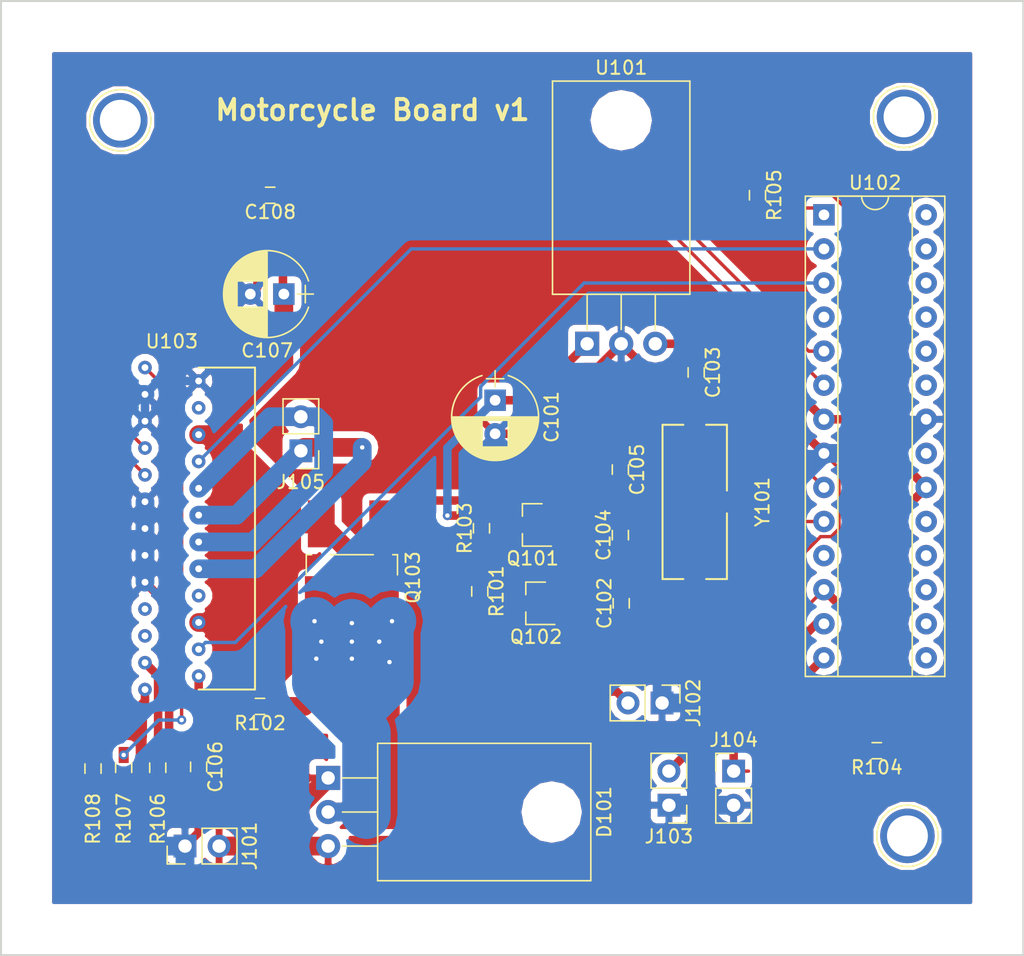
<source format=kicad_pcb>
(kicad_pcb (version 4) (host pcbnew 4.0.6)

  (general
    (links 72)
    (no_connects 0)
    (area 108.380499 56.7 162.973121 141.4886)
    (thickness 1.6)
    (drawings 5)
    (tracks 272)
    (zones 0)
    (modules 32)
    (nets 24)
  )

  (page A4)
  (layers
    (0 F.Cu signal)
    (31 B.Cu signal)
    (32 B.Adhes user)
    (33 F.Adhes user)
    (34 B.Paste user)
    (35 F.Paste user)
    (36 B.SilkS user)
    (37 F.SilkS user)
    (38 B.Mask user)
    (39 F.Mask user)
    (40 Dwgs.User user)
    (41 Cmts.User user)
    (42 Eco1.User user)
    (43 Eco2.User user)
    (44 Edge.Cuts user)
    (45 Margin user)
    (46 B.CrtYd user)
    (47 F.CrtYd user)
    (48 B.Fab user)
    (49 F.Fab user)
  )

  (setup
    (last_trace_width 0.254)
    (user_trace_width 0.254)
    (user_trace_width 0.635)
    (user_trace_width 1.397)
    (user_trace_width 3.6068)
    (trace_clearance 0.1524)
    (zone_clearance 0.508)
    (zone_45_only no)
    (trace_min 0.1524)
    (segment_width 0.2)
    (edge_width 0.15)
    (via_size 0.6858)
    (via_drill 0.3302)
    (via_min_size 0.6858)
    (via_min_drill 0.3302)
    (uvia_size 0.762)
    (uvia_drill 0.508)
    (uvias_allowed no)
    (uvia_min_size 0)
    (uvia_min_drill 0)
    (pcb_text_width 0.3)
    (pcb_text_size 1.5 1.5)
    (mod_edge_width 0.15)
    (mod_text_size 1 1)
    (mod_text_width 0.15)
    (pad_size 1.8 1.8)
    (pad_drill 1)
    (pad_to_mask_clearance 0.2)
    (aux_axis_origin 0 0)
    (visible_elements FFFFFF7F)
    (pcbplotparams
      (layerselection 0x00030_80000001)
      (usegerberextensions false)
      (excludeedgelayer true)
      (linewidth 0.100000)
      (plotframeref false)
      (viasonmask false)
      (mode 1)
      (useauxorigin false)
      (hpglpennumber 1)
      (hpglpenspeed 20)
      (hpglpendiameter 15)
      (hpglpenoverlay 2)
      (psnegative false)
      (psa4output false)
      (plotreference true)
      (plotvalue true)
      (plotinvisibletext false)
      (padsonsilk false)
      (subtractmaskfromsilk false)
      (outputformat 1)
      (mirror false)
      (drillshape 0)
      (scaleselection 1)
      (outputdirectory ""))
  )

  (net 0 "")
  (net 1 "Net-(C101-Pad1)")
  (net 2 GND)
  (net 3 /POWER_DOWN)
  (net 4 "Net-(C103-Pad1)")
  (net 5 "Net-(C104-Pad1)")
  (net 6 "Net-(C105-Pad1)")
  (net 7 "Net-(C106-Pad1)")
  (net 8 "Net-(C107-Pad1)")
  (net 9 "Net-(D101-Pad1)")
  (net 10 "Net-(D101-Pad2)")
  (net 11 "Net-(J102-Pad2)")
  (net 12 "Net-(J103-Pad2)")
  (net 13 "Net-(J104-Pad1)")
  (net 14 "Net-(J105-Pad1)")
  (net 15 "Net-(J105-Pad2)")
  (net 16 "Net-(R105-Pad2)")
  (net 17 "Net-(R106-Pad1)")
  (net 18 "Net-(R107-Pad2)")
  (net 19 "Net-(R108-Pad2)")
  (net 20 "Net-(U102-Pad2)")
  (net 21 "Net-(U102-Pad3)")
  (net 22 "Net-(U102-Pad5)")
  (net 23 "Net-(U102-Pad6)")

  (net_class Default "This is the default net class."
    (clearance 0.1524)
    (trace_width 0.1524)
    (via_dia 0.6858)
    (via_drill 0.3302)
    (uvia_dia 0.762)
    (uvia_drill 0.508)
    (add_net /POWER_DOWN)
    (add_net GND)
    (add_net "Net-(C101-Pad1)")
    (add_net "Net-(C103-Pad1)")
    (add_net "Net-(C104-Pad1)")
    (add_net "Net-(C105-Pad1)")
    (add_net "Net-(C106-Pad1)")
    (add_net "Net-(C107-Pad1)")
    (add_net "Net-(D101-Pad1)")
    (add_net "Net-(D101-Pad2)")
    (add_net "Net-(J102-Pad2)")
    (add_net "Net-(J103-Pad2)")
    (add_net "Net-(J104-Pad1)")
    (add_net "Net-(J105-Pad1)")
    (add_net "Net-(J105-Pad2)")
    (add_net "Net-(R105-Pad2)")
    (add_net "Net-(R106-Pad1)")
    (add_net "Net-(R107-Pad2)")
    (add_net "Net-(R108-Pad2)")
    (add_net "Net-(U102-Pad2)")
    (add_net "Net-(U102-Pad3)")
    (add_net "Net-(U102-Pad5)")
    (add_net "Net-(U102-Pad6)")
  )

  (module Connect:1pin (layer F.Cu) (tedit 58F3F6C2) (tstamp 58F3F6E1)
    (at 185.674 127)
    (descr "module 1 pin (ou trou mecanique de percage)")
    (tags DEV)
    (fp_text reference REF** (at 0 -3.048) (layer F.SilkS) hide
      (effects (font (size 1 1) (thickness 0.15)))
    )
    (fp_text value 1pin (at 0 3) (layer F.Fab)
      (effects (font (size 1 1) (thickness 0.15)))
    )
    (fp_circle (center 0 0) (end 2 0.8) (layer F.Fab) (width 0.1))
    (fp_circle (center 0 0) (end 2.6 0) (layer F.CrtYd) (width 0.05))
    (fp_circle (center 0 0) (end 0 -2.286) (layer F.SilkS) (width 0.12))
    (pad 1 thru_hole circle (at 0 0) (size 4.064 4.064) (drill 3.048) (layers *.Cu *.Mask))
  )

  (module Connect:1pin (layer F.Cu) (tedit 58F3F6C2) (tstamp 58F3F6D3)
    (at 127 73.66)
    (descr "module 1 pin (ou trou mecanique de percage)")
    (tags DEV)
    (fp_text reference REF** (at 0 -3.048) (layer F.SilkS) hide
      (effects (font (size 1 1) (thickness 0.15)))
    )
    (fp_text value 1pin (at 0 3) (layer F.Fab)
      (effects (font (size 1 1) (thickness 0.15)))
    )
    (fp_circle (center 0 0) (end 2 0.8) (layer F.Fab) (width 0.1))
    (fp_circle (center 0 0) (end 2.6 0) (layer F.CrtYd) (width 0.05))
    (fp_circle (center 0 0) (end 0 -2.286) (layer F.SilkS) (width 0.12))
    (pad 1 thru_hole circle (at 0 0) (size 4.064 4.064) (drill 3.048) (layers *.Cu *.Mask))
  )

  (module TO_SOT_Packages_SMD:TO-252-2Lead (layer F.Cu) (tedit 58CE4E80) (tstamp 58F3B829)
    (at 144.272 107.442 270)
    (descr TO-252-2Lead)
    (tags "TO-252 2Lead")
    (path /58F317DA)
    (attr smd)
    (fp_text reference Q103 (at 0.3 -4.54 270) (layer F.SilkS)
      (effects (font (size 1 1) (thickness 0.15)))
    )
    (fp_text value Q_PMOS_GSD (at 0.25 4.81 270) (layer F.Fab)
      (effects (font (size 1 1) (thickness 0.15)))
    )
    (fp_text user %R (at 0.825 0.01 270) (layer F.Fab)
      (effects (font (size 1 1) (thickness 0.15)))
    )
    (fp_line (start -1.4 -3.04) (end -1.4 -3.39) (layer F.SilkS) (width 0.12))
    (fp_line (start -1.4 -3.39) (end 0.1 -3.39) (layer F.SilkS) (width 0.12))
    (fp_line (start -1.4 1.61) (end -1.4 -1.59) (layer F.SilkS) (width 0.12))
    (fp_line (start 0.1 3.41) (end -1.4 3.41) (layer F.SilkS) (width 0.12))
    (fp_line (start -1.4 3.41) (end -1.4 3.01) (layer F.SilkS) (width 0.12))
    (fp_line (start 4.68 -2.7) (end 5.88 -2.7) (layer F.Fab) (width 0.1))
    (fp_line (start 5.88 -2.7) (end 5.88 2.72) (layer F.Fab) (width 0.1))
    (fp_line (start 5.88 2.72) (end 4.67 2.72) (layer F.Fab) (width 0.1))
    (fp_line (start -1.32 1.74) (end -4.23 1.74) (layer F.Fab) (width 0.1))
    (fp_line (start -4.23 2.88) (end -1.32 2.88) (layer F.Fab) (width 0.1))
    (fp_line (start -4.23 1.74) (end -4.23 2.88) (layer F.Fab) (width 0.1))
    (fp_line (start -4.23 -2.86) (end -4.23 -1.72) (layer F.Fab) (width 0.1))
    (fp_line (start -4.23 -1.72) (end -1.32 -1.72) (layer F.Fab) (width 0.1))
    (fp_line (start -1.32 -2.86) (end -4.23 -2.86) (layer F.Fab) (width 0.1))
    (fp_line (start -1.32 3.36) (end 4.67 3.36) (layer F.Fab) (width 0.1))
    (fp_line (start 4.67 3.36) (end 4.67 -3.34) (layer F.Fab) (width 0.1))
    (fp_line (start 4.67 -3.34) (end -1.32 -3.34) (layer F.Fab) (width 0.1))
    (fp_line (start -1.32 3.36) (end -1.32 -3.34) (layer F.Fab) (width 0.1))
    (fp_line (start 7.45 -3.74) (end 7.45 3.76) (layer F.CrtYd) (width 0.05))
    (fp_line (start 7.45 -3.74) (end -5.7 -3.74) (layer F.CrtYd) (width 0.05))
    (fp_line (start -5.7 3.76) (end 7.45 3.76) (layer F.CrtYd) (width 0.05))
    (fp_line (start -5.7 3.76) (end -5.7 -3.74) (layer F.CrtYd) (width 0.05))
    (pad 1 smd rect (at -3.7 -2.29 180) (size 2 3.5) (layers F.Cu F.Paste F.Mask)
      (net 11 "Net-(J102-Pad2)"))
    (pad 3 smd rect (at -3.7 2.29 180) (size 2 3.5) (layers F.Cu F.Paste F.Mask)
      (net 8 "Net-(C107-Pad1)"))
    (pad 2 smd rect (at 3.7 0.01 180) (size 7 7) (layers F.Cu F.Paste F.Mask)
      (net 10 "Net-(D101-Pad2)"))
    (model ${KISYS3DMOD}/TO_SOT_Packages_SMD.3dshapes\TO-252-2Lead.wrl
      (at (xyz -0.1377952756 0 0))
      (scale (xyz 1 1 1))
      (rotate (xyz 0 0 90))
    )
  )

  (module Capacitors_ThroughHole:CP_Radial_D6.3mm_P2.50mm (layer F.Cu) (tedit 58765D06) (tstamp 58F3B779)
    (at 154.94 94.528 270)
    (descr "CP, Radial series, Radial, pin pitch=2.50mm, , diameter=6.3mm, Electrolytic Capacitor")
    (tags "CP Radial series Radial pin pitch 2.50mm  diameter 6.3mm Electrolytic Capacitor")
    (path /58F241E5)
    (fp_text reference C101 (at 1.25 -4.21 270) (layer F.SilkS)
      (effects (font (size 1 1) (thickness 0.15)))
    )
    (fp_text value 47u (at 1.25 4.21 270) (layer F.Fab)
      (effects (font (size 1 1) (thickness 0.15)))
    )
    (fp_arc (start 1.25 0) (end -1.838236 -0.98) (angle 144.8) (layer F.SilkS) (width 0.12))
    (fp_arc (start 1.25 0) (end -1.838236 0.98) (angle -144.8) (layer F.SilkS) (width 0.12))
    (fp_arc (start 1.25 0) (end 4.338236 -0.98) (angle 35.2) (layer F.SilkS) (width 0.12))
    (fp_circle (center 1.25 0) (end 4.4 0) (layer F.Fab) (width 0.1))
    (fp_line (start -2.2 0) (end -1 0) (layer F.Fab) (width 0.1))
    (fp_line (start -1.6 -0.65) (end -1.6 0.65) (layer F.Fab) (width 0.1))
    (fp_line (start 1.25 -3.2) (end 1.25 3.2) (layer F.SilkS) (width 0.12))
    (fp_line (start 1.29 -3.2) (end 1.29 3.2) (layer F.SilkS) (width 0.12))
    (fp_line (start 1.33 -3.2) (end 1.33 3.2) (layer F.SilkS) (width 0.12))
    (fp_line (start 1.37 -3.198) (end 1.37 3.198) (layer F.SilkS) (width 0.12))
    (fp_line (start 1.41 -3.197) (end 1.41 3.197) (layer F.SilkS) (width 0.12))
    (fp_line (start 1.45 -3.194) (end 1.45 3.194) (layer F.SilkS) (width 0.12))
    (fp_line (start 1.49 -3.192) (end 1.49 3.192) (layer F.SilkS) (width 0.12))
    (fp_line (start 1.53 -3.188) (end 1.53 -0.98) (layer F.SilkS) (width 0.12))
    (fp_line (start 1.53 0.98) (end 1.53 3.188) (layer F.SilkS) (width 0.12))
    (fp_line (start 1.57 -3.185) (end 1.57 -0.98) (layer F.SilkS) (width 0.12))
    (fp_line (start 1.57 0.98) (end 1.57 3.185) (layer F.SilkS) (width 0.12))
    (fp_line (start 1.61 -3.18) (end 1.61 -0.98) (layer F.SilkS) (width 0.12))
    (fp_line (start 1.61 0.98) (end 1.61 3.18) (layer F.SilkS) (width 0.12))
    (fp_line (start 1.65 -3.176) (end 1.65 -0.98) (layer F.SilkS) (width 0.12))
    (fp_line (start 1.65 0.98) (end 1.65 3.176) (layer F.SilkS) (width 0.12))
    (fp_line (start 1.69 -3.17) (end 1.69 -0.98) (layer F.SilkS) (width 0.12))
    (fp_line (start 1.69 0.98) (end 1.69 3.17) (layer F.SilkS) (width 0.12))
    (fp_line (start 1.73 -3.165) (end 1.73 -0.98) (layer F.SilkS) (width 0.12))
    (fp_line (start 1.73 0.98) (end 1.73 3.165) (layer F.SilkS) (width 0.12))
    (fp_line (start 1.77 -3.158) (end 1.77 -0.98) (layer F.SilkS) (width 0.12))
    (fp_line (start 1.77 0.98) (end 1.77 3.158) (layer F.SilkS) (width 0.12))
    (fp_line (start 1.81 -3.152) (end 1.81 -0.98) (layer F.SilkS) (width 0.12))
    (fp_line (start 1.81 0.98) (end 1.81 3.152) (layer F.SilkS) (width 0.12))
    (fp_line (start 1.85 -3.144) (end 1.85 -0.98) (layer F.SilkS) (width 0.12))
    (fp_line (start 1.85 0.98) (end 1.85 3.144) (layer F.SilkS) (width 0.12))
    (fp_line (start 1.89 -3.137) (end 1.89 -0.98) (layer F.SilkS) (width 0.12))
    (fp_line (start 1.89 0.98) (end 1.89 3.137) (layer F.SilkS) (width 0.12))
    (fp_line (start 1.93 -3.128) (end 1.93 -0.98) (layer F.SilkS) (width 0.12))
    (fp_line (start 1.93 0.98) (end 1.93 3.128) (layer F.SilkS) (width 0.12))
    (fp_line (start 1.971 -3.119) (end 1.971 -0.98) (layer F.SilkS) (width 0.12))
    (fp_line (start 1.971 0.98) (end 1.971 3.119) (layer F.SilkS) (width 0.12))
    (fp_line (start 2.011 -3.11) (end 2.011 -0.98) (layer F.SilkS) (width 0.12))
    (fp_line (start 2.011 0.98) (end 2.011 3.11) (layer F.SilkS) (width 0.12))
    (fp_line (start 2.051 -3.1) (end 2.051 -0.98) (layer F.SilkS) (width 0.12))
    (fp_line (start 2.051 0.98) (end 2.051 3.1) (layer F.SilkS) (width 0.12))
    (fp_line (start 2.091 -3.09) (end 2.091 -0.98) (layer F.SilkS) (width 0.12))
    (fp_line (start 2.091 0.98) (end 2.091 3.09) (layer F.SilkS) (width 0.12))
    (fp_line (start 2.131 -3.079) (end 2.131 -0.98) (layer F.SilkS) (width 0.12))
    (fp_line (start 2.131 0.98) (end 2.131 3.079) (layer F.SilkS) (width 0.12))
    (fp_line (start 2.171 -3.067) (end 2.171 -0.98) (layer F.SilkS) (width 0.12))
    (fp_line (start 2.171 0.98) (end 2.171 3.067) (layer F.SilkS) (width 0.12))
    (fp_line (start 2.211 -3.055) (end 2.211 -0.98) (layer F.SilkS) (width 0.12))
    (fp_line (start 2.211 0.98) (end 2.211 3.055) (layer F.SilkS) (width 0.12))
    (fp_line (start 2.251 -3.042) (end 2.251 -0.98) (layer F.SilkS) (width 0.12))
    (fp_line (start 2.251 0.98) (end 2.251 3.042) (layer F.SilkS) (width 0.12))
    (fp_line (start 2.291 -3.029) (end 2.291 -0.98) (layer F.SilkS) (width 0.12))
    (fp_line (start 2.291 0.98) (end 2.291 3.029) (layer F.SilkS) (width 0.12))
    (fp_line (start 2.331 -3.015) (end 2.331 -0.98) (layer F.SilkS) (width 0.12))
    (fp_line (start 2.331 0.98) (end 2.331 3.015) (layer F.SilkS) (width 0.12))
    (fp_line (start 2.371 -3.001) (end 2.371 -0.98) (layer F.SilkS) (width 0.12))
    (fp_line (start 2.371 0.98) (end 2.371 3.001) (layer F.SilkS) (width 0.12))
    (fp_line (start 2.411 -2.986) (end 2.411 -0.98) (layer F.SilkS) (width 0.12))
    (fp_line (start 2.411 0.98) (end 2.411 2.986) (layer F.SilkS) (width 0.12))
    (fp_line (start 2.451 -2.97) (end 2.451 -0.98) (layer F.SilkS) (width 0.12))
    (fp_line (start 2.451 0.98) (end 2.451 2.97) (layer F.SilkS) (width 0.12))
    (fp_line (start 2.491 -2.954) (end 2.491 -0.98) (layer F.SilkS) (width 0.12))
    (fp_line (start 2.491 0.98) (end 2.491 2.954) (layer F.SilkS) (width 0.12))
    (fp_line (start 2.531 -2.937) (end 2.531 -0.98) (layer F.SilkS) (width 0.12))
    (fp_line (start 2.531 0.98) (end 2.531 2.937) (layer F.SilkS) (width 0.12))
    (fp_line (start 2.571 -2.919) (end 2.571 -0.98) (layer F.SilkS) (width 0.12))
    (fp_line (start 2.571 0.98) (end 2.571 2.919) (layer F.SilkS) (width 0.12))
    (fp_line (start 2.611 -2.901) (end 2.611 -0.98) (layer F.SilkS) (width 0.12))
    (fp_line (start 2.611 0.98) (end 2.611 2.901) (layer F.SilkS) (width 0.12))
    (fp_line (start 2.651 -2.882) (end 2.651 -0.98) (layer F.SilkS) (width 0.12))
    (fp_line (start 2.651 0.98) (end 2.651 2.882) (layer F.SilkS) (width 0.12))
    (fp_line (start 2.691 -2.863) (end 2.691 -0.98) (layer F.SilkS) (width 0.12))
    (fp_line (start 2.691 0.98) (end 2.691 2.863) (layer F.SilkS) (width 0.12))
    (fp_line (start 2.731 -2.843) (end 2.731 -0.98) (layer F.SilkS) (width 0.12))
    (fp_line (start 2.731 0.98) (end 2.731 2.843) (layer F.SilkS) (width 0.12))
    (fp_line (start 2.771 -2.822) (end 2.771 -0.98) (layer F.SilkS) (width 0.12))
    (fp_line (start 2.771 0.98) (end 2.771 2.822) (layer F.SilkS) (width 0.12))
    (fp_line (start 2.811 -2.8) (end 2.811 -0.98) (layer F.SilkS) (width 0.12))
    (fp_line (start 2.811 0.98) (end 2.811 2.8) (layer F.SilkS) (width 0.12))
    (fp_line (start 2.851 -2.778) (end 2.851 -0.98) (layer F.SilkS) (width 0.12))
    (fp_line (start 2.851 0.98) (end 2.851 2.778) (layer F.SilkS) (width 0.12))
    (fp_line (start 2.891 -2.755) (end 2.891 -0.98) (layer F.SilkS) (width 0.12))
    (fp_line (start 2.891 0.98) (end 2.891 2.755) (layer F.SilkS) (width 0.12))
    (fp_line (start 2.931 -2.731) (end 2.931 -0.98) (layer F.SilkS) (width 0.12))
    (fp_line (start 2.931 0.98) (end 2.931 2.731) (layer F.SilkS) (width 0.12))
    (fp_line (start 2.971 -2.706) (end 2.971 -0.98) (layer F.SilkS) (width 0.12))
    (fp_line (start 2.971 0.98) (end 2.971 2.706) (layer F.SilkS) (width 0.12))
    (fp_line (start 3.011 -2.681) (end 3.011 -0.98) (layer F.SilkS) (width 0.12))
    (fp_line (start 3.011 0.98) (end 3.011 2.681) (layer F.SilkS) (width 0.12))
    (fp_line (start 3.051 -2.654) (end 3.051 -0.98) (layer F.SilkS) (width 0.12))
    (fp_line (start 3.051 0.98) (end 3.051 2.654) (layer F.SilkS) (width 0.12))
    (fp_line (start 3.091 -2.627) (end 3.091 -0.98) (layer F.SilkS) (width 0.12))
    (fp_line (start 3.091 0.98) (end 3.091 2.627) (layer F.SilkS) (width 0.12))
    (fp_line (start 3.131 -2.599) (end 3.131 -0.98) (layer F.SilkS) (width 0.12))
    (fp_line (start 3.131 0.98) (end 3.131 2.599) (layer F.SilkS) (width 0.12))
    (fp_line (start 3.171 -2.57) (end 3.171 -0.98) (layer F.SilkS) (width 0.12))
    (fp_line (start 3.171 0.98) (end 3.171 2.57) (layer F.SilkS) (width 0.12))
    (fp_line (start 3.211 -2.54) (end 3.211 -0.98) (layer F.SilkS) (width 0.12))
    (fp_line (start 3.211 0.98) (end 3.211 2.54) (layer F.SilkS) (width 0.12))
    (fp_line (start 3.251 -2.51) (end 3.251 -0.98) (layer F.SilkS) (width 0.12))
    (fp_line (start 3.251 0.98) (end 3.251 2.51) (layer F.SilkS) (width 0.12))
    (fp_line (start 3.291 -2.478) (end 3.291 -0.98) (layer F.SilkS) (width 0.12))
    (fp_line (start 3.291 0.98) (end 3.291 2.478) (layer F.SilkS) (width 0.12))
    (fp_line (start 3.331 -2.445) (end 3.331 -0.98) (layer F.SilkS) (width 0.12))
    (fp_line (start 3.331 0.98) (end 3.331 2.445) (layer F.SilkS) (width 0.12))
    (fp_line (start 3.371 -2.411) (end 3.371 -0.98) (layer F.SilkS) (width 0.12))
    (fp_line (start 3.371 0.98) (end 3.371 2.411) (layer F.SilkS) (width 0.12))
    (fp_line (start 3.411 -2.375) (end 3.411 -0.98) (layer F.SilkS) (width 0.12))
    (fp_line (start 3.411 0.98) (end 3.411 2.375) (layer F.SilkS) (width 0.12))
    (fp_line (start 3.451 -2.339) (end 3.451 -0.98) (layer F.SilkS) (width 0.12))
    (fp_line (start 3.451 0.98) (end 3.451 2.339) (layer F.SilkS) (width 0.12))
    (fp_line (start 3.491 -2.301) (end 3.491 2.301) (layer F.SilkS) (width 0.12))
    (fp_line (start 3.531 -2.262) (end 3.531 2.262) (layer F.SilkS) (width 0.12))
    (fp_line (start 3.571 -2.222) (end 3.571 2.222) (layer F.SilkS) (width 0.12))
    (fp_line (start 3.611 -2.18) (end 3.611 2.18) (layer F.SilkS) (width 0.12))
    (fp_line (start 3.651 -2.137) (end 3.651 2.137) (layer F.SilkS) (width 0.12))
    (fp_line (start 3.691 -2.092) (end 3.691 2.092) (layer F.SilkS) (width 0.12))
    (fp_line (start 3.731 -2.045) (end 3.731 2.045) (layer F.SilkS) (width 0.12))
    (fp_line (start 3.771 -1.997) (end 3.771 1.997) (layer F.SilkS) (width 0.12))
    (fp_line (start 3.811 -1.946) (end 3.811 1.946) (layer F.SilkS) (width 0.12))
    (fp_line (start 3.851 -1.894) (end 3.851 1.894) (layer F.SilkS) (width 0.12))
    (fp_line (start 3.891 -1.839) (end 3.891 1.839) (layer F.SilkS) (width 0.12))
    (fp_line (start 3.931 -1.781) (end 3.931 1.781) (layer F.SilkS) (width 0.12))
    (fp_line (start 3.971 -1.721) (end 3.971 1.721) (layer F.SilkS) (width 0.12))
    (fp_line (start 4.011 -1.658) (end 4.011 1.658) (layer F.SilkS) (width 0.12))
    (fp_line (start 4.051 -1.591) (end 4.051 1.591) (layer F.SilkS) (width 0.12))
    (fp_line (start 4.091 -1.52) (end 4.091 1.52) (layer F.SilkS) (width 0.12))
    (fp_line (start 4.131 -1.445) (end 4.131 1.445) (layer F.SilkS) (width 0.12))
    (fp_line (start 4.171 -1.364) (end 4.171 1.364) (layer F.SilkS) (width 0.12))
    (fp_line (start 4.211 -1.278) (end 4.211 1.278) (layer F.SilkS) (width 0.12))
    (fp_line (start 4.251 -1.184) (end 4.251 1.184) (layer F.SilkS) (width 0.12))
    (fp_line (start 4.291 -1.081) (end 4.291 1.081) (layer F.SilkS) (width 0.12))
    (fp_line (start 4.331 -0.966) (end 4.331 0.966) (layer F.SilkS) (width 0.12))
    (fp_line (start 4.371 -0.834) (end 4.371 0.834) (layer F.SilkS) (width 0.12))
    (fp_line (start 4.411 -0.676) (end 4.411 0.676) (layer F.SilkS) (width 0.12))
    (fp_line (start 4.451 -0.468) (end 4.451 0.468) (layer F.SilkS) (width 0.12))
    (fp_line (start -2.2 0) (end -1 0) (layer F.SilkS) (width 0.12))
    (fp_line (start -1.6 -0.65) (end -1.6 0.65) (layer F.SilkS) (width 0.12))
    (fp_line (start -2.25 -3.5) (end -2.25 3.5) (layer F.CrtYd) (width 0.05))
    (fp_line (start -2.25 3.5) (end 4.75 3.5) (layer F.CrtYd) (width 0.05))
    (fp_line (start 4.75 3.5) (end 4.75 -3.5) (layer F.CrtYd) (width 0.05))
    (fp_line (start 4.75 -3.5) (end -2.25 -3.5) (layer F.CrtYd) (width 0.05))
    (pad 1 thru_hole rect (at 0 0 270) (size 1.6 1.6) (drill 0.8) (layers *.Cu *.Mask)
      (net 1 "Net-(C101-Pad1)"))
    (pad 2 thru_hole circle (at 2.5 0 270) (size 1.6 1.6) (drill 0.8) (layers *.Cu *.Mask)
      (net 2 GND))
    (model Capacitors_THT.3dshapes/CP_Radial_D6.3mm_P2.50mm.wrl
      (at (xyz 0 0 0))
      (scale (xyz 0.393701 0.393701 0.393701))
      (rotate (xyz 0 0 0))
    )
  )

  (module Capacitors_SMD:C_0603_HandSoldering (layer F.Cu) (tedit 58AA848B) (tstamp 58F3B77F)
    (at 164.338 109.6645 90)
    (descr "Capacitor SMD 0603, hand soldering")
    (tags "capacitor 0603")
    (path /58F23981)
    (attr smd)
    (fp_text reference C102 (at 0 -1.25 90) (layer F.SilkS)
      (effects (font (size 1 1) (thickness 0.15)))
    )
    (fp_text value 1u (at 0 1.5 90) (layer F.Fab)
      (effects (font (size 1 1) (thickness 0.15)))
    )
    (fp_text user %R (at 0 -1.25 90) (layer F.Fab)
      (effects (font (size 1 1) (thickness 0.15)))
    )
    (fp_line (start -0.8 0.4) (end -0.8 -0.4) (layer F.Fab) (width 0.1))
    (fp_line (start 0.8 0.4) (end -0.8 0.4) (layer F.Fab) (width 0.1))
    (fp_line (start 0.8 -0.4) (end 0.8 0.4) (layer F.Fab) (width 0.1))
    (fp_line (start -0.8 -0.4) (end 0.8 -0.4) (layer F.Fab) (width 0.1))
    (fp_line (start -0.35 -0.6) (end 0.35 -0.6) (layer F.SilkS) (width 0.12))
    (fp_line (start 0.35 0.6) (end -0.35 0.6) (layer F.SilkS) (width 0.12))
    (fp_line (start -1.8 -0.65) (end 1.8 -0.65) (layer F.CrtYd) (width 0.05))
    (fp_line (start -1.8 -0.65) (end -1.8 0.65) (layer F.CrtYd) (width 0.05))
    (fp_line (start 1.8 0.65) (end 1.8 -0.65) (layer F.CrtYd) (width 0.05))
    (fp_line (start 1.8 0.65) (end -1.8 0.65) (layer F.CrtYd) (width 0.05))
    (pad 1 smd rect (at -0.95 0 90) (size 1.2 0.75) (layers F.Cu F.Paste F.Mask)
      (net 3 /POWER_DOWN))
    (pad 2 smd rect (at 0.95 0 90) (size 1.2 0.75) (layers F.Cu F.Paste F.Mask)
      (net 2 GND))
    (model Capacitors_SMD.3dshapes/C_0603.wrl
      (at (xyz 0 0 0))
      (scale (xyz 1 1 1))
      (rotate (xyz 0 0 0))
    )
  )

  (module Capacitors_SMD:C_0603_HandSoldering (layer F.Cu) (tedit 58AA848B) (tstamp 58F3B785)
    (at 169.926 92.456 270)
    (descr "Capacitor SMD 0603, hand soldering")
    (tags "capacitor 0603")
    (path /58F24245)
    (attr smd)
    (fp_text reference C103 (at 0 -1.25 270) (layer F.SilkS)
      (effects (font (size 1 1) (thickness 0.15)))
    )
    (fp_text value 0u1 (at 0 1.5 270) (layer F.Fab)
      (effects (font (size 1 1) (thickness 0.15)))
    )
    (fp_text user %R (at 0 -1.25 270) (layer F.Fab)
      (effects (font (size 1 1) (thickness 0.15)))
    )
    (fp_line (start -0.8 0.4) (end -0.8 -0.4) (layer F.Fab) (width 0.1))
    (fp_line (start 0.8 0.4) (end -0.8 0.4) (layer F.Fab) (width 0.1))
    (fp_line (start 0.8 -0.4) (end 0.8 0.4) (layer F.Fab) (width 0.1))
    (fp_line (start -0.8 -0.4) (end 0.8 -0.4) (layer F.Fab) (width 0.1))
    (fp_line (start -0.35 -0.6) (end 0.35 -0.6) (layer F.SilkS) (width 0.12))
    (fp_line (start 0.35 0.6) (end -0.35 0.6) (layer F.SilkS) (width 0.12))
    (fp_line (start -1.8 -0.65) (end 1.8 -0.65) (layer F.CrtYd) (width 0.05))
    (fp_line (start -1.8 -0.65) (end -1.8 0.65) (layer F.CrtYd) (width 0.05))
    (fp_line (start 1.8 0.65) (end 1.8 -0.65) (layer F.CrtYd) (width 0.05))
    (fp_line (start 1.8 0.65) (end -1.8 0.65) (layer F.CrtYd) (width 0.05))
    (pad 1 smd rect (at -0.95 0 270) (size 1.2 0.75) (layers F.Cu F.Paste F.Mask)
      (net 4 "Net-(C103-Pad1)"))
    (pad 2 smd rect (at 0.95 0 270) (size 1.2 0.75) (layers F.Cu F.Paste F.Mask)
      (net 2 GND))
    (model Capacitors_SMD.3dshapes/C_0603.wrl
      (at (xyz 0 0 0))
      (scale (xyz 1 1 1))
      (rotate (xyz 0 0 0))
    )
  )

  (module Capacitors_SMD:C_0603_HandSoldering (layer F.Cu) (tedit 58AA848B) (tstamp 58F3B78B)
    (at 164.2745 104.582 90)
    (descr "Capacitor SMD 0603, hand soldering")
    (tags "capacitor 0603")
    (path /58F285B1)
    (attr smd)
    (fp_text reference C104 (at 0 -1.25 90) (layer F.SilkS)
      (effects (font (size 1 1) (thickness 0.15)))
    )
    (fp_text value 33p (at 0 1.5 90) (layer F.Fab)
      (effects (font (size 1 1) (thickness 0.15)))
    )
    (fp_text user %R (at 0 -1.25 90) (layer F.Fab)
      (effects (font (size 1 1) (thickness 0.15)))
    )
    (fp_line (start -0.8 0.4) (end -0.8 -0.4) (layer F.Fab) (width 0.1))
    (fp_line (start 0.8 0.4) (end -0.8 0.4) (layer F.Fab) (width 0.1))
    (fp_line (start 0.8 -0.4) (end 0.8 0.4) (layer F.Fab) (width 0.1))
    (fp_line (start -0.8 -0.4) (end 0.8 -0.4) (layer F.Fab) (width 0.1))
    (fp_line (start -0.35 -0.6) (end 0.35 -0.6) (layer F.SilkS) (width 0.12))
    (fp_line (start 0.35 0.6) (end -0.35 0.6) (layer F.SilkS) (width 0.12))
    (fp_line (start -1.8 -0.65) (end 1.8 -0.65) (layer F.CrtYd) (width 0.05))
    (fp_line (start -1.8 -0.65) (end -1.8 0.65) (layer F.CrtYd) (width 0.05))
    (fp_line (start 1.8 0.65) (end 1.8 -0.65) (layer F.CrtYd) (width 0.05))
    (fp_line (start 1.8 0.65) (end -1.8 0.65) (layer F.CrtYd) (width 0.05))
    (pad 1 smd rect (at -0.95 0 90) (size 1.2 0.75) (layers F.Cu F.Paste F.Mask)
      (net 5 "Net-(C104-Pad1)"))
    (pad 2 smd rect (at 0.95 0 90) (size 1.2 0.75) (layers F.Cu F.Paste F.Mask)
      (net 2 GND))
    (model Capacitors_SMD.3dshapes/C_0603.wrl
      (at (xyz 0 0 0))
      (scale (xyz 1 1 1))
      (rotate (xyz 0 0 0))
    )
  )

  (module Capacitors_SMD:C_0603_HandSoldering (layer F.Cu) (tedit 58AA848B) (tstamp 58F3B791)
    (at 164.2745 99.6975 270)
    (descr "Capacitor SMD 0603, hand soldering")
    (tags "capacitor 0603")
    (path /58F28625)
    (attr smd)
    (fp_text reference C105 (at 0 -1.25 270) (layer F.SilkS)
      (effects (font (size 1 1) (thickness 0.15)))
    )
    (fp_text value 33p (at 0 1.5 270) (layer F.Fab)
      (effects (font (size 1 1) (thickness 0.15)))
    )
    (fp_text user %R (at 0 -1.25 270) (layer F.Fab)
      (effects (font (size 1 1) (thickness 0.15)))
    )
    (fp_line (start -0.8 0.4) (end -0.8 -0.4) (layer F.Fab) (width 0.1))
    (fp_line (start 0.8 0.4) (end -0.8 0.4) (layer F.Fab) (width 0.1))
    (fp_line (start 0.8 -0.4) (end 0.8 0.4) (layer F.Fab) (width 0.1))
    (fp_line (start -0.8 -0.4) (end 0.8 -0.4) (layer F.Fab) (width 0.1))
    (fp_line (start -0.35 -0.6) (end 0.35 -0.6) (layer F.SilkS) (width 0.12))
    (fp_line (start 0.35 0.6) (end -0.35 0.6) (layer F.SilkS) (width 0.12))
    (fp_line (start -1.8 -0.65) (end 1.8 -0.65) (layer F.CrtYd) (width 0.05))
    (fp_line (start -1.8 -0.65) (end -1.8 0.65) (layer F.CrtYd) (width 0.05))
    (fp_line (start 1.8 0.65) (end 1.8 -0.65) (layer F.CrtYd) (width 0.05))
    (fp_line (start 1.8 0.65) (end -1.8 0.65) (layer F.CrtYd) (width 0.05))
    (pad 1 smd rect (at -0.95 0 270) (size 1.2 0.75) (layers F.Cu F.Paste F.Mask)
      (net 6 "Net-(C105-Pad1)"))
    (pad 2 smd rect (at 0.95 0 270) (size 1.2 0.75) (layers F.Cu F.Paste F.Mask)
      (net 2 GND))
    (model Capacitors_SMD.3dshapes/C_0603.wrl
      (at (xyz 0 0 0))
      (scale (xyz 1 1 1))
      (rotate (xyz 0 0 0))
    )
  )

  (module Capacitors_SMD:C_0603_HandSoldering (layer F.Cu) (tedit 58AA848B) (tstamp 58F3B797)
    (at 132.842 121.854 270)
    (descr "Capacitor SMD 0603, hand soldering")
    (tags "capacitor 0603")
    (path /58F301AF)
    (attr smd)
    (fp_text reference C106 (at 0 -1.25 270) (layer F.SilkS)
      (effects (font (size 1 1) (thickness 0.15)))
    )
    (fp_text value 0u1 (at 0 1.5 270) (layer F.Fab)
      (effects (font (size 1 1) (thickness 0.15)))
    )
    (fp_text user %R (at 0 -1.25 270) (layer F.Fab)
      (effects (font (size 1 1) (thickness 0.15)))
    )
    (fp_line (start -0.8 0.4) (end -0.8 -0.4) (layer F.Fab) (width 0.1))
    (fp_line (start 0.8 0.4) (end -0.8 0.4) (layer F.Fab) (width 0.1))
    (fp_line (start 0.8 -0.4) (end 0.8 0.4) (layer F.Fab) (width 0.1))
    (fp_line (start -0.8 -0.4) (end 0.8 -0.4) (layer F.Fab) (width 0.1))
    (fp_line (start -0.35 -0.6) (end 0.35 -0.6) (layer F.SilkS) (width 0.12))
    (fp_line (start 0.35 0.6) (end -0.35 0.6) (layer F.SilkS) (width 0.12))
    (fp_line (start -1.8 -0.65) (end 1.8 -0.65) (layer F.CrtYd) (width 0.05))
    (fp_line (start -1.8 -0.65) (end -1.8 0.65) (layer F.CrtYd) (width 0.05))
    (fp_line (start 1.8 0.65) (end 1.8 -0.65) (layer F.CrtYd) (width 0.05))
    (fp_line (start 1.8 0.65) (end -1.8 0.65) (layer F.CrtYd) (width 0.05))
    (pad 1 smd rect (at -0.95 0 270) (size 1.2 0.75) (layers F.Cu F.Paste F.Mask)
      (net 7 "Net-(C106-Pad1)"))
    (pad 2 smd rect (at 0.95 0 270) (size 1.2 0.75) (layers F.Cu F.Paste F.Mask)
      (net 2 GND))
    (model Capacitors_SMD.3dshapes/C_0603.wrl
      (at (xyz 0 0 0))
      (scale (xyz 1 1 1))
      (rotate (xyz 0 0 0))
    )
  )

  (module Capacitors_ThroughHole:CP_Radial_D6.3mm_P2.50mm (layer F.Cu) (tedit 58765D06) (tstamp 58F3B79D)
    (at 139.192 86.614 180)
    (descr "CP, Radial series, Radial, pin pitch=2.50mm, , diameter=6.3mm, Electrolytic Capacitor")
    (tags "CP Radial series Radial pin pitch 2.50mm  diameter 6.3mm Electrolytic Capacitor")
    (path /58F305AC)
    (fp_text reference C107 (at 1.25 -4.21 180) (layer F.SilkS)
      (effects (font (size 1 1) (thickness 0.15)))
    )
    (fp_text value 47u (at 1.25 4.21 180) (layer F.Fab)
      (effects (font (size 1 1) (thickness 0.15)))
    )
    (fp_arc (start 1.25 0) (end -1.838236 -0.98) (angle 144.8) (layer F.SilkS) (width 0.12))
    (fp_arc (start 1.25 0) (end -1.838236 0.98) (angle -144.8) (layer F.SilkS) (width 0.12))
    (fp_arc (start 1.25 0) (end 4.338236 -0.98) (angle 35.2) (layer F.SilkS) (width 0.12))
    (fp_circle (center 1.25 0) (end 4.4 0) (layer F.Fab) (width 0.1))
    (fp_line (start -2.2 0) (end -1 0) (layer F.Fab) (width 0.1))
    (fp_line (start -1.6 -0.65) (end -1.6 0.65) (layer F.Fab) (width 0.1))
    (fp_line (start 1.25 -3.2) (end 1.25 3.2) (layer F.SilkS) (width 0.12))
    (fp_line (start 1.29 -3.2) (end 1.29 3.2) (layer F.SilkS) (width 0.12))
    (fp_line (start 1.33 -3.2) (end 1.33 3.2) (layer F.SilkS) (width 0.12))
    (fp_line (start 1.37 -3.198) (end 1.37 3.198) (layer F.SilkS) (width 0.12))
    (fp_line (start 1.41 -3.197) (end 1.41 3.197) (layer F.SilkS) (width 0.12))
    (fp_line (start 1.45 -3.194) (end 1.45 3.194) (layer F.SilkS) (width 0.12))
    (fp_line (start 1.49 -3.192) (end 1.49 3.192) (layer F.SilkS) (width 0.12))
    (fp_line (start 1.53 -3.188) (end 1.53 -0.98) (layer F.SilkS) (width 0.12))
    (fp_line (start 1.53 0.98) (end 1.53 3.188) (layer F.SilkS) (width 0.12))
    (fp_line (start 1.57 -3.185) (end 1.57 -0.98) (layer F.SilkS) (width 0.12))
    (fp_line (start 1.57 0.98) (end 1.57 3.185) (layer F.SilkS) (width 0.12))
    (fp_line (start 1.61 -3.18) (end 1.61 -0.98) (layer F.SilkS) (width 0.12))
    (fp_line (start 1.61 0.98) (end 1.61 3.18) (layer F.SilkS) (width 0.12))
    (fp_line (start 1.65 -3.176) (end 1.65 -0.98) (layer F.SilkS) (width 0.12))
    (fp_line (start 1.65 0.98) (end 1.65 3.176) (layer F.SilkS) (width 0.12))
    (fp_line (start 1.69 -3.17) (end 1.69 -0.98) (layer F.SilkS) (width 0.12))
    (fp_line (start 1.69 0.98) (end 1.69 3.17) (layer F.SilkS) (width 0.12))
    (fp_line (start 1.73 -3.165) (end 1.73 -0.98) (layer F.SilkS) (width 0.12))
    (fp_line (start 1.73 0.98) (end 1.73 3.165) (layer F.SilkS) (width 0.12))
    (fp_line (start 1.77 -3.158) (end 1.77 -0.98) (layer F.SilkS) (width 0.12))
    (fp_line (start 1.77 0.98) (end 1.77 3.158) (layer F.SilkS) (width 0.12))
    (fp_line (start 1.81 -3.152) (end 1.81 -0.98) (layer F.SilkS) (width 0.12))
    (fp_line (start 1.81 0.98) (end 1.81 3.152) (layer F.SilkS) (width 0.12))
    (fp_line (start 1.85 -3.144) (end 1.85 -0.98) (layer F.SilkS) (width 0.12))
    (fp_line (start 1.85 0.98) (end 1.85 3.144) (layer F.SilkS) (width 0.12))
    (fp_line (start 1.89 -3.137) (end 1.89 -0.98) (layer F.SilkS) (width 0.12))
    (fp_line (start 1.89 0.98) (end 1.89 3.137) (layer F.SilkS) (width 0.12))
    (fp_line (start 1.93 -3.128) (end 1.93 -0.98) (layer F.SilkS) (width 0.12))
    (fp_line (start 1.93 0.98) (end 1.93 3.128) (layer F.SilkS) (width 0.12))
    (fp_line (start 1.971 -3.119) (end 1.971 -0.98) (layer F.SilkS) (width 0.12))
    (fp_line (start 1.971 0.98) (end 1.971 3.119) (layer F.SilkS) (width 0.12))
    (fp_line (start 2.011 -3.11) (end 2.011 -0.98) (layer F.SilkS) (width 0.12))
    (fp_line (start 2.011 0.98) (end 2.011 3.11) (layer F.SilkS) (width 0.12))
    (fp_line (start 2.051 -3.1) (end 2.051 -0.98) (layer F.SilkS) (width 0.12))
    (fp_line (start 2.051 0.98) (end 2.051 3.1) (layer F.SilkS) (width 0.12))
    (fp_line (start 2.091 -3.09) (end 2.091 -0.98) (layer F.SilkS) (width 0.12))
    (fp_line (start 2.091 0.98) (end 2.091 3.09) (layer F.SilkS) (width 0.12))
    (fp_line (start 2.131 -3.079) (end 2.131 -0.98) (layer F.SilkS) (width 0.12))
    (fp_line (start 2.131 0.98) (end 2.131 3.079) (layer F.SilkS) (width 0.12))
    (fp_line (start 2.171 -3.067) (end 2.171 -0.98) (layer F.SilkS) (width 0.12))
    (fp_line (start 2.171 0.98) (end 2.171 3.067) (layer F.SilkS) (width 0.12))
    (fp_line (start 2.211 -3.055) (end 2.211 -0.98) (layer F.SilkS) (width 0.12))
    (fp_line (start 2.211 0.98) (end 2.211 3.055) (layer F.SilkS) (width 0.12))
    (fp_line (start 2.251 -3.042) (end 2.251 -0.98) (layer F.SilkS) (width 0.12))
    (fp_line (start 2.251 0.98) (end 2.251 3.042) (layer F.SilkS) (width 0.12))
    (fp_line (start 2.291 -3.029) (end 2.291 -0.98) (layer F.SilkS) (width 0.12))
    (fp_line (start 2.291 0.98) (end 2.291 3.029) (layer F.SilkS) (width 0.12))
    (fp_line (start 2.331 -3.015) (end 2.331 -0.98) (layer F.SilkS) (width 0.12))
    (fp_line (start 2.331 0.98) (end 2.331 3.015) (layer F.SilkS) (width 0.12))
    (fp_line (start 2.371 -3.001) (end 2.371 -0.98) (layer F.SilkS) (width 0.12))
    (fp_line (start 2.371 0.98) (end 2.371 3.001) (layer F.SilkS) (width 0.12))
    (fp_line (start 2.411 -2.986) (end 2.411 -0.98) (layer F.SilkS) (width 0.12))
    (fp_line (start 2.411 0.98) (end 2.411 2.986) (layer F.SilkS) (width 0.12))
    (fp_line (start 2.451 -2.97) (end 2.451 -0.98) (layer F.SilkS) (width 0.12))
    (fp_line (start 2.451 0.98) (end 2.451 2.97) (layer F.SilkS) (width 0.12))
    (fp_line (start 2.491 -2.954) (end 2.491 -0.98) (layer F.SilkS) (width 0.12))
    (fp_line (start 2.491 0.98) (end 2.491 2.954) (layer F.SilkS) (width 0.12))
    (fp_line (start 2.531 -2.937) (end 2.531 -0.98) (layer F.SilkS) (width 0.12))
    (fp_line (start 2.531 0.98) (end 2.531 2.937) (layer F.SilkS) (width 0.12))
    (fp_line (start 2.571 -2.919) (end 2.571 -0.98) (layer F.SilkS) (width 0.12))
    (fp_line (start 2.571 0.98) (end 2.571 2.919) (layer F.SilkS) (width 0.12))
    (fp_line (start 2.611 -2.901) (end 2.611 -0.98) (layer F.SilkS) (width 0.12))
    (fp_line (start 2.611 0.98) (end 2.611 2.901) (layer F.SilkS) (width 0.12))
    (fp_line (start 2.651 -2.882) (end 2.651 -0.98) (layer F.SilkS) (width 0.12))
    (fp_line (start 2.651 0.98) (end 2.651 2.882) (layer F.SilkS) (width 0.12))
    (fp_line (start 2.691 -2.863) (end 2.691 -0.98) (layer F.SilkS) (width 0.12))
    (fp_line (start 2.691 0.98) (end 2.691 2.863) (layer F.SilkS) (width 0.12))
    (fp_line (start 2.731 -2.843) (end 2.731 -0.98) (layer F.SilkS) (width 0.12))
    (fp_line (start 2.731 0.98) (end 2.731 2.843) (layer F.SilkS) (width 0.12))
    (fp_line (start 2.771 -2.822) (end 2.771 -0.98) (layer F.SilkS) (width 0.12))
    (fp_line (start 2.771 0.98) (end 2.771 2.822) (layer F.SilkS) (width 0.12))
    (fp_line (start 2.811 -2.8) (end 2.811 -0.98) (layer F.SilkS) (width 0.12))
    (fp_line (start 2.811 0.98) (end 2.811 2.8) (layer F.SilkS) (width 0.12))
    (fp_line (start 2.851 -2.778) (end 2.851 -0.98) (layer F.SilkS) (width 0.12))
    (fp_line (start 2.851 0.98) (end 2.851 2.778) (layer F.SilkS) (width 0.12))
    (fp_line (start 2.891 -2.755) (end 2.891 -0.98) (layer F.SilkS) (width 0.12))
    (fp_line (start 2.891 0.98) (end 2.891 2.755) (layer F.SilkS) (width 0.12))
    (fp_line (start 2.931 -2.731) (end 2.931 -0.98) (layer F.SilkS) (width 0.12))
    (fp_line (start 2.931 0.98) (end 2.931 2.731) (layer F.SilkS) (width 0.12))
    (fp_line (start 2.971 -2.706) (end 2.971 -0.98) (layer F.SilkS) (width 0.12))
    (fp_line (start 2.971 0.98) (end 2.971 2.706) (layer F.SilkS) (width 0.12))
    (fp_line (start 3.011 -2.681) (end 3.011 -0.98) (layer F.SilkS) (width 0.12))
    (fp_line (start 3.011 0.98) (end 3.011 2.681) (layer F.SilkS) (width 0.12))
    (fp_line (start 3.051 -2.654) (end 3.051 -0.98) (layer F.SilkS) (width 0.12))
    (fp_line (start 3.051 0.98) (end 3.051 2.654) (layer F.SilkS) (width 0.12))
    (fp_line (start 3.091 -2.627) (end 3.091 -0.98) (layer F.SilkS) (width 0.12))
    (fp_line (start 3.091 0.98) (end 3.091 2.627) (layer F.SilkS) (width 0.12))
    (fp_line (start 3.131 -2.599) (end 3.131 -0.98) (layer F.SilkS) (width 0.12))
    (fp_line (start 3.131 0.98) (end 3.131 2.599) (layer F.SilkS) (width 0.12))
    (fp_line (start 3.171 -2.57) (end 3.171 -0.98) (layer F.SilkS) (width 0.12))
    (fp_line (start 3.171 0.98) (end 3.171 2.57) (layer F.SilkS) (width 0.12))
    (fp_line (start 3.211 -2.54) (end 3.211 -0.98) (layer F.SilkS) (width 0.12))
    (fp_line (start 3.211 0.98) (end 3.211 2.54) (layer F.SilkS) (width 0.12))
    (fp_line (start 3.251 -2.51) (end 3.251 -0.98) (layer F.SilkS) (width 0.12))
    (fp_line (start 3.251 0.98) (end 3.251 2.51) (layer F.SilkS) (width 0.12))
    (fp_line (start 3.291 -2.478) (end 3.291 -0.98) (layer F.SilkS) (width 0.12))
    (fp_line (start 3.291 0.98) (end 3.291 2.478) (layer F.SilkS) (width 0.12))
    (fp_line (start 3.331 -2.445) (end 3.331 -0.98) (layer F.SilkS) (width 0.12))
    (fp_line (start 3.331 0.98) (end 3.331 2.445) (layer F.SilkS) (width 0.12))
    (fp_line (start 3.371 -2.411) (end 3.371 -0.98) (layer F.SilkS) (width 0.12))
    (fp_line (start 3.371 0.98) (end 3.371 2.411) (layer F.SilkS) (width 0.12))
    (fp_line (start 3.411 -2.375) (end 3.411 -0.98) (layer F.SilkS) (width 0.12))
    (fp_line (start 3.411 0.98) (end 3.411 2.375) (layer F.SilkS) (width 0.12))
    (fp_line (start 3.451 -2.339) (end 3.451 -0.98) (layer F.SilkS) (width 0.12))
    (fp_line (start 3.451 0.98) (end 3.451 2.339) (layer F.SilkS) (width 0.12))
    (fp_line (start 3.491 -2.301) (end 3.491 2.301) (layer F.SilkS) (width 0.12))
    (fp_line (start 3.531 -2.262) (end 3.531 2.262) (layer F.SilkS) (width 0.12))
    (fp_line (start 3.571 -2.222) (end 3.571 2.222) (layer F.SilkS) (width 0.12))
    (fp_line (start 3.611 -2.18) (end 3.611 2.18) (layer F.SilkS) (width 0.12))
    (fp_line (start 3.651 -2.137) (end 3.651 2.137) (layer F.SilkS) (width 0.12))
    (fp_line (start 3.691 -2.092) (end 3.691 2.092) (layer F.SilkS) (width 0.12))
    (fp_line (start 3.731 -2.045) (end 3.731 2.045) (layer F.SilkS) (width 0.12))
    (fp_line (start 3.771 -1.997) (end 3.771 1.997) (layer F.SilkS) (width 0.12))
    (fp_line (start 3.811 -1.946) (end 3.811 1.946) (layer F.SilkS) (width 0.12))
    (fp_line (start 3.851 -1.894) (end 3.851 1.894) (layer F.SilkS) (width 0.12))
    (fp_line (start 3.891 -1.839) (end 3.891 1.839) (layer F.SilkS) (width 0.12))
    (fp_line (start 3.931 -1.781) (end 3.931 1.781) (layer F.SilkS) (width 0.12))
    (fp_line (start 3.971 -1.721) (end 3.971 1.721) (layer F.SilkS) (width 0.12))
    (fp_line (start 4.011 -1.658) (end 4.011 1.658) (layer F.SilkS) (width 0.12))
    (fp_line (start 4.051 -1.591) (end 4.051 1.591) (layer F.SilkS) (width 0.12))
    (fp_line (start 4.091 -1.52) (end 4.091 1.52) (layer F.SilkS) (width 0.12))
    (fp_line (start 4.131 -1.445) (end 4.131 1.445) (layer F.SilkS) (width 0.12))
    (fp_line (start 4.171 -1.364) (end 4.171 1.364) (layer F.SilkS) (width 0.12))
    (fp_line (start 4.211 -1.278) (end 4.211 1.278) (layer F.SilkS) (width 0.12))
    (fp_line (start 4.251 -1.184) (end 4.251 1.184) (layer F.SilkS) (width 0.12))
    (fp_line (start 4.291 -1.081) (end 4.291 1.081) (layer F.SilkS) (width 0.12))
    (fp_line (start 4.331 -0.966) (end 4.331 0.966) (layer F.SilkS) (width 0.12))
    (fp_line (start 4.371 -0.834) (end 4.371 0.834) (layer F.SilkS) (width 0.12))
    (fp_line (start 4.411 -0.676) (end 4.411 0.676) (layer F.SilkS) (width 0.12))
    (fp_line (start 4.451 -0.468) (end 4.451 0.468) (layer F.SilkS) (width 0.12))
    (fp_line (start -2.2 0) (end -1 0) (layer F.SilkS) (width 0.12))
    (fp_line (start -1.6 -0.65) (end -1.6 0.65) (layer F.SilkS) (width 0.12))
    (fp_line (start -2.25 -3.5) (end -2.25 3.5) (layer F.CrtYd) (width 0.05))
    (fp_line (start -2.25 3.5) (end 4.75 3.5) (layer F.CrtYd) (width 0.05))
    (fp_line (start 4.75 3.5) (end 4.75 -3.5) (layer F.CrtYd) (width 0.05))
    (fp_line (start 4.75 -3.5) (end -2.25 -3.5) (layer F.CrtYd) (width 0.05))
    (pad 1 thru_hole rect (at 0 0 180) (size 1.6 1.6) (drill 0.8) (layers *.Cu *.Mask)
      (net 8 "Net-(C107-Pad1)"))
    (pad 2 thru_hole circle (at 2.5 0 180) (size 1.6 1.6) (drill 0.8) (layers *.Cu *.Mask)
      (net 2 GND))
    (model Capacitors_THT.3dshapes/CP_Radial_D6.3mm_P2.50mm.wrl
      (at (xyz 0 0 0))
      (scale (xyz 0.393701 0.393701 0.393701))
      (rotate (xyz 0 0 0))
    )
  )

  (module Capacitors_SMD:C_0603_HandSoldering (layer F.Cu) (tedit 58AA848B) (tstamp 58F3B7A3)
    (at 138.176 79.248 180)
    (descr "Capacitor SMD 0603, hand soldering")
    (tags "capacitor 0603")
    (path /58F306BA)
    (attr smd)
    (fp_text reference C108 (at 0 -1.25 180) (layer F.SilkS)
      (effects (font (size 1 1) (thickness 0.15)))
    )
    (fp_text value 0u1 (at 0 1.5 180) (layer F.Fab)
      (effects (font (size 1 1) (thickness 0.15)))
    )
    (fp_text user %R (at 0 -1.25 180) (layer F.Fab)
      (effects (font (size 1 1) (thickness 0.15)))
    )
    (fp_line (start -0.8 0.4) (end -0.8 -0.4) (layer F.Fab) (width 0.1))
    (fp_line (start 0.8 0.4) (end -0.8 0.4) (layer F.Fab) (width 0.1))
    (fp_line (start 0.8 -0.4) (end 0.8 0.4) (layer F.Fab) (width 0.1))
    (fp_line (start -0.8 -0.4) (end 0.8 -0.4) (layer F.Fab) (width 0.1))
    (fp_line (start -0.35 -0.6) (end 0.35 -0.6) (layer F.SilkS) (width 0.12))
    (fp_line (start 0.35 0.6) (end -0.35 0.6) (layer F.SilkS) (width 0.12))
    (fp_line (start -1.8 -0.65) (end 1.8 -0.65) (layer F.CrtYd) (width 0.05))
    (fp_line (start -1.8 -0.65) (end -1.8 0.65) (layer F.CrtYd) (width 0.05))
    (fp_line (start 1.8 0.65) (end 1.8 -0.65) (layer F.CrtYd) (width 0.05))
    (fp_line (start 1.8 0.65) (end -1.8 0.65) (layer F.CrtYd) (width 0.05))
    (pad 1 smd rect (at -0.95 0 180) (size 1.2 0.75) (layers F.Cu F.Paste F.Mask)
      (net 8 "Net-(C107-Pad1)"))
    (pad 2 smd rect (at 0.95 0 180) (size 1.2 0.75) (layers F.Cu F.Paste F.Mask)
      (net 2 GND))
    (model Capacitors_SMD.3dshapes/C_0603.wrl
      (at (xyz 0 0 0))
      (scale (xyz 1 1 1))
      (rotate (xyz 0 0 0))
    )
  )

  (module TO_SOT_Packages_THT:TO-220_Horizontal (layer F.Cu) (tedit 58CE52AD) (tstamp 58F3B7C3)
    (at 142.494 122.682 270)
    (descr "TO-220, Horizontal, RM 2.54mm")
    (tags "TO-220 Horizontal RM 2.54mm")
    (path /58F326EB)
    (fp_text reference D101 (at 2.54 -20.58 270) (layer F.SilkS)
      (effects (font (size 1 1) (thickness 0.15)))
    )
    (fp_text value D_Schottky_x2_KCom_AKA (at 2.54 1.9 270) (layer F.Fab)
      (effects (font (size 1 1) (thickness 0.15)))
    )
    (fp_text user %R (at 2.54 -20.58 270) (layer F.Fab)
      (effects (font (size 1 1) (thickness 0.15)))
    )
    (fp_line (start -2.46 -13.06) (end -2.46 -19.46) (layer F.Fab) (width 0.1))
    (fp_line (start -2.46 -19.46) (end 7.54 -19.46) (layer F.Fab) (width 0.1))
    (fp_line (start 7.54 -19.46) (end 7.54 -13.06) (layer F.Fab) (width 0.1))
    (fp_line (start 7.54 -13.06) (end -2.46 -13.06) (layer F.Fab) (width 0.1))
    (fp_line (start -2.46 -3.81) (end -2.46 -13.06) (layer F.Fab) (width 0.1))
    (fp_line (start -2.46 -13.06) (end 7.54 -13.06) (layer F.Fab) (width 0.1))
    (fp_line (start 7.54 -13.06) (end 7.54 -3.81) (layer F.Fab) (width 0.1))
    (fp_line (start 7.54 -3.81) (end -2.46 -3.81) (layer F.Fab) (width 0.1))
    (fp_line (start 0 -3.81) (end 0 0) (layer F.Fab) (width 0.1))
    (fp_line (start 2.54 -3.81) (end 2.54 0) (layer F.Fab) (width 0.1))
    (fp_line (start 5.08 -3.81) (end 5.08 0) (layer F.Fab) (width 0.1))
    (fp_line (start -2.58 -3.69) (end 7.66 -3.69) (layer F.SilkS) (width 0.12))
    (fp_line (start -2.58 -19.58) (end 7.66 -19.58) (layer F.SilkS) (width 0.12))
    (fp_line (start -2.58 -19.58) (end -2.58 -3.69) (layer F.SilkS) (width 0.12))
    (fp_line (start 7.66 -19.58) (end 7.66 -3.69) (layer F.SilkS) (width 0.12))
    (fp_line (start 0 -3.69) (end 0 -1.05) (layer F.SilkS) (width 0.12))
    (fp_line (start 2.54 -3.69) (end 2.54 -1.066) (layer F.SilkS) (width 0.12))
    (fp_line (start 5.08 -3.69) (end 5.08 -1.066) (layer F.SilkS) (width 0.12))
    (fp_line (start -2.71 -19.71) (end -2.71 1.15) (layer F.CrtYd) (width 0.05))
    (fp_line (start -2.71 1.15) (end 7.79 1.15) (layer F.CrtYd) (width 0.05))
    (fp_line (start 7.79 1.15) (end 7.79 -19.71) (layer F.CrtYd) (width 0.05))
    (fp_line (start 7.79 -19.71) (end -2.71 -19.71) (layer F.CrtYd) (width 0.05))
    (fp_circle (center 2.54 -16.66) (end 4.39 -16.66) (layer F.Fab) (width 0.1))
    (pad 0 np_thru_hole oval (at 2.54 -16.66 270) (size 3.5 3.5) (drill 3.5) (layers *.Cu *.Mask))
    (pad 1 thru_hole rect (at 0 0 270) (size 1.8 1.8) (drill 1) (layers *.Cu *.Mask)
      (net 9 "Net-(D101-Pad1)"))
    (pad 2 thru_hole oval (at 2.54 0 270) (size 1.8 1.8) (drill 1) (layers *.Cu *.Mask)
      (net 10 "Net-(D101-Pad2)"))
    (pad 3 thru_hole oval (at 5.08 0 270) (size 1.8 1.8) (drill 1) (layers *.Cu *.Mask)
      (net 9 "Net-(D101-Pad1)"))
    (model ${KISYS3DMOD}/TO_SOT_Packages_THT.3dshapes/TO-220_Horizontal.wrl
      (at (xyz 0.1 0 0))
      (scale (xyz 0.393701 0.393701 0.393701))
      (rotate (xyz 0 0 0))
    )
  )

  (module Socket_Strips:Socket_Strip_Straight_1x02_Pitch2.54mm (layer F.Cu) (tedit 58CD5446) (tstamp 58F3B7C9)
    (at 131.826 127.762 90)
    (descr "Through hole straight socket strip, 1x02, 2.54mm pitch, single row")
    (tags "Through hole socket strip THT 1x02 2.54mm single row")
    (path /58F32516)
    (fp_text reference J101 (at 0 4.826 90) (layer F.SilkS)
      (effects (font (size 1 1) (thickness 0.15)))
    )
    (fp_text value CONN_01X02 (at 0 4.87 90) (layer F.Fab)
      (effects (font (size 1 1) (thickness 0.15)))
    )
    (fp_line (start -1.27 -1.27) (end -1.27 3.81) (layer F.Fab) (width 0.1))
    (fp_line (start -1.27 3.81) (end 1.27 3.81) (layer F.Fab) (width 0.1))
    (fp_line (start 1.27 3.81) (end 1.27 -1.27) (layer F.Fab) (width 0.1))
    (fp_line (start 1.27 -1.27) (end -1.27 -1.27) (layer F.Fab) (width 0.1))
    (fp_line (start -1.33 1.27) (end -1.33 3.87) (layer F.SilkS) (width 0.12))
    (fp_line (start -1.33 3.87) (end 1.33 3.87) (layer F.SilkS) (width 0.12))
    (fp_line (start 1.33 3.87) (end 1.33 1.27) (layer F.SilkS) (width 0.12))
    (fp_line (start 1.33 1.27) (end -1.33 1.27) (layer F.SilkS) (width 0.12))
    (fp_line (start -1.33 0) (end -1.33 -1.33) (layer F.SilkS) (width 0.12))
    (fp_line (start -1.33 -1.33) (end 0 -1.33) (layer F.SilkS) (width 0.12))
    (fp_line (start -1.8 -1.8) (end -1.8 4.35) (layer F.CrtYd) (width 0.05))
    (fp_line (start -1.8 4.35) (end 1.8 4.35) (layer F.CrtYd) (width 0.05))
    (fp_line (start 1.8 4.35) (end 1.8 -1.8) (layer F.CrtYd) (width 0.05))
    (fp_line (start 1.8 -1.8) (end -1.8 -1.8) (layer F.CrtYd) (width 0.05))
    (fp_text user %R (at 0 -2.33 90) (layer F.Fab)
      (effects (font (size 1 1) (thickness 0.15)))
    )
    (pad 1 thru_hole rect (at 0 0 90) (size 1.7 1.7) (drill 1) (layers *.Cu *.Mask)
      (net 2 GND))
    (pad 2 thru_hole oval (at 0 2.54 90) (size 1.7 1.7) (drill 1) (layers *.Cu *.Mask)
      (net 9 "Net-(D101-Pad1)"))
    (model ${KISYS3DMOD}/Socket_Strips.3dshapes/Socket_Strip_Straight_1x02_Pitch2.54mm.wrl
      (at (xyz 0 -0.05 0))
      (scale (xyz 1 1 1))
      (rotate (xyz 0 0 270))
    )
  )

  (module Socket_Strips:Socket_Strip_Straight_1x02_Pitch2.54mm (layer F.Cu) (tedit 58CD5446) (tstamp 58F3B7CF)
    (at 167.386 117.094 270)
    (descr "Through hole straight socket strip, 1x02, 2.54mm pitch, single row")
    (tags "Through hole socket strip THT 1x02 2.54mm single row")
    (path /58F33538)
    (fp_text reference J102 (at 0 -2.33 270) (layer F.SilkS)
      (effects (font (size 1 1) (thickness 0.15)))
    )
    (fp_text value CONN_01X02 (at 0 4.87 270) (layer F.Fab)
      (effects (font (size 1 1) (thickness 0.15)))
    )
    (fp_line (start -1.27 -1.27) (end -1.27 3.81) (layer F.Fab) (width 0.1))
    (fp_line (start -1.27 3.81) (end 1.27 3.81) (layer F.Fab) (width 0.1))
    (fp_line (start 1.27 3.81) (end 1.27 -1.27) (layer F.Fab) (width 0.1))
    (fp_line (start 1.27 -1.27) (end -1.27 -1.27) (layer F.Fab) (width 0.1))
    (fp_line (start -1.33 1.27) (end -1.33 3.87) (layer F.SilkS) (width 0.12))
    (fp_line (start -1.33 3.87) (end 1.33 3.87) (layer F.SilkS) (width 0.12))
    (fp_line (start 1.33 3.87) (end 1.33 1.27) (layer F.SilkS) (width 0.12))
    (fp_line (start 1.33 1.27) (end -1.33 1.27) (layer F.SilkS) (width 0.12))
    (fp_line (start -1.33 0) (end -1.33 -1.33) (layer F.SilkS) (width 0.12))
    (fp_line (start -1.33 -1.33) (end 0 -1.33) (layer F.SilkS) (width 0.12))
    (fp_line (start -1.8 -1.8) (end -1.8 4.35) (layer F.CrtYd) (width 0.05))
    (fp_line (start -1.8 4.35) (end 1.8 4.35) (layer F.CrtYd) (width 0.05))
    (fp_line (start 1.8 4.35) (end 1.8 -1.8) (layer F.CrtYd) (width 0.05))
    (fp_line (start 1.8 -1.8) (end -1.8 -1.8) (layer F.CrtYd) (width 0.05))
    (fp_text user %R (at 0 -2.33 270) (layer F.Fab)
      (effects (font (size 1 1) (thickness 0.15)))
    )
    (pad 1 thru_hole rect (at 0 0 270) (size 1.7 1.7) (drill 1) (layers *.Cu *.Mask)
      (net 2 GND))
    (pad 2 thru_hole oval (at 0 2.54 270) (size 1.7 1.7) (drill 1) (layers *.Cu *.Mask)
      (net 11 "Net-(J102-Pad2)"))
    (model ${KISYS3DMOD}/Socket_Strips.3dshapes/Socket_Strip_Straight_1x02_Pitch2.54mm.wrl
      (at (xyz 0 -0.05 0))
      (scale (xyz 1 1 1))
      (rotate (xyz 0 0 270))
    )
  )

  (module Socket_Strips:Socket_Strip_Straight_1x02_Pitch2.54mm (layer F.Cu) (tedit 58CD5446) (tstamp 58F3B7D5)
    (at 167.894 124.714 180)
    (descr "Through hole straight socket strip, 1x02, 2.54mm pitch, single row")
    (tags "Through hole socket strip THT 1x02 2.54mm single row")
    (path /58F33175)
    (fp_text reference J103 (at 0 -2.33 180) (layer F.SilkS)
      (effects (font (size 1 1) (thickness 0.15)))
    )
    (fp_text value CONN_01X02 (at 0 4.87 180) (layer F.Fab)
      (effects (font (size 1 1) (thickness 0.15)))
    )
    (fp_line (start -1.27 -1.27) (end -1.27 3.81) (layer F.Fab) (width 0.1))
    (fp_line (start -1.27 3.81) (end 1.27 3.81) (layer F.Fab) (width 0.1))
    (fp_line (start 1.27 3.81) (end 1.27 -1.27) (layer F.Fab) (width 0.1))
    (fp_line (start 1.27 -1.27) (end -1.27 -1.27) (layer F.Fab) (width 0.1))
    (fp_line (start -1.33 1.27) (end -1.33 3.87) (layer F.SilkS) (width 0.12))
    (fp_line (start -1.33 3.87) (end 1.33 3.87) (layer F.SilkS) (width 0.12))
    (fp_line (start 1.33 3.87) (end 1.33 1.27) (layer F.SilkS) (width 0.12))
    (fp_line (start 1.33 1.27) (end -1.33 1.27) (layer F.SilkS) (width 0.12))
    (fp_line (start -1.33 0) (end -1.33 -1.33) (layer F.SilkS) (width 0.12))
    (fp_line (start -1.33 -1.33) (end 0 -1.33) (layer F.SilkS) (width 0.12))
    (fp_line (start -1.8 -1.8) (end -1.8 4.35) (layer F.CrtYd) (width 0.05))
    (fp_line (start -1.8 4.35) (end 1.8 4.35) (layer F.CrtYd) (width 0.05))
    (fp_line (start 1.8 4.35) (end 1.8 -1.8) (layer F.CrtYd) (width 0.05))
    (fp_line (start 1.8 -1.8) (end -1.8 -1.8) (layer F.CrtYd) (width 0.05))
    (fp_text user %R (at 0 -2.33 180) (layer F.Fab)
      (effects (font (size 1 1) (thickness 0.15)))
    )
    (pad 1 thru_hole rect (at 0 0 180) (size 1.7 1.7) (drill 1) (layers *.Cu *.Mask)
      (net 2 GND))
    (pad 2 thru_hole oval (at 0 2.54 180) (size 1.7 1.7) (drill 1) (layers *.Cu *.Mask)
      (net 12 "Net-(J103-Pad2)"))
    (model ${KISYS3DMOD}/Socket_Strips.3dshapes/Socket_Strip_Straight_1x02_Pitch2.54mm.wrl
      (at (xyz 0 -0.05 0))
      (scale (xyz 1 1 1))
      (rotate (xyz 0 0 270))
    )
  )

  (module Socket_Strips:Socket_Strip_Straight_1x02_Pitch2.54mm (layer F.Cu) (tedit 58CD5446) (tstamp 58F3B7DB)
    (at 172.72 122.174)
    (descr "Through hole straight socket strip, 1x02, 2.54mm pitch, single row")
    (tags "Through hole socket strip THT 1x02 2.54mm single row")
    (path /58F33240)
    (fp_text reference J104 (at 0 -2.33) (layer F.SilkS)
      (effects (font (size 1 1) (thickness 0.15)))
    )
    (fp_text value CONN_01X02 (at 0 4.87) (layer F.Fab)
      (effects (font (size 1 1) (thickness 0.15)))
    )
    (fp_line (start -1.27 -1.27) (end -1.27 3.81) (layer F.Fab) (width 0.1))
    (fp_line (start -1.27 3.81) (end 1.27 3.81) (layer F.Fab) (width 0.1))
    (fp_line (start 1.27 3.81) (end 1.27 -1.27) (layer F.Fab) (width 0.1))
    (fp_line (start 1.27 -1.27) (end -1.27 -1.27) (layer F.Fab) (width 0.1))
    (fp_line (start -1.33 1.27) (end -1.33 3.87) (layer F.SilkS) (width 0.12))
    (fp_line (start -1.33 3.87) (end 1.33 3.87) (layer F.SilkS) (width 0.12))
    (fp_line (start 1.33 3.87) (end 1.33 1.27) (layer F.SilkS) (width 0.12))
    (fp_line (start 1.33 1.27) (end -1.33 1.27) (layer F.SilkS) (width 0.12))
    (fp_line (start -1.33 0) (end -1.33 -1.33) (layer F.SilkS) (width 0.12))
    (fp_line (start -1.33 -1.33) (end 0 -1.33) (layer F.SilkS) (width 0.12))
    (fp_line (start -1.8 -1.8) (end -1.8 4.35) (layer F.CrtYd) (width 0.05))
    (fp_line (start -1.8 4.35) (end 1.8 4.35) (layer F.CrtYd) (width 0.05))
    (fp_line (start 1.8 4.35) (end 1.8 -1.8) (layer F.CrtYd) (width 0.05))
    (fp_line (start 1.8 -1.8) (end -1.8 -1.8) (layer F.CrtYd) (width 0.05))
    (fp_text user %R (at 0 -2.33) (layer F.Fab)
      (effects (font (size 1 1) (thickness 0.15)))
    )
    (pad 1 thru_hole rect (at 0 0) (size 1.7 1.7) (drill 1) (layers *.Cu *.Mask)
      (net 13 "Net-(J104-Pad1)"))
    (pad 2 thru_hole oval (at 0 2.54) (size 1.7 1.7) (drill 1) (layers *.Cu *.Mask)
      (net 2 GND))
    (model ${KISYS3DMOD}/Socket_Strips.3dshapes/Socket_Strip_Straight_1x02_Pitch2.54mm.wrl
      (at (xyz 0 -0.05 0))
      (scale (xyz 1 1 1))
      (rotate (xyz 0 0 270))
    )
  )

  (module Socket_Strips:Socket_Strip_Straight_1x02_Pitch2.54mm (layer F.Cu) (tedit 58CD5446) (tstamp 58F3B7E1)
    (at 140.462 98.298 180)
    (descr "Through hole straight socket strip, 1x02, 2.54mm pitch, single row")
    (tags "Through hole socket strip THT 1x02 2.54mm single row")
    (path /58F30AD5)
    (fp_text reference J105 (at 0 -2.33 180) (layer F.SilkS)
      (effects (font (size 1 1) (thickness 0.15)))
    )
    (fp_text value CONN_01X02 (at 0 4.87 180) (layer F.Fab)
      (effects (font (size 1 1) (thickness 0.15)))
    )
    (fp_line (start -1.27 -1.27) (end -1.27 3.81) (layer F.Fab) (width 0.1))
    (fp_line (start -1.27 3.81) (end 1.27 3.81) (layer F.Fab) (width 0.1))
    (fp_line (start 1.27 3.81) (end 1.27 -1.27) (layer F.Fab) (width 0.1))
    (fp_line (start 1.27 -1.27) (end -1.27 -1.27) (layer F.Fab) (width 0.1))
    (fp_line (start -1.33 1.27) (end -1.33 3.87) (layer F.SilkS) (width 0.12))
    (fp_line (start -1.33 3.87) (end 1.33 3.87) (layer F.SilkS) (width 0.12))
    (fp_line (start 1.33 3.87) (end 1.33 1.27) (layer F.SilkS) (width 0.12))
    (fp_line (start 1.33 1.27) (end -1.33 1.27) (layer F.SilkS) (width 0.12))
    (fp_line (start -1.33 0) (end -1.33 -1.33) (layer F.SilkS) (width 0.12))
    (fp_line (start -1.33 -1.33) (end 0 -1.33) (layer F.SilkS) (width 0.12))
    (fp_line (start -1.8 -1.8) (end -1.8 4.35) (layer F.CrtYd) (width 0.05))
    (fp_line (start -1.8 4.35) (end 1.8 4.35) (layer F.CrtYd) (width 0.05))
    (fp_line (start 1.8 4.35) (end 1.8 -1.8) (layer F.CrtYd) (width 0.05))
    (fp_line (start 1.8 -1.8) (end -1.8 -1.8) (layer F.CrtYd) (width 0.05))
    (fp_text user %R (at 0 -2.33 180) (layer F.Fab)
      (effects (font (size 1 1) (thickness 0.15)))
    )
    (pad 1 thru_hole rect (at 0 0 180) (size 1.7 1.7) (drill 1) (layers *.Cu *.Mask)
      (net 14 "Net-(J105-Pad1)"))
    (pad 2 thru_hole oval (at 0 2.54 180) (size 1.7 1.7) (drill 1) (layers *.Cu *.Mask)
      (net 15 "Net-(J105-Pad2)"))
    (model ${KISYS3DMOD}/Socket_Strips.3dshapes/Socket_Strip_Straight_1x02_Pitch2.54mm.wrl
      (at (xyz 0 -0.05 0))
      (scale (xyz 1 1 1))
      (rotate (xyz 0 0 270))
    )
  )

  (module TO_SOT_Packages_SMD:SOT-23 (layer F.Cu) (tedit 58CE4E7E) (tstamp 58F3B7F6)
    (at 157.734 103.8225 180)
    (descr "SOT-23, Standard")
    (tags SOT-23)
    (path /58F236F3)
    (attr smd)
    (fp_text reference Q101 (at 0 -2.5 180) (layer F.SilkS)
      (effects (font (size 1 1) (thickness 0.15)))
    )
    (fp_text value Q_PMOS_GSD (at 0 2.5 180) (layer F.Fab)
      (effects (font (size 1 1) (thickness 0.15)))
    )
    (fp_text user %R (at 0 0 180) (layer F.Fab)
      (effects (font (size 0.5 0.5) (thickness 0.075)))
    )
    (fp_line (start -0.7 -0.95) (end -0.7 1.5) (layer F.Fab) (width 0.1))
    (fp_line (start -0.15 -1.52) (end 0.7 -1.52) (layer F.Fab) (width 0.1))
    (fp_line (start -0.7 -0.95) (end -0.15 -1.52) (layer F.Fab) (width 0.1))
    (fp_line (start 0.7 -1.52) (end 0.7 1.52) (layer F.Fab) (width 0.1))
    (fp_line (start -0.7 1.52) (end 0.7 1.52) (layer F.Fab) (width 0.1))
    (fp_line (start 0.76 1.58) (end 0.76 0.65) (layer F.SilkS) (width 0.12))
    (fp_line (start 0.76 -1.58) (end 0.76 -0.65) (layer F.SilkS) (width 0.12))
    (fp_line (start -1.7 -1.75) (end 1.7 -1.75) (layer F.CrtYd) (width 0.05))
    (fp_line (start 1.7 -1.75) (end 1.7 1.75) (layer F.CrtYd) (width 0.05))
    (fp_line (start 1.7 1.75) (end -1.7 1.75) (layer F.CrtYd) (width 0.05))
    (fp_line (start -1.7 1.75) (end -1.7 -1.75) (layer F.CrtYd) (width 0.05))
    (fp_line (start 0.76 -1.58) (end -1.4 -1.58) (layer F.SilkS) (width 0.12))
    (fp_line (start 0.76 1.58) (end -0.7 1.58) (layer F.SilkS) (width 0.12))
    (pad 1 smd rect (at -1 -0.95 180) (size 0.9 0.8) (layers F.Cu F.Paste F.Mask)
      (net 11 "Net-(J102-Pad2)"))
    (pad 2 smd rect (at -1 0.95 180) (size 0.9 0.8) (layers F.Cu F.Paste F.Mask)
      (net 10 "Net-(D101-Pad2)"))
    (pad 3 smd rect (at 1 0 180) (size 0.9 0.8) (layers F.Cu F.Paste F.Mask)
      (net 1 "Net-(C101-Pad1)"))
    (model ${KISYS3DMOD}/TO_SOT_Packages_SMD.3dshapes/SOT-23.wrl
      (at (xyz 0 0 0))
      (scale (xyz 1 1 1))
      (rotate (xyz 0 0 0))
    )
  )

  (module TO_SOT_Packages_SMD:SOT-23 (layer F.Cu) (tedit 58CE4E7E) (tstamp 58F3B80B)
    (at 157.988 109.6645 180)
    (descr "SOT-23, Standard")
    (tags SOT-23)
    (path /58F23684)
    (attr smd)
    (fp_text reference Q102 (at 0 -2.5 180) (layer F.SilkS)
      (effects (font (size 1 1) (thickness 0.15)))
    )
    (fp_text value Q_NMOS_GSD (at 0 2.5 180) (layer F.Fab)
      (effects (font (size 1 1) (thickness 0.15)))
    )
    (fp_text user %R (at 0 0 180) (layer F.Fab)
      (effects (font (size 0.5 0.5) (thickness 0.075)))
    )
    (fp_line (start -0.7 -0.95) (end -0.7 1.5) (layer F.Fab) (width 0.1))
    (fp_line (start -0.15 -1.52) (end 0.7 -1.52) (layer F.Fab) (width 0.1))
    (fp_line (start -0.7 -0.95) (end -0.15 -1.52) (layer F.Fab) (width 0.1))
    (fp_line (start 0.7 -1.52) (end 0.7 1.52) (layer F.Fab) (width 0.1))
    (fp_line (start -0.7 1.52) (end 0.7 1.52) (layer F.Fab) (width 0.1))
    (fp_line (start 0.76 1.58) (end 0.76 0.65) (layer F.SilkS) (width 0.12))
    (fp_line (start 0.76 -1.58) (end 0.76 -0.65) (layer F.SilkS) (width 0.12))
    (fp_line (start -1.7 -1.75) (end 1.7 -1.75) (layer F.CrtYd) (width 0.05))
    (fp_line (start 1.7 -1.75) (end 1.7 1.75) (layer F.CrtYd) (width 0.05))
    (fp_line (start 1.7 1.75) (end -1.7 1.75) (layer F.CrtYd) (width 0.05))
    (fp_line (start -1.7 1.75) (end -1.7 -1.75) (layer F.CrtYd) (width 0.05))
    (fp_line (start 0.76 -1.58) (end -1.4 -1.58) (layer F.SilkS) (width 0.12))
    (fp_line (start 0.76 1.58) (end -0.7 1.58) (layer F.SilkS) (width 0.12))
    (pad 1 smd rect (at -1 -0.95 180) (size 0.9 0.8) (layers F.Cu F.Paste F.Mask)
      (net 3 /POWER_DOWN))
    (pad 2 smd rect (at -1 0.95 180) (size 0.9 0.8) (layers F.Cu F.Paste F.Mask)
      (net 2 GND))
    (pad 3 smd rect (at 1 0 180) (size 0.9 0.8) (layers F.Cu F.Paste F.Mask)
      (net 11 "Net-(J102-Pad2)"))
    (model ${KISYS3DMOD}/TO_SOT_Packages_SMD.3dshapes/SOT-23.wrl
      (at (xyz 0 0 0))
      (scale (xyz 1 1 1))
      (rotate (xyz 0 0 0))
    )
  )

  (module Capacitors_SMD:C_0603_HandSoldering (layer F.Cu) (tedit 58AA848B) (tstamp 58F3B82F)
    (at 153.797 108.7755 270)
    (descr "Capacitor SMD 0603, hand soldering")
    (tags "capacitor 0603")
    (path /58F2378E)
    (attr smd)
    (fp_text reference R101 (at 0 -1.25 270) (layer F.SilkS)
      (effects (font (size 1 1) (thickness 0.15)))
    )
    (fp_text value 100k (at 0 1.5 270) (layer F.Fab)
      (effects (font (size 1 1) (thickness 0.15)))
    )
    (fp_text user %R (at 0 -1.25 270) (layer F.Fab)
      (effects (font (size 1 1) (thickness 0.15)))
    )
    (fp_line (start -0.8 0.4) (end -0.8 -0.4) (layer F.Fab) (width 0.1))
    (fp_line (start 0.8 0.4) (end -0.8 0.4) (layer F.Fab) (width 0.1))
    (fp_line (start 0.8 -0.4) (end 0.8 0.4) (layer F.Fab) (width 0.1))
    (fp_line (start -0.8 -0.4) (end 0.8 -0.4) (layer F.Fab) (width 0.1))
    (fp_line (start -0.35 -0.6) (end 0.35 -0.6) (layer F.SilkS) (width 0.12))
    (fp_line (start 0.35 0.6) (end -0.35 0.6) (layer F.SilkS) (width 0.12))
    (fp_line (start -1.8 -0.65) (end 1.8 -0.65) (layer F.CrtYd) (width 0.05))
    (fp_line (start -1.8 -0.65) (end -1.8 0.65) (layer F.CrtYd) (width 0.05))
    (fp_line (start 1.8 0.65) (end 1.8 -0.65) (layer F.CrtYd) (width 0.05))
    (fp_line (start 1.8 0.65) (end -1.8 0.65) (layer F.CrtYd) (width 0.05))
    (pad 1 smd rect (at -0.95 0 270) (size 1.2 0.75) (layers F.Cu F.Paste F.Mask)
      (net 10 "Net-(D101-Pad2)"))
    (pad 2 smd rect (at 0.95 0 270) (size 1.2 0.75) (layers F.Cu F.Paste F.Mask)
      (net 11 "Net-(J102-Pad2)"))
    (model Capacitors_SMD.3dshapes/C_0603.wrl
      (at (xyz 0 0 0))
      (scale (xyz 1 1 1))
      (rotate (xyz 0 0 0))
    )
  )

  (module Capacitors_SMD:C_0603_HandSoldering (layer F.Cu) (tedit 58AA848B) (tstamp 58F3B835)
    (at 137.414 117.348 180)
    (descr "Capacitor SMD 0603, hand soldering")
    (tags "capacitor 0603")
    (path /58F3172E)
    (attr smd)
    (fp_text reference R102 (at 0 -1.25 180) (layer F.SilkS)
      (effects (font (size 1 1) (thickness 0.15)))
    )
    (fp_text value NC (at 0 1.5 180) (layer F.Fab)
      (effects (font (size 1 1) (thickness 0.15)))
    )
    (fp_text user %R (at 0 -1.25 180) (layer F.Fab)
      (effects (font (size 1 1) (thickness 0.15)))
    )
    (fp_line (start -0.8 0.4) (end -0.8 -0.4) (layer F.Fab) (width 0.1))
    (fp_line (start 0.8 0.4) (end -0.8 0.4) (layer F.Fab) (width 0.1))
    (fp_line (start 0.8 -0.4) (end 0.8 0.4) (layer F.Fab) (width 0.1))
    (fp_line (start -0.8 -0.4) (end 0.8 -0.4) (layer F.Fab) (width 0.1))
    (fp_line (start -0.35 -0.6) (end 0.35 -0.6) (layer F.SilkS) (width 0.12))
    (fp_line (start 0.35 0.6) (end -0.35 0.6) (layer F.SilkS) (width 0.12))
    (fp_line (start -1.8 -0.65) (end 1.8 -0.65) (layer F.CrtYd) (width 0.05))
    (fp_line (start -1.8 -0.65) (end -1.8 0.65) (layer F.CrtYd) (width 0.05))
    (fp_line (start 1.8 0.65) (end 1.8 -0.65) (layer F.CrtYd) (width 0.05))
    (fp_line (start 1.8 0.65) (end -1.8 0.65) (layer F.CrtYd) (width 0.05))
    (pad 1 smd rect (at -0.95 0 180) (size 1.2 0.75) (layers F.Cu F.Paste F.Mask)
      (net 10 "Net-(D101-Pad2)"))
    (pad 2 smd rect (at 0.95 0 180) (size 1.2 0.75) (layers F.Cu F.Paste F.Mask)
      (net 8 "Net-(C107-Pad1)"))
    (model Capacitors_SMD.3dshapes/C_0603.wrl
      (at (xyz 0 0 0))
      (scale (xyz 1 1 1))
      (rotate (xyz 0 0 0))
    )
  )

  (module Capacitors_SMD:C_0603_HandSoldering (layer F.Cu) (tedit 58AA848B) (tstamp 58F3B83B)
    (at 153.924 104.074 90)
    (descr "Capacitor SMD 0603, hand soldering")
    (tags "capacitor 0603")
    (path /58F3270C)
    (attr smd)
    (fp_text reference R103 (at 0 -1.25 90) (layer F.SilkS)
      (effects (font (size 1 1) (thickness 0.15)))
    )
    (fp_text value NC (at 0 1.5 90) (layer F.Fab)
      (effects (font (size 1 1) (thickness 0.15)))
    )
    (fp_text user %R (at 0 -1.25 90) (layer F.Fab)
      (effects (font (size 1 1) (thickness 0.15)))
    )
    (fp_line (start -0.8 0.4) (end -0.8 -0.4) (layer F.Fab) (width 0.1))
    (fp_line (start 0.8 0.4) (end -0.8 0.4) (layer F.Fab) (width 0.1))
    (fp_line (start 0.8 -0.4) (end 0.8 0.4) (layer F.Fab) (width 0.1))
    (fp_line (start -0.8 -0.4) (end 0.8 -0.4) (layer F.Fab) (width 0.1))
    (fp_line (start -0.35 -0.6) (end 0.35 -0.6) (layer F.SilkS) (width 0.12))
    (fp_line (start 0.35 0.6) (end -0.35 0.6) (layer F.SilkS) (width 0.12))
    (fp_line (start -1.8 -0.65) (end 1.8 -0.65) (layer F.CrtYd) (width 0.05))
    (fp_line (start -1.8 -0.65) (end -1.8 0.65) (layer F.CrtYd) (width 0.05))
    (fp_line (start 1.8 0.65) (end 1.8 -0.65) (layer F.CrtYd) (width 0.05))
    (fp_line (start 1.8 0.65) (end -1.8 0.65) (layer F.CrtYd) (width 0.05))
    (pad 1 smd rect (at -0.95 0 90) (size 1.2 0.75) (layers F.Cu F.Paste F.Mask)
      (net 8 "Net-(C107-Pad1)"))
    (pad 2 smd rect (at 0.95 0 90) (size 1.2 0.75) (layers F.Cu F.Paste F.Mask)
      (net 1 "Net-(C101-Pad1)"))
    (model Capacitors_SMD.3dshapes/C_0603.wrl
      (at (xyz 0 0 0))
      (scale (xyz 1 1 1))
      (rotate (xyz 0 0 0))
    )
  )

  (module Capacitors_SMD:C_0603_HandSoldering (layer F.Cu) (tedit 58AA848B) (tstamp 58F3B841)
    (at 183.388 120.65 180)
    (descr "Capacitor SMD 0603, hand soldering")
    (tags "capacitor 0603")
    (path /58F237E0)
    (attr smd)
    (fp_text reference R104 (at 0 -1.25 180) (layer F.SilkS)
      (effects (font (size 1 1) (thickness 0.15)))
    )
    (fp_text value 10k (at 0 1.5 180) (layer F.Fab)
      (effects (font (size 1 1) (thickness 0.15)))
    )
    (fp_text user %R (at 0 -1.25 180) (layer F.Fab)
      (effects (font (size 1 1) (thickness 0.15)))
    )
    (fp_line (start -0.8 0.4) (end -0.8 -0.4) (layer F.Fab) (width 0.1))
    (fp_line (start 0.8 0.4) (end -0.8 0.4) (layer F.Fab) (width 0.1))
    (fp_line (start 0.8 -0.4) (end 0.8 0.4) (layer F.Fab) (width 0.1))
    (fp_line (start -0.8 -0.4) (end 0.8 -0.4) (layer F.Fab) (width 0.1))
    (fp_line (start -0.35 -0.6) (end 0.35 -0.6) (layer F.SilkS) (width 0.12))
    (fp_line (start 0.35 0.6) (end -0.35 0.6) (layer F.SilkS) (width 0.12))
    (fp_line (start -1.8 -0.65) (end 1.8 -0.65) (layer F.CrtYd) (width 0.05))
    (fp_line (start -1.8 -0.65) (end -1.8 0.65) (layer F.CrtYd) (width 0.05))
    (fp_line (start 1.8 0.65) (end 1.8 -0.65) (layer F.CrtYd) (width 0.05))
    (fp_line (start 1.8 0.65) (end -1.8 0.65) (layer F.CrtYd) (width 0.05))
    (pad 1 smd rect (at -0.95 0 180) (size 1.2 0.75) (layers F.Cu F.Paste F.Mask)
      (net 4 "Net-(C103-Pad1)"))
    (pad 2 smd rect (at 0.95 0 180) (size 1.2 0.75) (layers F.Cu F.Paste F.Mask)
      (net 3 /POWER_DOWN))
    (model Capacitors_SMD.3dshapes/C_0603.wrl
      (at (xyz 0 0 0))
      (scale (xyz 1 1 1))
      (rotate (xyz 0 0 0))
    )
  )

  (module Capacitors_SMD:C_0603_HandSoldering (layer F.Cu) (tedit 58AA848B) (tstamp 58F3B847)
    (at 174.498 79.248 270)
    (descr "Capacitor SMD 0603, hand soldering")
    (tags "capacitor 0603")
    (path /58F3150F)
    (attr smd)
    (fp_text reference R105 (at 0 -1.25 270) (layer F.SilkS)
      (effects (font (size 1 1) (thickness 0.15)))
    )
    (fp_text value 10k (at 0 1.5 270) (layer F.Fab)
      (effects (font (size 1 1) (thickness 0.15)))
    )
    (fp_text user %R (at 0 -1.25 270) (layer F.Fab)
      (effects (font (size 1 1) (thickness 0.15)))
    )
    (fp_line (start -0.8 0.4) (end -0.8 -0.4) (layer F.Fab) (width 0.1))
    (fp_line (start 0.8 0.4) (end -0.8 0.4) (layer F.Fab) (width 0.1))
    (fp_line (start 0.8 -0.4) (end 0.8 0.4) (layer F.Fab) (width 0.1))
    (fp_line (start -0.8 -0.4) (end 0.8 -0.4) (layer F.Fab) (width 0.1))
    (fp_line (start -0.35 -0.6) (end 0.35 -0.6) (layer F.SilkS) (width 0.12))
    (fp_line (start 0.35 0.6) (end -0.35 0.6) (layer F.SilkS) (width 0.12))
    (fp_line (start -1.8 -0.65) (end 1.8 -0.65) (layer F.CrtYd) (width 0.05))
    (fp_line (start -1.8 -0.65) (end -1.8 0.65) (layer F.CrtYd) (width 0.05))
    (fp_line (start 1.8 0.65) (end 1.8 -0.65) (layer F.CrtYd) (width 0.05))
    (fp_line (start 1.8 0.65) (end -1.8 0.65) (layer F.CrtYd) (width 0.05))
    (pad 1 smd rect (at -0.95 0 270) (size 1.2 0.75) (layers F.Cu F.Paste F.Mask)
      (net 4 "Net-(C103-Pad1)"))
    (pad 2 smd rect (at 0.95 0 270) (size 1.2 0.75) (layers F.Cu F.Paste F.Mask)
      (net 16 "Net-(R105-Pad2)"))
    (model Capacitors_SMD.3dshapes/C_0603.wrl
      (at (xyz 0 0 0))
      (scale (xyz 1 1 1))
      (rotate (xyz 0 0 0))
    )
  )

  (module Capacitors_SMD:C_0603_HandSoldering (layer F.Cu) (tedit 58AA848B) (tstamp 58F3B84D)
    (at 129.794 121.92 270)
    (descr "Capacitor SMD 0603, hand soldering")
    (tags "capacitor 0603")
    (path /58F307AF)
    (attr smd)
    (fp_text reference R106 (at 3.81 0 270) (layer F.SilkS)
      (effects (font (size 1 1) (thickness 0.15)))
    )
    (fp_text value 51k (at 0 1.5 270) (layer F.Fab)
      (effects (font (size 1 1) (thickness 0.15)))
    )
    (fp_text user %R (at 0 -1.25 270) (layer F.Fab)
      (effects (font (size 1 1) (thickness 0.15)))
    )
    (fp_line (start -0.8 0.4) (end -0.8 -0.4) (layer F.Fab) (width 0.1))
    (fp_line (start 0.8 0.4) (end -0.8 0.4) (layer F.Fab) (width 0.1))
    (fp_line (start 0.8 -0.4) (end 0.8 0.4) (layer F.Fab) (width 0.1))
    (fp_line (start -0.8 -0.4) (end 0.8 -0.4) (layer F.Fab) (width 0.1))
    (fp_line (start -0.35 -0.6) (end 0.35 -0.6) (layer F.SilkS) (width 0.12))
    (fp_line (start 0.35 0.6) (end -0.35 0.6) (layer F.SilkS) (width 0.12))
    (fp_line (start -1.8 -0.65) (end 1.8 -0.65) (layer F.CrtYd) (width 0.05))
    (fp_line (start -1.8 -0.65) (end -1.8 0.65) (layer F.CrtYd) (width 0.05))
    (fp_line (start 1.8 0.65) (end 1.8 -0.65) (layer F.CrtYd) (width 0.05))
    (fp_line (start 1.8 0.65) (end -1.8 0.65) (layer F.CrtYd) (width 0.05))
    (pad 1 smd rect (at -0.95 0 270) (size 1.2 0.75) (layers F.Cu F.Paste F.Mask)
      (net 17 "Net-(R106-Pad1)"))
    (pad 2 smd rect (at 0.95 0 270) (size 1.2 0.75) (layers F.Cu F.Paste F.Mask)
      (net 2 GND))
    (model Capacitors_SMD.3dshapes/C_0603.wrl
      (at (xyz 0 0 0))
      (scale (xyz 1 1 1))
      (rotate (xyz 0 0 0))
    )
  )

  (module Capacitors_SMD:C_0603_HandSoldering (layer F.Cu) (tedit 58AA848B) (tstamp 58F3B853)
    (at 127.254 121.92 90)
    (descr "Capacitor SMD 0603, hand soldering")
    (tags "capacitor 0603")
    (path /58F33360)
    (attr smd)
    (fp_text reference R107 (at -3.81 0 90) (layer F.SilkS)
      (effects (font (size 1 1) (thickness 0.15)))
    )
    (fp_text value 10k (at 0 1.5 90) (layer F.Fab)
      (effects (font (size 1 1) (thickness 0.15)))
    )
    (fp_text user %R (at 0 -1.25 90) (layer F.Fab)
      (effects (font (size 1 1) (thickness 0.15)))
    )
    (fp_line (start -0.8 0.4) (end -0.8 -0.4) (layer F.Fab) (width 0.1))
    (fp_line (start 0.8 0.4) (end -0.8 0.4) (layer F.Fab) (width 0.1))
    (fp_line (start 0.8 -0.4) (end 0.8 0.4) (layer F.Fab) (width 0.1))
    (fp_line (start -0.8 -0.4) (end 0.8 -0.4) (layer F.Fab) (width 0.1))
    (fp_line (start -0.35 -0.6) (end 0.35 -0.6) (layer F.SilkS) (width 0.12))
    (fp_line (start 0.35 0.6) (end -0.35 0.6) (layer F.SilkS) (width 0.12))
    (fp_line (start -1.8 -0.65) (end 1.8 -0.65) (layer F.CrtYd) (width 0.05))
    (fp_line (start -1.8 -0.65) (end -1.8 0.65) (layer F.CrtYd) (width 0.05))
    (fp_line (start 1.8 0.65) (end 1.8 -0.65) (layer F.CrtYd) (width 0.05))
    (fp_line (start 1.8 0.65) (end -1.8 0.65) (layer F.CrtYd) (width 0.05))
    (pad 1 smd rect (at -0.95 0 90) (size 1.2 0.75) (layers F.Cu F.Paste F.Mask)
      (net 7 "Net-(C106-Pad1)"))
    (pad 2 smd rect (at 0.95 0 90) (size 1.2 0.75) (layers F.Cu F.Paste F.Mask)
      (net 18 "Net-(R107-Pad2)"))
    (model Capacitors_SMD.3dshapes/C_0603.wrl
      (at (xyz 0 0 0))
      (scale (xyz 1 1 1))
      (rotate (xyz 0 0 0))
    )
  )

  (module Capacitors_SMD:C_0603_HandSoldering (layer F.Cu) (tedit 58AA848B) (tstamp 58F3B859)
    (at 124.968 121.986 90)
    (descr "Capacitor SMD 0603, hand soldering")
    (tags "capacitor 0603")
    (path /58F333CE)
    (attr smd)
    (fp_text reference R108 (at -3.744 0 90) (layer F.SilkS)
      (effects (font (size 1 1) (thickness 0.15)))
    )
    (fp_text value 10k (at 0 1.5 90) (layer F.Fab)
      (effects (font (size 1 1) (thickness 0.15)))
    )
    (fp_text user %R (at 0 -1.25 90) (layer F.Fab)
      (effects (font (size 1 1) (thickness 0.15)))
    )
    (fp_line (start -0.8 0.4) (end -0.8 -0.4) (layer F.Fab) (width 0.1))
    (fp_line (start 0.8 0.4) (end -0.8 0.4) (layer F.Fab) (width 0.1))
    (fp_line (start 0.8 -0.4) (end 0.8 0.4) (layer F.Fab) (width 0.1))
    (fp_line (start -0.8 -0.4) (end 0.8 -0.4) (layer F.Fab) (width 0.1))
    (fp_line (start -0.35 -0.6) (end 0.35 -0.6) (layer F.SilkS) (width 0.12))
    (fp_line (start 0.35 0.6) (end -0.35 0.6) (layer F.SilkS) (width 0.12))
    (fp_line (start -1.8 -0.65) (end 1.8 -0.65) (layer F.CrtYd) (width 0.05))
    (fp_line (start -1.8 -0.65) (end -1.8 0.65) (layer F.CrtYd) (width 0.05))
    (fp_line (start 1.8 0.65) (end 1.8 -0.65) (layer F.CrtYd) (width 0.05))
    (fp_line (start 1.8 0.65) (end -1.8 0.65) (layer F.CrtYd) (width 0.05))
    (pad 1 smd rect (at -0.95 0 90) (size 1.2 0.75) (layers F.Cu F.Paste F.Mask)
      (net 7 "Net-(C106-Pad1)"))
    (pad 2 smd rect (at 0.95 0 90) (size 1.2 0.75) (layers F.Cu F.Paste F.Mask)
      (net 19 "Net-(R108-Pad2)"))
    (model Capacitors_SMD.3dshapes/C_0603.wrl
      (at (xyz 0 0 0))
      (scale (xyz 1 1 1))
      (rotate (xyz 0 0 0))
    )
  )

  (module TO_SOT_Packages_THT:TO-220_Horizontal (layer F.Cu) (tedit 58CE52AD) (tstamp 58F3B879)
    (at 161.798 90.32)
    (descr "TO-220, Horizontal, RM 2.54mm")
    (tags "TO-220 Horizontal RM 2.54mm")
    (path /58F3C33F)
    (fp_text reference U101 (at 2.54 -20.58) (layer F.SilkS)
      (effects (font (size 1 1) (thickness 0.15)))
    )
    (fp_text value FIXED7805 (at 2.54 1.9) (layer F.Fab)
      (effects (font (size 1 1) (thickness 0.15)))
    )
    (fp_text user %R (at 2.54 -20.58) (layer F.Fab)
      (effects (font (size 1 1) (thickness 0.15)))
    )
    (fp_line (start -2.46 -13.06) (end -2.46 -19.46) (layer F.Fab) (width 0.1))
    (fp_line (start -2.46 -19.46) (end 7.54 -19.46) (layer F.Fab) (width 0.1))
    (fp_line (start 7.54 -19.46) (end 7.54 -13.06) (layer F.Fab) (width 0.1))
    (fp_line (start 7.54 -13.06) (end -2.46 -13.06) (layer F.Fab) (width 0.1))
    (fp_line (start -2.46 -3.81) (end -2.46 -13.06) (layer F.Fab) (width 0.1))
    (fp_line (start -2.46 -13.06) (end 7.54 -13.06) (layer F.Fab) (width 0.1))
    (fp_line (start 7.54 -13.06) (end 7.54 -3.81) (layer F.Fab) (width 0.1))
    (fp_line (start 7.54 -3.81) (end -2.46 -3.81) (layer F.Fab) (width 0.1))
    (fp_line (start 0 -3.81) (end 0 0) (layer F.Fab) (width 0.1))
    (fp_line (start 2.54 -3.81) (end 2.54 0) (layer F.Fab) (width 0.1))
    (fp_line (start 5.08 -3.81) (end 5.08 0) (layer F.Fab) (width 0.1))
    (fp_line (start -2.58 -3.69) (end 7.66 -3.69) (layer F.SilkS) (width 0.12))
    (fp_line (start -2.58 -19.58) (end 7.66 -19.58) (layer F.SilkS) (width 0.12))
    (fp_line (start -2.58 -19.58) (end -2.58 -3.69) (layer F.SilkS) (width 0.12))
    (fp_line (start 7.66 -19.58) (end 7.66 -3.69) (layer F.SilkS) (width 0.12))
    (fp_line (start 0 -3.69) (end 0 -1.05) (layer F.SilkS) (width 0.12))
    (fp_line (start 2.54 -3.69) (end 2.54 -1.066) (layer F.SilkS) (width 0.12))
    (fp_line (start 5.08 -3.69) (end 5.08 -1.066) (layer F.SilkS) (width 0.12))
    (fp_line (start -2.71 -19.71) (end -2.71 1.15) (layer F.CrtYd) (width 0.05))
    (fp_line (start -2.71 1.15) (end 7.79 1.15) (layer F.CrtYd) (width 0.05))
    (fp_line (start 7.79 1.15) (end 7.79 -19.71) (layer F.CrtYd) (width 0.05))
    (fp_line (start 7.79 -19.71) (end -2.71 -19.71) (layer F.CrtYd) (width 0.05))
    (fp_circle (center 2.54 -16.66) (end 4.39 -16.66) (layer F.Fab) (width 0.1))
    (pad 0 np_thru_hole oval (at 2.54 -16.66) (size 3.5 3.5) (drill 3.5) (layers *.Cu *.Mask))
    (pad 1 thru_hole rect (at 0 0) (size 1.8 1.8) (drill 1) (layers *.Cu *.Mask)
      (net 1 "Net-(C101-Pad1)"))
    (pad 2 thru_hole oval (at 2.54 0) (size 1.8 1.8) (drill 1) (layers *.Cu *.Mask)
      (net 2 GND))
    (pad 3 thru_hole oval (at 5.08 0) (size 1.8 1.8) (drill 1) (layers *.Cu *.Mask)
      (net 4 "Net-(C103-Pad1)"))
    (model ${KISYS3DMOD}/TO_SOT_Packages_THT.3dshapes/TO-220_Horizontal.wrl
      (at (xyz 0.1 0 0))
      (scale (xyz 0.393701 0.393701 0.393701))
      (rotate (xyz 0 0 0))
    )
  )

  (module Housings_DIP:DIP-28_W7.62mm_Socket (layer F.Cu) (tedit 58CC8E2F) (tstamp 58F3B899)
    (at 179.451 80.7085)
    (descr "28-lead dip package, row spacing 7.62 mm (300 mils), Socket")
    (tags "DIL DIP PDIP 2.54mm 7.62mm 300mil Socket")
    (path /58F1E395)
    (fp_text reference U102 (at 3.81 -2.39) (layer F.SilkS)
      (effects (font (size 1 1) (thickness 0.15)))
    )
    (fp_text value ATMEGA328P-PU (at 3.81 35.41) (layer F.Fab)
      (effects (font (size 1 1) (thickness 0.15)))
    )
    (fp_text user %R (at 3.81 16.51) (layer F.Fab)
      (effects (font (size 1 1) (thickness 0.15)))
    )
    (fp_line (start 1.635 -1.27) (end 6.985 -1.27) (layer F.Fab) (width 0.1))
    (fp_line (start 6.985 -1.27) (end 6.985 34.29) (layer F.Fab) (width 0.1))
    (fp_line (start 6.985 34.29) (end 0.635 34.29) (layer F.Fab) (width 0.1))
    (fp_line (start 0.635 34.29) (end 0.635 -0.27) (layer F.Fab) (width 0.1))
    (fp_line (start 0.635 -0.27) (end 1.635 -1.27) (layer F.Fab) (width 0.1))
    (fp_line (start -1.27 -1.27) (end -1.27 34.29) (layer F.Fab) (width 0.1))
    (fp_line (start -1.27 34.29) (end 8.89 34.29) (layer F.Fab) (width 0.1))
    (fp_line (start 8.89 34.29) (end 8.89 -1.27) (layer F.Fab) (width 0.1))
    (fp_line (start 8.89 -1.27) (end -1.27 -1.27) (layer F.Fab) (width 0.1))
    (fp_line (start 2.81 -1.39) (end 1.04 -1.39) (layer F.SilkS) (width 0.12))
    (fp_line (start 1.04 -1.39) (end 1.04 34.41) (layer F.SilkS) (width 0.12))
    (fp_line (start 1.04 34.41) (end 6.58 34.41) (layer F.SilkS) (width 0.12))
    (fp_line (start 6.58 34.41) (end 6.58 -1.39) (layer F.SilkS) (width 0.12))
    (fp_line (start 6.58 -1.39) (end 4.81 -1.39) (layer F.SilkS) (width 0.12))
    (fp_line (start -1.39 -1.39) (end -1.39 34.41) (layer F.SilkS) (width 0.12))
    (fp_line (start -1.39 34.41) (end 9.01 34.41) (layer F.SilkS) (width 0.12))
    (fp_line (start 9.01 34.41) (end 9.01 -1.39) (layer F.SilkS) (width 0.12))
    (fp_line (start 9.01 -1.39) (end -1.39 -1.39) (layer F.SilkS) (width 0.12))
    (fp_line (start -1.7 -1.7) (end -1.7 34.7) (layer F.CrtYd) (width 0.05))
    (fp_line (start -1.7 34.7) (end 9.3 34.7) (layer F.CrtYd) (width 0.05))
    (fp_line (start 9.3 34.7) (end 9.3 -1.7) (layer F.CrtYd) (width 0.05))
    (fp_line (start 9.3 -1.7) (end -1.7 -1.7) (layer F.CrtYd) (width 0.05))
    (fp_arc (start 3.81 -1.39) (end 2.81 -1.39) (angle -180) (layer F.SilkS) (width 0.12))
    (pad 1 thru_hole rect (at 0 0) (size 1.6 1.6) (drill 0.8) (layers *.Cu *.Mask)
      (net 16 "Net-(R105-Pad2)"))
    (pad 15 thru_hole oval (at 7.62 33.02) (size 1.6 1.6) (drill 0.8) (layers *.Cu *.Mask))
    (pad 2 thru_hole oval (at 0 2.54) (size 1.6 1.6) (drill 0.8) (layers *.Cu *.Mask)
      (net 20 "Net-(U102-Pad2)"))
    (pad 16 thru_hole oval (at 7.62 30.48) (size 1.6 1.6) (drill 0.8) (layers *.Cu *.Mask))
    (pad 3 thru_hole oval (at 0 5.08) (size 1.6 1.6) (drill 0.8) (layers *.Cu *.Mask)
      (net 21 "Net-(U102-Pad3)"))
    (pad 17 thru_hole oval (at 7.62 27.94) (size 1.6 1.6) (drill 0.8) (layers *.Cu *.Mask))
    (pad 4 thru_hole oval (at 0 7.62) (size 1.6 1.6) (drill 0.8) (layers *.Cu *.Mask))
    (pad 18 thru_hole oval (at 7.62 25.4) (size 1.6 1.6) (drill 0.8) (layers *.Cu *.Mask))
    (pad 5 thru_hole oval (at 0 10.16) (size 1.6 1.6) (drill 0.8) (layers *.Cu *.Mask)
      (net 22 "Net-(U102-Pad5)"))
    (pad 19 thru_hole oval (at 7.62 22.86) (size 1.6 1.6) (drill 0.8) (layers *.Cu *.Mask))
    (pad 6 thru_hole oval (at 0 12.7) (size 1.6 1.6) (drill 0.8) (layers *.Cu *.Mask)
      (net 23 "Net-(U102-Pad6)"))
    (pad 20 thru_hole oval (at 7.62 20.32) (size 1.6 1.6) (drill 0.8) (layers *.Cu *.Mask)
      (net 4 "Net-(C103-Pad1)"))
    (pad 7 thru_hole oval (at 0 15.24) (size 1.6 1.6) (drill 0.8) (layers *.Cu *.Mask)
      (net 4 "Net-(C103-Pad1)"))
    (pad 21 thru_hole oval (at 7.62 17.78) (size 1.6 1.6) (drill 0.8) (layers *.Cu *.Mask))
    (pad 8 thru_hole oval (at 0 17.78) (size 1.6 1.6) (drill 0.8) (layers *.Cu *.Mask)
      (net 2 GND))
    (pad 22 thru_hole oval (at 7.62 15.24) (size 1.6 1.6) (drill 0.8) (layers *.Cu *.Mask)
      (net 2 GND))
    (pad 9 thru_hole oval (at 0 20.32) (size 1.6 1.6) (drill 0.8) (layers *.Cu *.Mask)
      (net 6 "Net-(C105-Pad1)"))
    (pad 23 thru_hole oval (at 7.62 12.7) (size 1.6 1.6) (drill 0.8) (layers *.Cu *.Mask))
    (pad 10 thru_hole oval (at 0 22.86) (size 1.6 1.6) (drill 0.8) (layers *.Cu *.Mask)
      (net 5 "Net-(C104-Pad1)"))
    (pad 24 thru_hole oval (at 7.62 10.16) (size 1.6 1.6) (drill 0.8) (layers *.Cu *.Mask))
    (pad 11 thru_hole oval (at 0 25.4) (size 1.6 1.6) (drill 0.8) (layers *.Cu *.Mask))
    (pad 25 thru_hole oval (at 7.62 7.62) (size 1.6 1.6) (drill 0.8) (layers *.Cu *.Mask))
    (pad 12 thru_hole oval (at 0 27.94) (size 1.6 1.6) (drill 0.8) (layers *.Cu *.Mask)
      (net 3 /POWER_DOWN))
    (pad 26 thru_hole oval (at 7.62 5.08) (size 1.6 1.6) (drill 0.8) (layers *.Cu *.Mask))
    (pad 13 thru_hole oval (at 0 30.48) (size 1.6 1.6) (drill 0.8) (layers *.Cu *.Mask)
      (net 12 "Net-(J103-Pad2)"))
    (pad 27 thru_hole oval (at 7.62 2.54) (size 1.6 1.6) (drill 0.8) (layers *.Cu *.Mask))
    (pad 14 thru_hole oval (at 0 33.02) (size 1.6 1.6) (drill 0.8) (layers *.Cu *.Mask)
      (net 13 "Net-(J104-Pad1)"))
    (pad 28 thru_hole oval (at 7.62 0) (size 1.6 1.6) (drill 0.8) (layers *.Cu *.Mask))
    (model Housings_DIP.3dshapes/DIP-28_W7.62mm_Socket.wrl
      (at (xyz 0 0 0))
      (scale (xyz 1 1 1))
      (rotate (xyz 0 0 0))
    )
  )

  (module pedals:TB67H303HG (layer F.Cu) (tedit 58F1DFE8) (tstamp 58F3B8B6)
    (at 130.842 103.092 270)
    (path /58F1E43B)
    (fp_text reference U103 (at -12.95 0 360) (layer F.SilkS)
      (effects (font (size 1 1) (thickness 0.15)))
    )
    (fp_text value TB67H303HG (at 0 -0.5 270) (layer F.Fab)
      (effects (font (size 1 1) (thickness 0.15)))
    )
    (fp_line (start -11 -6.2) (end -11 -2) (layer F.SilkS) (width 0.15))
    (fp_line (start 13 -6.2) (end -11 -6.2) (layer F.SilkS) (width 0.15))
    (fp_line (start 13 -2) (end 13 -6.2) (layer F.SilkS) (width 0.15))
    (pad 1 thru_hole circle (at -11 2 270) (size 1.016 1.016) (drill 0.508) (layers *.Cu *.Mask)
      (net 18 "Net-(R107-Pad2)"))
    (pad 2 thru_hole circle (at -10 -2 270) (size 1.016 1.016) (drill 0.508) (layers *.Cu *.Mask)
      (net 2 GND))
    (pad 3 thru_hole circle (at -9 2 270) (size 1.016 1.016) (drill 0.508) (layers *.Cu *.Mask)
      (net 2 GND))
    (pad 4 thru_hole circle (at -8 -2 270) (size 1.016 1.016) (drill 0.508) (layers *.Cu *.Mask))
    (pad 5 thru_hole circle (at -7 2 270) (size 1.016 1.016) (drill 0.508) (layers *.Cu *.Mask)
      (net 2 GND))
    (pad 6 thru_hole circle (at -6 -2 270) (size 1.016 1.016) (drill 0.508) (layers *.Cu *.Mask)
      (net 8 "Net-(C107-Pad1)"))
    (pad 7 thru_hole circle (at -5 2 270) (size 1.016 1.016) (drill 0.508) (layers *.Cu *.Mask)
      (net 23 "Net-(U102-Pad6)"))
    (pad 8 thru_hole circle (at -4 -2 270) (size 1.016 1.016) (drill 0.508) (layers *.Cu *.Mask)
      (net 20 "Net-(U102-Pad2)"))
    (pad 9 thru_hole circle (at -3 2 270) (size 1.016 1.016) (drill 0.508) (layers *.Cu *.Mask)
      (net 22 "Net-(U102-Pad5)"))
    (pad 10 thru_hole circle (at -2 -2 270) (size 1.016 1.016) (drill 0.508) (layers *.Cu *.Mask)
      (net 15 "Net-(J105-Pad2)"))
    (pad 11 thru_hole circle (at -1 2 270) (size 1.016 1.016) (drill 0.508) (layers *.Cu *.Mask)
      (net 2 GND))
    (pad 12 thru_hole circle (at 0 -2 270) (size 1.016 1.016) (drill 0.508) (layers *.Cu *.Mask)
      (net 14 "Net-(J105-Pad1)"))
    (pad 13 thru_hole circle (at 1 2 270) (size 1.016 1.016) (drill 0.508) (layers *.Cu *.Mask)
      (net 2 GND))
    (pad 14 thru_hole circle (at 2 -2 270) (size 1.016 1.016) (drill 0.508) (layers *.Cu *.Mask)
      (net 15 "Net-(J105-Pad2)"))
    (pad 15 thru_hole circle (at 3 2 270) (size 1.016 1.016) (drill 0.508) (layers *.Cu *.Mask)
      (net 2 GND))
    (pad 16 thru_hole circle (at 4 -2 270) (size 1.016 1.016) (drill 0.508) (layers *.Cu *.Mask)
      (net 14 "Net-(J105-Pad1)"))
    (pad 17 thru_hole circle (at 5 2 270) (size 1.016 1.016) (drill 0.508) (layers *.Cu *.Mask)
      (net 2 GND))
    (pad 18 thru_hole circle (at 6 -2 270) (size 1.016 1.016) (drill 0.508) (layers *.Cu *.Mask))
    (pad 19 thru_hole circle (at 7 2 270) (size 1.016 1.016) (drill 0.508) (layers *.Cu *.Mask))
    (pad 20 thru_hole circle (at 8 -2 270) (size 1.016 1.016) (drill 0.508) (layers *.Cu *.Mask)
      (net 8 "Net-(C107-Pad1)"))
    (pad 21 thru_hole circle (at 9 2 270) (size 1.016 1.016) (drill 0.508) (layers *.Cu *.Mask))
    (pad 22 thru_hole circle (at 10 -2 270) (size 1.016 1.016) (drill 0.508) (layers *.Cu *.Mask)
      (net 21 "Net-(U102-Pad3)"))
    (pad 23 thru_hole circle (at 11 2 270) (size 1.016 1.016) (drill 0.508) (layers *.Cu *.Mask)
      (net 17 "Net-(R106-Pad1)"))
    (pad 24 thru_hole circle (at 12 -2 270) (size 1.016 1.016) (drill 0.508) (layers *.Cu *.Mask)
      (net 7 "Net-(C106-Pad1)"))
    (pad 25 thru_hole circle (at 13 2 270) (size 1.016 1.016) (drill 0.508) (layers *.Cu *.Mask)
      (net 19 "Net-(R108-Pad2)"))
  )

  (module pedals:CSM-7X-3L (layer F.Cu) (tedit 58F38BED) (tstamp 58F3B8BD)
    (at 169.069 102.108 90)
    (path /58F2EFCB)
    (fp_text reference Y101 (at 0 5.8 90) (layer F.SilkS)
      (effects (font (size 1 1) (thickness 0.15)))
    )
    (fp_text value 16MHz (at 0 -2.35 90) (layer F.Fab)
      (effects (font (size 1 1) (thickness 0.15)))
    )
    (fp_line (start -5.75 3.15) (end -5.75 1.6) (layer F.SilkS) (width 0.15))
    (fp_line (start -0.85 3.15) (end -5.75 3.15) (layer F.SilkS) (width 0.15))
    (fp_line (start 5.75 3.15) (end 0.85 3.15) (layer F.SilkS) (width 0.15))
    (fp_line (start 5.75 1.6) (end 5.75 3.15) (layer F.SilkS) (width 0.15))
    (fp_line (start 5.75 -1.65) (end 5.75 -0.1) (layer F.SilkS) (width 0.15))
    (fp_line (start -5.75 -1.65) (end 5.75 -1.65) (layer F.SilkS) (width 0.15))
    (fp_line (start -5.75 -0.1) (end -5.75 -1.65) (layer F.SilkS) (width 0.15))
    (pad 3 smd rect (at 0 2 90) (size 1.5 4) (layers F.Cu F.Paste F.Mask)
      (net 2 GND))
    (pad 2 smd rect (at 4.5 0.75 90) (size 5 1.5) (layers F.Cu F.Paste F.Mask)
      (net 6 "Net-(C105-Pad1)"))
    (pad 1 smd rect (at -4.5 0.75 90) (size 5 1.5) (layers F.Cu F.Paste F.Mask)
      (net 5 "Net-(C104-Pad1)"))
  )

  (module Connect:1pin (layer F.Cu) (tedit 58F3F6C2) (tstamp 58F3F6B1)
    (at 185.42 73.406)
    (descr "module 1 pin (ou trou mecanique de percage)")
    (tags DEV)
    (fp_text reference REF** (at 0 -3.048) (layer F.SilkS) hide
      (effects (font (size 1 1) (thickness 0.15)))
    )
    (fp_text value 1pin (at 0 3) (layer F.Fab)
      (effects (font (size 1 1) (thickness 0.15)))
    )
    (fp_circle (center 0 0) (end 2 0.8) (layer F.Fab) (width 0.1))
    (fp_circle (center 0 0) (end 2.6 0) (layer F.CrtYd) (width 0.05))
    (fp_circle (center 0 0) (end 0 -2.286) (layer F.SilkS) (width 0.12))
    (pad 1 thru_hole circle (at 0 0) (size 4.064 4.064) (drill 3.048) (layers *.Cu *.Mask))
  )

  (gr_line (start 118.11 135.89) (end 118.11 64.77) (layer Edge.Cuts) (width 0.15))
  (gr_line (start 194.31 135.89) (end 118.11 135.89) (layer Edge.Cuts) (width 0.15))
  (gr_line (start 194.31 64.77) (end 194.31 135.89) (layer Edge.Cuts) (width 0.15))
  (gr_line (start 118.11 64.77) (end 194.31 64.77) (layer Edge.Cuts) (width 0.15))
  (gr_text "Motorcycle Board v1" (at 145.796 72.898) (layer F.SilkS)
    (effects (font (size 1.5 1.5) (thickness 0.3)))
  )

  (segment (start 151.384 103.124) (end 151.384 98.084) (width 0.635) (layer B.Cu) (net 1))
  (segment (start 151.384 98.084) (end 154.94 94.528) (width 0.635) (layer B.Cu) (net 1))
  (segment (start 153.924 103.124) (end 151.384 103.124) (width 0.635) (layer F.Cu) (net 1))
  (via (at 151.384 103.124) (size 0.6858) (drill 0.3302) (layers F.Cu B.Cu) (net 1))
  (segment (start 153.924 103.124) (end 156.0355 103.124) (width 0.635) (layer F.Cu) (net 1))
  (segment (start 156.0355 103.124) (end 156.734 103.8225) (width 0.635) (layer F.Cu) (net 1))
  (segment (start 157.59 94.528) (end 161.798 90.32) (width 0.635) (layer F.Cu) (net 1))
  (segment (start 154.94 94.528) (end 157.59 94.528) (width 0.635) (layer F.Cu) (net 1))
  (segment (start 125.73 119.419) (end 125.73 103.886) (width 1.397) (layer B.Cu) (net 2))
  (segment (start 125.73 123.913) (end 125.73 119.419) (width 1.397) (layer B.Cu) (net 2))
  (segment (start 131.826 127.762) (end 129.579 127.762) (width 1.397) (layer B.Cu) (net 2))
  (segment (start 129.579 127.762) (end 125.73 123.913) (width 1.397) (layer B.Cu) (net 2))
  (segment (start 137.226 79.248) (end 137.226 86.08) (width 0.635) (layer F.Cu) (net 2))
  (segment (start 137.226 86.08) (end 136.692 86.614) (width 0.635) (layer F.Cu) (net 2))
  (segment (start 129.794 122.87) (end 129.794 122.645) (width 0.635) (layer F.Cu) (net 2))
  (segment (start 129.794 122.645) (end 130.638901 121.800099) (width 0.635) (layer F.Cu) (net 2))
  (segment (start 130.638901 121.800099) (end 130.638901 109.888901) (width 0.635) (layer F.Cu) (net 2))
  (segment (start 130.638901 109.888901) (end 129.349999 108.599999) (width 0.635) (layer F.Cu) (net 2))
  (segment (start 129.349999 108.599999) (end 128.842 108.092) (width 0.635) (layer F.Cu) (net 2))
  (segment (start 125.73 91.44) (end 130.556 86.614) (width 1.397) (layer B.Cu) (net 2))
  (segment (start 130.556 86.614) (end 136.692 86.614) (width 1.397) (layer B.Cu) (net 2))
  (segment (start 125.73 96.48558) (end 125.73 91.44) (width 1.397) (layer B.Cu) (net 2))
  (segment (start 128.842 104.092) (end 128.842 104.902) (width 1.397) (layer B.Cu) (net 2))
  (segment (start 128.842 104.902) (end 128.842 106.092) (width 1.397) (layer B.Cu) (net 2))
  (segment (start 125.73 103.886) (end 126.746 104.902) (width 1.397) (layer B.Cu) (net 2))
  (segment (start 126.746 104.902) (end 128.842 104.902) (width 1.397) (layer B.Cu) (net 2))
  (segment (start 125.73 96.48558) (end 125.73 103.886) (width 1.397) (layer B.Cu) (net 2))
  (segment (start 128.842 94.092) (end 128.12358 94.092) (width 1.397) (layer B.Cu) (net 2))
  (segment (start 128.12358 94.092) (end 125.73 96.48558) (width 1.397) (layer B.Cu) (net 2))
  (segment (start 132.842 93.092) (end 129.842 93.092) (width 0.635) (layer B.Cu) (net 2))
  (segment (start 129.842 93.092) (end 128.842 94.092) (width 0.635) (layer B.Cu) (net 2))
  (segment (start 128.842 96.092) (end 128.842 94.092) (width 0.635) (layer B.Cu) (net 2))
  (segment (start 128.842 106.092) (end 128.842 108.092) (width 1.397) (layer B.Cu) (net 2))
  (segment (start 128.842 102.092) (end 128.842 104.092) (width 1.397) (layer B.Cu) (net 2))
  (segment (start 132.842 122.804) (end 132.842 126.746) (width 0.635) (layer F.Cu) (net 2))
  (segment (start 132.842 126.746) (end 131.826 127.762) (width 0.635) (layer F.Cu) (net 2))
  (segment (start 144.78 130.302) (end 132.119 130.302) (width 1.397) (layer B.Cu) (net 2))
  (segment (start 132.119 130.302) (end 131.826 130.009) (width 1.397) (layer B.Cu) (net 2))
  (segment (start 131.826 130.009) (end 131.826 127.762) (width 1.397) (layer B.Cu) (net 2))
  (segment (start 154.94 120.142) (end 144.78 130.302) (width 1.397) (layer B.Cu) (net 2))
  (segment (start 154.94 97.028) (end 154.94 120.142) (width 1.397) (layer B.Cu) (net 2))
  (segment (start 179.451 98.4885) (end 184.531 98.4885) (width 1.397) (layer B.Cu) (net 2))
  (segment (start 184.531 98.4885) (end 187.071 95.9485) (width 1.397) (layer B.Cu) (net 2))
  (segment (start 167.386 117.094) (end 167.386 110.5535) (width 1.397) (layer B.Cu) (net 2))
  (segment (start 167.386 110.5535) (end 179.451 98.4885) (width 1.397) (layer B.Cu) (net 2))
  (segment (start 167.894 124.714) (end 170.434 124.714) (width 1.397) (layer B.Cu) (net 2))
  (segment (start 170.434 124.714) (end 172.72 124.714) (width 1.397) (layer B.Cu) (net 2))
  (segment (start 167.386 117.094) (end 169.633 117.094) (width 1.397) (layer B.Cu) (net 2))
  (segment (start 169.633 117.094) (end 170.434 117.895) (width 1.397) (layer B.Cu) (net 2))
  (segment (start 170.434 117.895) (end 170.434 124.714) (width 1.397) (layer B.Cu) (net 2))
  (segment (start 158.988 108.7145) (end 164.338 108.7145) (width 0.254) (layer F.Cu) (net 2))
  (segment (start 166.563079 94.638099) (end 169.926 94.638099) (width 0.635) (layer F.Cu) (net 2))
  (segment (start 169.926 93.406) (end 169.926 94.638099) (width 0.635) (layer F.Cu) (net 2))
  (segment (start 169.926 94.638099) (end 175.600599 94.638099) (width 0.635) (layer F.Cu) (net 2))
  (segment (start 154.94 97.028) (end 157.63 97.028) (width 0.635) (layer F.Cu) (net 2))
  (segment (start 157.63 97.028) (end 164.338 90.32) (width 0.635) (layer F.Cu) (net 2))
  (segment (start 164.338 90.32) (end 166.563079 92.545079) (width 0.635) (layer F.Cu) (net 2))
  (segment (start 166.563079 92.545079) (end 166.563079 94.638099) (width 0.635) (layer F.Cu) (net 2))
  (segment (start 164.2745 100.4225) (end 163.429599 99.577599) (width 0.635) (layer F.Cu) (net 2))
  (segment (start 163.429599 99.577599) (end 163.429599 97.771579) (width 0.635) (layer F.Cu) (net 2))
  (segment (start 163.429599 97.771579) (end 166.563079 94.638099) (width 0.635) (layer F.Cu) (net 2))
  (segment (start 175.600599 94.638099) (end 179.451 98.4885) (width 0.635) (layer F.Cu) (net 2))
  (segment (start 164.338 108.7145) (end 164.963 108.7145) (width 0.25) (layer F.Cu) (net 2))
  (segment (start 164.963 108.7145) (end 165.681501 109.433001) (width 0.25) (layer F.Cu) (net 2))
  (segment (start 165.681501 109.433001) (end 174.461497 109.433001) (width 0.25) (layer F.Cu) (net 2))
  (segment (start 174.461497 109.433001) (end 179.200997 104.693501) (width 0.25) (layer F.Cu) (net 2))
  (segment (start 179.200997 104.693501) (end 179.991001 104.693501) (width 0.25) (layer F.Cu) (net 2))
  (segment (start 180.576001 99.613501) (end 180.250999 99.288499) (width 0.25) (layer F.Cu) (net 2))
  (segment (start 179.991001 104.693501) (end 180.576001 104.108501) (width 0.25) (layer F.Cu) (net 2))
  (segment (start 180.576001 104.108501) (end 180.576001 99.613501) (width 0.25) (layer F.Cu) (net 2))
  (segment (start 180.250999 99.288499) (end 179.451 98.4885) (width 0.25) (layer F.Cu) (net 2))
  (segment (start 164.2745 103.632) (end 163.6495 103.632) (width 0.25) (layer F.Cu) (net 2))
  (segment (start 163.6495 103.632) (end 163.574499 103.707001) (width 0.25) (layer F.Cu) (net 2))
  (segment (start 163.574499 103.707001) (end 163.574499 107.100999) (width 0.25) (layer F.Cu) (net 2))
  (segment (start 163.574499 107.100999) (end 164.338 107.8645) (width 0.25) (layer F.Cu) (net 2))
  (segment (start 164.338 107.8645) (end 164.338 108.7145) (width 0.25) (layer F.Cu) (net 2))
  (segment (start 164.2745 100.6475) (end 164.2745 100.4225) (width 0.25) (layer F.Cu) (net 2))
  (segment (start 165.5735 102.108) (end 165.51 102.108) (width 0.25) (layer F.Cu) (net 2))
  (segment (start 165.51 102.108) (end 164.2745 100.8725) (width 0.25) (layer F.Cu) (net 2))
  (segment (start 164.2745 100.8725) (end 164.2745 100.6475) (width 0.25) (layer F.Cu) (net 2))
  (segment (start 171.069 102.108) (end 165.5735 102.108) (width 0.25) (layer F.Cu) (net 2))
  (segment (start 165.5735 102.108) (end 164.2745 103.407) (width 0.25) (layer F.Cu) (net 2))
  (segment (start 164.2745 103.407) (end 164.2745 103.632) (width 0.25) (layer F.Cu) (net 2))
  (segment (start 182.438 120.65) (end 182.438 111.6355) (width 0.635) (layer F.Cu) (net 3))
  (segment (start 182.438 111.6355) (end 179.451 108.6485) (width 0.635) (layer F.Cu) (net 3))
  (segment (start 158.988 110.6145) (end 164.338 110.6145) (width 0.254) (layer F.Cu) (net 3))
  (segment (start 164.338 110.6145) (end 177.485 110.6145) (width 0.254) (layer F.Cu) (net 3))
  (segment (start 177.485 110.6145) (end 179.451 108.6485) (width 0.254) (layer F.Cu) (net 3))
  (segment (start 181.991 95.9485) (end 183.0705 97.028) (width 0.635) (layer F.Cu) (net 4))
  (segment (start 183.0705 97.028) (end 187.071 101.0285) (width 0.635) (layer F.Cu) (net 4))
  (segment (start 174.498 78.298) (end 179.143422 78.298) (width 0.254) (layer F.Cu) (net 4))
  (segment (start 179.143422 78.298) (end 183.0705 82.225078) (width 0.254) (layer F.Cu) (net 4))
  (segment (start 183.0705 82.225078) (end 183.0705 97.028) (width 0.254) (layer F.Cu) (net 4))
  (segment (start 184.338 120.65) (end 184.338 103.7615) (width 0.635) (layer F.Cu) (net 4))
  (segment (start 184.338 103.7615) (end 187.071 101.0285) (width 0.635) (layer F.Cu) (net 4))
  (segment (start 166.878 90.32) (end 169.926 90.32) (width 0.635) (layer F.Cu) (net 4))
  (segment (start 169.926 90.32) (end 173.8225 90.32) (width 0.635) (layer F.Cu) (net 4))
  (segment (start 169.926 91.506) (end 169.926 90.32) (width 0.635) (layer F.Cu) (net 4))
  (segment (start 178.651001 95.148501) (end 179.451 95.9485) (width 0.635) (layer F.Cu) (net 4))
  (segment (start 173.8225 90.32) (end 178.651001 95.148501) (width 0.635) (layer F.Cu) (net 4))
  (segment (start 179.451 95.9485) (end 181.991 95.9485) (width 0.635) (layer F.Cu) (net 4))
  (segment (start 164.2745 105.532) (end 168.743 105.532) (width 0.25) (layer F.Cu) (net 5))
  (segment (start 168.743 105.532) (end 169.819 106.608) (width 0.25) (layer F.Cu) (net 5))
  (segment (start 179.451 103.5685) (end 171.1085 103.5685) (width 0.25) (layer F.Cu) (net 5))
  (segment (start 171.1085 103.5685) (end 169.819 104.858) (width 0.25) (layer F.Cu) (net 5))
  (segment (start 169.819 104.858) (end 169.819 106.608) (width 0.25) (layer F.Cu) (net 5))
  (segment (start 179.451 101.0285) (end 178.651001 100.228501) (width 0.25) (layer F.Cu) (net 6))
  (segment (start 178.651001 100.228501) (end 173.439501 100.228501) (width 0.25) (layer F.Cu) (net 6))
  (segment (start 173.439501 100.228501) (end 170.819 97.608) (width 0.25) (layer F.Cu) (net 6))
  (segment (start 170.819 97.608) (end 169.819 97.608) (width 0.25) (layer F.Cu) (net 6))
  (segment (start 164.2745 98.7475) (end 168.6795 98.7475) (width 0.25) (layer F.Cu) (net 6))
  (segment (start 168.6795 98.7475) (end 169.819 97.608) (width 0.25) (layer F.Cu) (net 6))
  (segment (start 124.968 122.936) (end 127.188 122.936) (width 0.635) (layer F.Cu) (net 7))
  (segment (start 127.188 122.936) (end 127.254 122.87) (width 0.635) (layer F.Cu) (net 7))
  (segment (start 127.254 122.87) (end 127.254 123.095) (width 0.635) (layer F.Cu) (net 7))
  (segment (start 127.254 123.095) (end 128.098901 123.939901) (width 0.635) (layer F.Cu) (net 7))
  (segment (start 128.098901 123.939901) (end 130.544921 123.939901) (width 0.635) (layer F.Cu) (net 7))
  (segment (start 130.544921 123.939901) (end 131.832 122.652822) (width 0.635) (layer F.Cu) (net 7))
  (segment (start 131.832 122.652822) (end 131.832 122.139) (width 0.635) (layer F.Cu) (net 7))
  (segment (start 131.832 122.139) (end 132.842 121.129) (width 0.635) (layer F.Cu) (net 7))
  (segment (start 132.842 121.129) (end 132.842 120.904) (width 0.635) (layer F.Cu) (net 7))
  (segment (start 132.842 115.092) (end 132.842 120.904) (width 0.635) (layer F.Cu) (net 7))
  (segment (start 139.126 79.248) (end 139.126 86.548) (width 0.635) (layer F.Cu) (net 8))
  (segment (start 139.126 86.548) (end 139.192 86.614) (width 0.635) (layer F.Cu) (net 8))
  (segment (start 139.192 86.614) (end 139.192 91.712) (width 1.397) (layer F.Cu) (net 8))
  (segment (start 139.192 91.712) (end 133.812 97.092) (width 1.397) (layer F.Cu) (net 8))
  (segment (start 139.492 112.548) (end 139.492 107.442) (width 1.397) (layer F.Cu) (net 8))
  (segment (start 139.492 107.442) (end 139.492 103.742) (width 1.397) (layer F.Cu) (net 8))
  (segment (start 132.842 111.092) (end 135.842 111.092) (width 1.397) (layer F.Cu) (net 8))
  (segment (start 135.842 111.092) (end 139.492 107.442) (width 1.397) (layer F.Cu) (net 8))
  (segment (start 141.982 103.742) (end 140.462 103.742) (width 1.397) (layer F.Cu) (net 8))
  (segment (start 140.462 103.742) (end 139.492 103.742) (width 1.397) (layer F.Cu) (net 8))
  (segment (start 132.842 97.092) (end 133.812 97.092) (width 1.397) (layer F.Cu) (net 8))
  (segment (start 133.812 97.092) (end 140.462 103.742) (width 1.397) (layer F.Cu) (net 8))
  (segment (start 153.924 105.024) (end 152.152 105.024) (width 1.397) (layer F.Cu) (net 8))
  (segment (start 152.152 105.024) (end 150.833099 106.342901) (width 1.397) (layer F.Cu) (net 8))
  (segment (start 150.833099 106.342901) (end 144.582901 106.342901) (width 1.397) (layer F.Cu) (net 8))
  (segment (start 144.582901 106.342901) (end 141.982 103.742) (width 1.397) (layer F.Cu) (net 8))
  (segment (start 136.464 117.348) (end 136.464 115.576) (width 1.397) (layer F.Cu) (net 8))
  (segment (start 136.464 115.576) (end 139.492 112.548) (width 1.397) (layer F.Cu) (net 8))
  (segment (start 141.982 103.742) (end 140.192 103.742) (width 1.397) (layer F.Cu) (net 8))
  (segment (start 153.726 105.222) (end 153.924 105.024) (width 0.635) (layer F.Cu) (net 8))
  (segment (start 141.982 104.778) (end 141.982 103.742) (width 0.635) (layer F.Cu) (net 8))
  (segment (start 134.366 127.762) (end 137.414 127.762) (width 1.397) (layer F.Cu) (net 9))
  (segment (start 137.414 127.762) (end 142.494 122.682) (width 1.397) (layer F.Cu) (net 9))
  (segment (start 134.366 127.762) (end 142.494 127.762) (width 1.397) (layer F.Cu) (net 9))
  (segment (start 153.797 107.8255) (end 147.5785 107.8255) (width 0.635) (layer F.Cu) (net 10))
  (segment (start 147.5785 107.8255) (end 144.262 111.142) (width 0.635) (layer F.Cu) (net 10))
  (segment (start 138.364 117.348) (end 140.706 117.348) (width 1.397) (layer F.Cu) (net 10))
  (segment (start 140.706 117.348) (end 144.262 113.792) (width 1.397) (layer F.Cu) (net 10))
  (segment (start 144.262 118.2488) (end 147.066 115.4448) (width 3.6068) (layer B.Cu) (net 10))
  (segment (start 147.066 115.4448) (end 147.066 114.046) (width 3.6068) (layer B.Cu) (net 10))
  (segment (start 141.612 113.792) (end 141.612 115.5988) (width 3.6068) (layer B.Cu) (net 10))
  (segment (start 141.612 115.5988) (end 144.262 118.2488) (width 3.6068) (layer B.Cu) (net 10))
  (segment (start 147.066 114.046) (end 147.066 111.186) (width 3.6068) (layer B.Cu) (net 10))
  (segment (start 147.066 111.186) (end 147.254 110.998) (width 3.6068) (layer B.Cu) (net 10))
  (segment (start 141.612 113.792) (end 141.612 111.132) (width 3.6068) (layer B.Cu) (net 10))
  (segment (start 141.612 111.132) (end 141.478 110.998) (width 3.6068) (layer B.Cu) (net 10))
  (via (at 141.612 113.792) (size 0.6858) (drill 0.3302) (layers F.Cu B.Cu) (net 10))
  (segment (start 142.882 112.522) (end 141.612 113.792) (width 0.635) (layer B.Cu) (net 10))
  (segment (start 141.986 112.522) (end 142.882 112.522) (width 0.635) (layer B.Cu) (net 10))
  (via (at 141.478 110.998) (size 0.6858) (drill 0.3302) (layers F.Cu B.Cu) (net 10))
  (segment (start 141.986 111.506) (end 141.478 110.998) (width 0.635) (layer B.Cu) (net 10))
  (segment (start 141.986 112.522) (end 141.986 111.506) (width 0.635) (layer B.Cu) (net 10))
  (segment (start 146.304 112.522) (end 146.304 111.948) (width 0.635) (layer B.Cu) (net 10))
  (segment (start 146.304 111.948) (end 147.254 110.998) (width 0.635) (layer B.Cu) (net 10))
  (via (at 147.254 110.998) (size 0.6858) (drill 0.3302) (layers F.Cu B.Cu) (net 10))
  (via (at 147.066 114.046) (size 0.6858) (drill 0.3302) (layers F.Cu B.Cu) (net 10))
  (segment (start 146.304 113.284) (end 147.066 114.046) (width 0.635) (layer B.Cu) (net 10))
  (segment (start 146.304 112.522) (end 146.304 113.284) (width 0.635) (layer B.Cu) (net 10))
  (via (at 146.304 112.522) (size 0.6858) (drill 0.3302) (layers F.Cu B.Cu) (net 10))
  (segment (start 144.262 112.522) (end 146.304 112.522) (width 0.635) (layer B.Cu) (net 10))
  (via (at 141.986 112.522) (size 0.6858) (drill 0.3302) (layers F.Cu B.Cu) (net 10))
  (segment (start 144.262 112.522) (end 141.986 112.522) (width 0.635) (layer B.Cu) (net 10))
  (segment (start 144.262 124.726792) (end 144.262 113.792) (width 1.397) (layer B.Cu) (net 10))
  (segment (start 144.262 112.522) (end 144.262 113.792) (width 0.635) (layer B.Cu) (net 10))
  (via (at 144.262 113.792) (size 0.6858) (drill 0.3302) (layers F.Cu B.Cu) (net 10))
  (segment (start 144.262 111.142) (end 144.262 112.522) (width 0.635) (layer B.Cu) (net 10))
  (via (at 144.262 112.522) (size 0.6858) (drill 0.3302) (layers F.Cu B.Cu) (net 10))
  (segment (start 145.349801 125.414199) (end 145.216022 125.28042) (width 3.6068) (layer B.Cu) (net 10))
  (segment (start 144.262 111.142) (end 144.262 118.2488) (width 3.6068) (layer B.Cu) (net 10))
  (segment (start 144.262 118.2488) (end 145.349801 119.336601) (width 3.6068) (layer B.Cu) (net 10))
  (segment (start 145.349801 119.336601) (end 145.349801 125.414199) (width 3.6068) (layer B.Cu) (net 10))
  (segment (start 142.494 125.222) (end 143.766792 125.222) (width 1.397) (layer B.Cu) (net 10))
  (segment (start 143.766792 125.222) (end 144.262 124.726792) (width 1.397) (layer B.Cu) (net 10))
  (via (at 144.262 111.142) (size 0.6858) (drill 0.3302) (layers F.Cu B.Cu) (net 10))
  (segment (start 154.807 107.8255) (end 157.814099 104.818401) (width 0.635) (layer F.Cu) (net 10))
  (segment (start 157.814099 104.818401) (end 157.814099 103.792401) (width 0.635) (layer F.Cu) (net 10))
  (segment (start 153.797 107.8255) (end 154.807 107.8255) (width 0.635) (layer F.Cu) (net 10))
  (segment (start 157.814099 103.792401) (end 158.734 102.8725) (width 0.635) (layer F.Cu) (net 10))
  (segment (start 142.494 125.222) (end 143.766792 125.222) (width 1.397) (layer F.Cu) (net 10))
  (segment (start 143.766792 125.222) (end 144.262 124.726792) (width 1.397) (layer F.Cu) (net 10))
  (segment (start 144.262 124.726792) (end 144.262 116.039) (width 1.397) (layer F.Cu) (net 10))
  (segment (start 144.262 116.039) (end 144.262 111.142) (width 1.397) (layer F.Cu) (net 10))
  (segment (start 147.11 111.142) (end 144.262 111.142) (width 1.397) (layer F.Cu) (net 10))
  (segment (start 164.846 117.094) (end 163.996001 116.244001) (width 0.635) (layer F.Cu) (net 11))
  (segment (start 163.996001 116.244001) (end 162.532501 116.244001) (width 0.635) (layer F.Cu) (net 11))
  (segment (start 162.532501 116.244001) (end 156.988 110.6995) (width 0.635) (layer F.Cu) (net 11))
  (segment (start 156.988 110.6995) (end 156.988 109.6645) (width 0.635) (layer F.Cu) (net 11))
  (segment (start 146.562 103.742) (end 148.197 103.742) (width 0.635) (layer F.Cu) (net 11))
  (segment (start 148.197 103.742) (end 149.936401 102.002599) (width 0.635) (layer F.Cu) (net 11))
  (segment (start 149.936401 102.002599) (end 159.559921 102.002599) (width 0.635) (layer F.Cu) (net 11))
  (segment (start 159.819 102.261678) (end 159.819 103.7375) (width 0.635) (layer F.Cu) (net 11))
  (segment (start 159.819 103.7375) (end 158.784 104.7725) (width 0.635) (layer F.Cu) (net 11))
  (segment (start 159.559921 102.002599) (end 159.819 102.261678) (width 0.635) (layer F.Cu) (net 11))
  (segment (start 158.784 104.7725) (end 158.734 104.7725) (width 0.635) (layer F.Cu) (net 11))
  (segment (start 156.988 106.5185) (end 158.734 104.7725) (width 0.254) (layer F.Cu) (net 11))
  (segment (start 156.988 109.6645) (end 156.988 106.5185) (width 0.254) (layer F.Cu) (net 11))
  (segment (start 156.988 109.6645) (end 153.858 109.6645) (width 0.254) (layer F.Cu) (net 11))
  (segment (start 153.858 109.6645) (end 153.797 109.7255) (width 0.254) (layer F.Cu) (net 11))
  (segment (start 167.894 122.174) (end 178.8795 111.1885) (width 0.635) (layer F.Cu) (net 12))
  (segment (start 178.8795 111.1885) (end 179.451 111.1885) (width 0.635) (layer F.Cu) (net 12))
  (segment (start 179.451 113.7285) (end 172.72 120.4595) (width 0.635) (layer F.Cu) (net 13))
  (segment (start 172.72 120.4595) (end 172.72 122.174) (width 0.635) (layer F.Cu) (net 13))
  (segment (start 173.824 122.174) (end 172.72 122.174) (width 0.254) (layer F.Cu) (net 13))
  (segment (start 145.034 98.044) (end 140.716 98.044) (width 1.397) (layer F.Cu) (net 14))
  (segment (start 140.716 98.044) (end 140.462 98.298) (width 1.397) (layer F.Cu) (net 14))
  (segment (start 132.842 107.092) (end 137.09082 107.092) (width 1.397) (layer B.Cu) (net 14))
  (via (at 145.034 98.044) (size 0.6858) (drill 0.3302) (layers F.Cu B.Cu) (net 14))
  (segment (start 137.09082 107.092) (end 145.034 99.14882) (width 1.397) (layer B.Cu) (net 14))
  (segment (start 145.034 99.14882) (end 145.034 98.044) (width 1.397) (layer B.Cu) (net 14))
  (segment (start 135.668 103.092) (end 140.462 98.298) (width 1.397) (layer B.Cu) (net 14))
  (segment (start 132.842 103.092) (end 135.668 103.092) (width 1.397) (layer B.Cu) (net 14))
  (segment (start 132.842 105.092) (end 136.899622 105.092) (width 1.397) (layer B.Cu) (net 15))
  (segment (start 136.899622 105.092) (end 142.162901 99.828721) (width 1.397) (layer B.Cu) (net 15))
  (segment (start 142.162901 99.828721) (end 142.162901 96.25682) (width 1.397) (layer B.Cu) (net 15))
  (segment (start 142.162901 96.25682) (end 141.664081 95.758) (width 1.397) (layer B.Cu) (net 15))
  (segment (start 141.664081 95.758) (end 140.462 95.758) (width 1.397) (layer B.Cu) (net 15))
  (segment (start 132.842 101.092) (end 138.176 95.758) (width 1.397) (layer B.Cu) (net 15))
  (segment (start 138.176 95.758) (end 140.462 95.758) (width 1.397) (layer B.Cu) (net 15))
  (segment (start 174.498 80.198) (end 178.9405 80.198) (width 0.254) (layer F.Cu) (net 16))
  (segment (start 178.9405 80.198) (end 179.451 80.7085) (width 0.254) (layer F.Cu) (net 16))
  (segment (start 129.794 120.97) (end 129.794 119.735) (width 0.635) (layer F.Cu) (net 17))
  (segment (start 129.794 119.735) (end 129.819901 119.709099) (width 0.635) (layer F.Cu) (net 17))
  (segment (start 129.819901 119.709099) (end 129.819901 115.069901) (width 0.635) (layer F.Cu) (net 17))
  (segment (start 129.819901 115.069901) (end 129.349999 114.599999) (width 0.635) (layer F.Cu) (net 17))
  (segment (start 129.349999 114.599999) (end 128.842 114.092) (width 0.635) (layer F.Cu) (net 17))
  (segment (start 131.572 118.364) (end 129.86 118.364) (width 0.254) (layer B.Cu) (net 18))
  (segment (start 129.86 118.364) (end 127.254 120.97) (width 0.254) (layer B.Cu) (net 18))
  (via (at 127.254 120.97) (size 0.6858) (drill 0.3302) (layers F.Cu B.Cu) (net 18))
  (segment (start 131.572 94.822) (end 131.572 118.364) (width 0.254) (layer F.Cu) (net 18))
  (via (at 131.572 118.364) (size 0.6858) (drill 0.3302) (layers F.Cu B.Cu) (net 18))
  (segment (start 128.842 92.092) (end 131.572 94.822) (width 0.254) (layer F.Cu) (net 18))
  (segment (start 124.968 121.036) (end 124.968 120.811) (width 0.635) (layer F.Cu) (net 19))
  (segment (start 124.968 120.811) (end 128.842 116.937) (width 0.635) (layer F.Cu) (net 19))
  (segment (start 128.842 116.937) (end 128.842 116.81042) (width 0.635) (layer F.Cu) (net 19))
  (segment (start 128.842 116.81042) (end 128.842 116.092) (width 0.635) (layer F.Cu) (net 19))
  (segment (start 132.842 99.092) (end 148.6855 83.2485) (width 0.254) (layer B.Cu) (net 20))
  (segment (start 148.6855 83.2485) (end 179.451 83.2485) (width 0.254) (layer B.Cu) (net 20))
  (segment (start 161.576578 85.7885) (end 178.31963 85.7885) (width 0.254) (layer B.Cu) (net 21))
  (segment (start 178.31963 85.7885) (end 179.451 85.7885) (width 0.254) (layer B.Cu) (net 21))
  (segment (start 135.573999 112.584001) (end 153.860599 94.297401) (width 0.254) (layer B.Cu) (net 21))
  (segment (start 153.860599 93.504479) (end 161.576578 85.7885) (width 0.254) (layer B.Cu) (net 21))
  (segment (start 153.860599 94.297401) (end 153.860599 93.504479) (width 0.254) (layer B.Cu) (net 21))
  (segment (start 132.842 113.092) (end 133.349999 112.584001) (width 0.254) (layer B.Cu) (net 21))
  (segment (start 133.349999 112.584001) (end 135.573999 112.584001) (width 0.254) (layer B.Cu) (net 21))
  (segment (start 140.162673 78.232) (end 165.68313 78.232) (width 0.254) (layer F.Cu) (net 22))
  (segment (start 165.68313 78.232) (end 178.31963 90.8685) (width 0.254) (layer F.Cu) (net 22))
  (segment (start 178.31963 90.8685) (end 179.451 90.8685) (width 0.254) (layer F.Cu) (net 22))
  (segment (start 127 98.25) (end 127 87.421326) (width 0.254) (layer F.Cu) (net 22))
  (segment (start 136.234139 78.187188) (end 140.117861 78.187188) (width 0.254) (layer F.Cu) (net 22))
  (segment (start 140.117861 78.187188) (end 140.162673 78.232) (width 0.254) (layer F.Cu) (net 22))
  (segment (start 127 87.421326) (end 136.234139 78.187188) (width 0.254) (layer F.Cu) (net 22))
  (segment (start 128.842 100.092) (end 127 98.25) (width 0.254) (layer F.Cu) (net 22))
  (segment (start 127.406411 96.656411) (end 128.334001 97.584001) (width 0.254) (layer F.Cu) (net 23))
  (segment (start 136.402479 78.593599) (end 127.406411 87.589666) (width 0.254) (layer F.Cu) (net 23))
  (segment (start 127.406411 87.589666) (end 127.406411 96.656411) (width 0.254) (layer F.Cu) (net 23))
  (segment (start 139.949521 78.593599) (end 136.402479 78.593599) (width 0.254) (layer F.Cu) (net 23))
  (segment (start 139.994333 78.638411) (end 139.949521 78.593599) (width 0.254) (layer F.Cu) (net 23))
  (segment (start 164.680911 78.638411) (end 139.994333 78.638411) (width 0.254) (layer F.Cu) (net 23))
  (segment (start 179.451 93.4085) (end 164.680911 78.638411) (width 0.254) (layer F.Cu) (net 23))
  (segment (start 128.334001 97.584001) (end 128.842 98.092) (width 0.254) (layer F.Cu) (net 23))

  (zone (net 2) (net_name GND) (layer B.Cu) (tstamp 0) (hatch edge 0.508)
    (connect_pads (clearance 0.508))
    (min_thickness 0.254)
    (fill yes (arc_segments 16) (thermal_gap 0.508) (thermal_bridge_width 0.508))
    (polygon
      (pts
        (xy 124.46 68.58) (xy 190.5 68.58) (xy 190.5 132.08) (xy 121.92 132.08) (xy 121.92 68.58)
      )
    )
    (filled_polygon
      (pts
        (xy 190.373 131.953) (xy 122.047 131.953) (xy 122.047 128.04775) (xy 130.341 128.04775) (xy 130.341 128.738309)
        (xy 130.437673 128.971698) (xy 130.616301 129.150327) (xy 130.84969 129.247) (xy 131.54025 129.247) (xy 131.699 129.08825)
        (xy 131.699 127.889) (xy 130.49975 127.889) (xy 130.341 128.04775) (xy 122.047 128.04775) (xy 122.047 126.785691)
        (xy 130.341 126.785691) (xy 130.341 127.47625) (xy 130.49975 127.635) (xy 131.699 127.635) (xy 131.699 126.43575)
        (xy 131.953 126.43575) (xy 131.953 127.635) (xy 131.973 127.635) (xy 131.973 127.889) (xy 131.953 127.889)
        (xy 131.953 129.08825) (xy 132.11175 129.247) (xy 132.80231 129.247) (xy 133.035699 129.150327) (xy 133.214327 128.971698)
        (xy 133.286597 128.797223) (xy 133.315946 128.841147) (xy 133.797715 129.163054) (xy 134.366 129.276093) (xy 134.934285 129.163054)
        (xy 135.416054 128.841147) (xy 135.737961 128.359378) (xy 135.851 127.791093) (xy 135.851 127.732907) (xy 135.737961 127.164622)
        (xy 135.416054 126.682853) (xy 134.934285 126.360946) (xy 134.366 126.247907) (xy 133.797715 126.360946) (xy 133.315946 126.682853)
        (xy 133.286597 126.726777) (xy 133.214327 126.552302) (xy 133.035699 126.373673) (xy 132.80231 126.277) (xy 132.11175 126.277)
        (xy 131.953 126.43575) (xy 131.699 126.43575) (xy 131.54025 126.277) (xy 130.84969 126.277) (xy 130.616301 126.373673)
        (xy 130.437673 126.552302) (xy 130.341 126.785691) (xy 122.047 126.785691) (xy 122.047 121.163663) (xy 126.275931 121.163663)
        (xy 126.424493 121.523212) (xy 126.699341 121.79854) (xy 127.05863 121.94773) (xy 127.447663 121.948069) (xy 127.807212 121.799507)
        (xy 128.08254 121.524659) (xy 128.23173 121.16537) (xy 128.231813 121.069817) (xy 130.175631 119.126) (xy 130.950917 119.126)
        (xy 131.017341 119.19254) (xy 131.37663 119.34173) (xy 131.765663 119.342069) (xy 132.125212 119.193507) (xy 132.40054 118.918659)
        (xy 132.54973 118.55937) (xy 132.550069 118.170337) (xy 132.401507 117.810788) (xy 132.126659 117.53546) (xy 131.76737 117.38627)
        (xy 131.378337 117.385931) (xy 131.018788 117.534493) (xy 130.951163 117.602) (xy 129.86 117.602) (xy 129.568396 117.660003)
        (xy 129.321185 117.825184) (xy 127.154357 119.992013) (xy 127.060337 119.991931) (xy 126.700788 120.140493) (xy 126.42546 120.415341)
        (xy 126.27627 120.77463) (xy 126.275931 121.163663) (xy 122.047 121.163663) (xy 122.047 110.318359) (xy 127.698802 110.318359)
        (xy 127.872446 110.738612) (xy 128.193697 111.060423) (xy 128.269409 111.091861) (xy 128.195388 111.122446) (xy 127.873577 111.443697)
        (xy 127.699199 111.863646) (xy 127.698802 112.318359) (xy 127.872446 112.738612) (xy 128.193697 113.060423) (xy 128.269409 113.091861)
        (xy 128.195388 113.122446) (xy 127.873577 113.443697) (xy 127.699199 113.863646) (xy 127.698802 114.318359) (xy 127.872446 114.738612)
        (xy 128.193697 115.060423) (xy 128.269409 115.091861) (xy 128.195388 115.122446) (xy 127.873577 115.443697) (xy 127.699199 115.863646)
        (xy 127.698802 116.318359) (xy 127.872446 116.738612) (xy 128.193697 117.060423) (xy 128.613646 117.234801) (xy 129.068359 117.235198)
        (xy 129.488612 117.061554) (xy 129.810423 116.740303) (xy 129.984801 116.320354) (xy 129.985198 115.865641) (xy 129.811554 115.445388)
        (xy 129.490303 115.123577) (xy 129.414591 115.092139) (xy 129.488612 115.061554) (xy 129.810423 114.740303) (xy 129.984801 114.320354)
        (xy 129.985198 113.865641) (xy 129.811554 113.445388) (xy 129.490303 113.123577) (xy 129.414591 113.092139) (xy 129.488612 113.061554)
        (xy 129.810423 112.740303) (xy 129.984801 112.320354) (xy 129.985198 111.865641) (xy 129.811554 111.445388) (xy 129.490303 111.123577)
        (xy 129.414591 111.092139) (xy 129.488612 111.061554) (xy 129.810423 110.740303) (xy 129.984801 110.320354) (xy 129.985198 109.865641)
        (xy 129.811554 109.445388) (xy 129.490303 109.123577) (xy 129.421722 109.0951) (xy 129.458314 108.887919) (xy 128.842 108.271605)
        (xy 128.225686 108.887919) (xy 128.262229 109.094828) (xy 128.195388 109.122446) (xy 127.873577 109.443697) (xy 127.699199 109.863646)
        (xy 127.698802 110.318359) (xy 122.047 110.318359) (xy 122.047 107.945055) (xy 127.685909 107.945055) (xy 127.717678 108.398657)
        (xy 127.830144 108.670176) (xy 128.046081 108.708314) (xy 128.662395 108.092) (xy 129.021605 108.092) (xy 129.637919 108.708314)
        (xy 129.853856 108.670176) (xy 129.998091 108.238945) (xy 129.966322 107.785343) (xy 129.853856 107.513824) (xy 129.637919 107.475686)
        (xy 129.021605 108.092) (xy 128.662395 108.092) (xy 128.046081 107.475686) (xy 127.830144 107.513824) (xy 127.685909 107.945055)
        (xy 122.047 107.945055) (xy 122.047 106.887919) (xy 128.225686 106.887919) (xy 128.26173 107.092) (xy 128.225686 107.296081)
        (xy 128.842 107.912395) (xy 129.458314 107.296081) (xy 129.42227 107.092) (xy 129.458314 106.887919) (xy 128.842 106.271605)
        (xy 128.225686 106.887919) (xy 122.047 106.887919) (xy 122.047 105.945055) (xy 127.685909 105.945055) (xy 127.717678 106.398657)
        (xy 127.830144 106.670176) (xy 128.046081 106.708314) (xy 128.662395 106.092) (xy 129.021605 106.092) (xy 129.637919 106.708314)
        (xy 129.853856 106.670176) (xy 129.998091 106.238945) (xy 129.966322 105.785343) (xy 129.853856 105.513824) (xy 129.637919 105.475686)
        (xy 129.021605 106.092) (xy 128.662395 106.092) (xy 128.046081 105.475686) (xy 127.830144 105.513824) (xy 127.685909 105.945055)
        (xy 122.047 105.945055) (xy 122.047 104.887919) (xy 128.225686 104.887919) (xy 128.26173 105.092) (xy 128.225686 105.296081)
        (xy 128.842 105.912395) (xy 129.458314 105.296081) (xy 129.42227 105.092) (xy 129.458314 104.887919) (xy 128.842 104.271605)
        (xy 128.225686 104.887919) (xy 122.047 104.887919) (xy 122.047 103.945055) (xy 127.685909 103.945055) (xy 127.717678 104.398657)
        (xy 127.830144 104.670176) (xy 128.046081 104.708314) (xy 128.662395 104.092) (xy 129.021605 104.092) (xy 129.637919 104.708314)
        (xy 129.853856 104.670176) (xy 129.998091 104.238945) (xy 129.966322 103.785343) (xy 129.853856 103.513824) (xy 129.637919 103.475686)
        (xy 129.021605 104.092) (xy 128.662395 104.092) (xy 128.046081 103.475686) (xy 127.830144 103.513824) (xy 127.685909 103.945055)
        (xy 122.047 103.945055) (xy 122.047 102.887919) (xy 128.225686 102.887919) (xy 128.26173 103.092) (xy 128.225686 103.296081)
        (xy 128.842 103.912395) (xy 129.458314 103.296081) (xy 129.42227 103.092) (xy 129.458314 102.887919) (xy 128.842 102.271605)
        (xy 128.225686 102.887919) (xy 122.047 102.887919) (xy 122.047 101.945055) (xy 127.685909 101.945055) (xy 127.717678 102.398657)
        (xy 127.830144 102.670176) (xy 128.046081 102.708314) (xy 128.662395 102.092) (xy 129.021605 102.092) (xy 129.637919 102.708314)
        (xy 129.853856 102.670176) (xy 129.998091 102.238945) (xy 129.966322 101.785343) (xy 129.853856 101.513824) (xy 129.637919 101.475686)
        (xy 129.021605 102.092) (xy 128.662395 102.092) (xy 128.046081 101.475686) (xy 127.830144 101.513824) (xy 127.685909 101.945055)
        (xy 122.047 101.945055) (xy 122.047 98.318359) (xy 127.698802 98.318359) (xy 127.872446 98.738612) (xy 128.193697 99.060423)
        (xy 128.269409 99.091861) (xy 128.195388 99.122446) (xy 127.873577 99.443697) (xy 127.699199 99.863646) (xy 127.698802 100.318359)
        (xy 127.872446 100.738612) (xy 128.193697 101.060423) (xy 128.262278 101.0889) (xy 128.225686 101.296081) (xy 128.842 101.912395)
        (xy 129.458314 101.296081) (xy 129.422271 101.092) (xy 131.5085 101.092) (xy 131.610007 101.602308) (xy 131.899073 102.034927)
        (xy 131.984489 102.092) (xy 131.899073 102.149073) (xy 131.610007 102.581692) (xy 131.5085 103.092) (xy 131.610007 103.602308)
        (xy 131.899073 104.034927) (xy 131.984489 104.092) (xy 131.899073 104.149073) (xy 131.610007 104.581692) (xy 131.5085 105.092)
        (xy 131.610007 105.602308) (xy 131.899073 106.034927) (xy 131.984489 106.092) (xy 131.899073 106.149073) (xy 131.610007 106.581692)
        (xy 131.5085 107.092) (xy 131.610007 107.602308) (xy 131.899073 108.034927) (xy 132.129096 108.188623) (xy 131.873577 108.443697)
        (xy 131.699199 108.863646) (xy 131.698802 109.318359) (xy 131.872446 109.738612) (xy 132.193697 110.060423) (xy 132.269409 110.091861)
        (xy 132.195388 110.122446) (xy 131.873577 110.443697) (xy 131.699199 110.863646) (xy 131.698802 111.318359) (xy 131.872446 111.738612)
        (xy 132.193697 112.060423) (xy 132.269409 112.091861) (xy 132.195388 112.122446) (xy 131.873577 112.443697) (xy 131.699199 112.863646)
        (xy 131.698802 113.318359) (xy 131.872446 113.738612) (xy 132.193697 114.060423) (xy 132.269409 114.091861) (xy 132.195388 114.122446)
        (xy 131.873577 114.443697) (xy 131.699199 114.863646) (xy 131.698802 115.318359) (xy 131.872446 115.738612) (xy 132.193697 116.060423)
        (xy 132.613646 116.234801) (xy 133.068359 116.235198) (xy 133.488612 116.061554) (xy 133.810423 115.740303) (xy 133.984801 115.320354)
        (xy 133.985198 114.865641) (xy 133.811554 114.445388) (xy 133.490303 114.123577) (xy 133.414591 114.092139) (xy 133.488612 114.061554)
        (xy 133.810423 113.740303) (xy 133.974151 113.346001) (xy 135.573999 113.346001) (xy 135.865604 113.287997) (xy 136.112814 113.122816)
        (xy 139.334848 109.900782) (xy 139.225212 110.064864) (xy 139.0396 110.998) (xy 139.1736 111.671665) (xy 139.1736 115.5988)
        (xy 139.359212 116.531936) (xy 139.887791 117.323009) (xy 142.911401 120.346619) (xy 142.911401 121.13456) (xy 141.594 121.13456)
        (xy 141.358683 121.178838) (xy 141.142559 121.31791) (xy 140.997569 121.53011) (xy 140.94656 121.782) (xy 140.94656 123.582)
        (xy 140.990838 123.817317) (xy 141.12991 124.033441) (xy 141.34211 124.178431) (xy 141.358344 124.181719) (xy 141.075845 124.604509)
        (xy 140.959 125.191928) (xy 140.959 125.252072) (xy 141.075845 125.839491) (xy 141.408591 126.337481) (xy 141.639845 126.492)
        (xy 141.408591 126.646519) (xy 141.075845 127.144509) (xy 140.959 127.731928) (xy 140.959 127.792072) (xy 141.075845 128.379491)
        (xy 141.408591 128.877481) (xy 141.906581 129.210227) (xy 142.494 129.327072) (xy 143.081419 129.210227) (xy 143.579409 128.877481)
        (xy 143.912155 128.379491) (xy 144.029 127.792072) (xy 144.029 127.731928) (xy 143.95468 127.358298) (xy 144.416665 127.666987)
        (xy 145.349801 127.852599) (xy 146.282937 127.666987) (xy 147.07401 127.138408) (xy 147.602589 126.347335) (xy 147.788201 125.414199)
        (xy 147.788201 125.175275) (xy 156.769 125.175275) (xy 156.769 125.268725) (xy 156.950547 126.181425) (xy 157.46755 126.955175)
        (xy 158.2413 127.472178) (xy 159.154 127.653725) (xy 159.785198 127.528172) (xy 183.006538 127.528172) (xy 183.411709 128.508761)
        (xy 184.161293 129.259655) (xy 185.141173 129.666536) (xy 186.202172 129.667462) (xy 187.182761 129.262291) (xy 187.933655 128.512707)
        (xy 188.340536 127.532827) (xy 188.341462 126.471828) (xy 187.936291 125.491239) (xy 187.186707 124.740345) (xy 186.206827 124.333464)
        (xy 185.145828 124.332538) (xy 184.165239 124.737709) (xy 183.414345 125.487293) (xy 183.007464 126.467173) (xy 183.006538 127.528172)
        (xy 159.785198 127.528172) (xy 160.0667 127.472178) (xy 160.84045 126.955175) (xy 161.357453 126.181425) (xy 161.539 125.268725)
        (xy 161.539 125.175275) (xy 161.504086 124.99975) (xy 166.409 124.99975) (xy 166.409 125.69031) (xy 166.505673 125.923699)
        (xy 166.684302 126.102327) (xy 166.917691 126.199) (xy 167.60825 126.199) (xy 167.767 126.04025) (xy 167.767 124.841)
        (xy 168.021 124.841) (xy 168.021 126.04025) (xy 168.17975 126.199) (xy 168.870309 126.199) (xy 169.103698 126.102327)
        (xy 169.282327 125.923699) (xy 169.379 125.69031) (xy 169.379 125.07089) (xy 171.278524 125.07089) (xy 171.448355 125.480924)
        (xy 171.838642 125.909183) (xy 172.363108 126.155486) (xy 172.593 126.034819) (xy 172.593 124.841) (xy 172.847 124.841)
        (xy 172.847 126.034819) (xy 173.076892 126.155486) (xy 173.601358 125.909183) (xy 173.991645 125.480924) (xy 174.161476 125.07089)
        (xy 174.040155 124.841) (xy 172.847 124.841) (xy 172.593 124.841) (xy 171.399845 124.841) (xy 171.278524 125.07089)
        (xy 169.379 125.07089) (xy 169.379 124.99975) (xy 169.22025 124.841) (xy 168.021 124.841) (xy 167.767 124.841)
        (xy 166.56775 124.841) (xy 166.409 124.99975) (xy 161.504086 124.99975) (xy 161.357453 124.262575) (xy 160.84045 123.488825)
        (xy 160.0667 122.971822) (xy 159.154 122.790275) (xy 158.2413 122.971822) (xy 157.46755 123.488825) (xy 156.950547 124.262575)
        (xy 156.769 125.175275) (xy 147.788201 125.175275) (xy 147.788201 122.174) (xy 166.379907 122.174) (xy 166.492946 122.742285)
        (xy 166.814853 123.224054) (xy 166.858777 123.253403) (xy 166.684302 123.325673) (xy 166.505673 123.504301) (xy 166.409 123.73769)
        (xy 166.409 124.42825) (xy 166.56775 124.587) (xy 167.767 124.587) (xy 167.767 124.567) (xy 168.021 124.567)
        (xy 168.021 124.587) (xy 169.22025 124.587) (xy 169.379 124.42825) (xy 169.379 123.73769) (xy 169.282327 123.504301)
        (xy 169.103698 123.325673) (xy 168.929223 123.253403) (xy 168.973147 123.224054) (xy 169.295054 122.742285) (xy 169.408093 122.174)
        (xy 169.295054 121.605715) (xy 169.106819 121.324) (xy 171.22256 121.324) (xy 171.22256 123.024) (xy 171.266838 123.259317)
        (xy 171.40591 123.475441) (xy 171.61811 123.620431) (xy 171.726107 123.642301) (xy 171.448355 123.947076) (xy 171.278524 124.35711)
        (xy 171.399845 124.587) (xy 172.593 124.587) (xy 172.593 124.567) (xy 172.847 124.567) (xy 172.847 124.587)
        (xy 174.040155 124.587) (xy 174.161476 124.35711) (xy 173.991645 123.947076) (xy 173.715499 123.644063) (xy 173.805317 123.627162)
        (xy 174.021441 123.48809) (xy 174.166431 123.27589) (xy 174.21744 123.024) (xy 174.21744 121.324) (xy 174.173162 121.088683)
        (xy 174.03409 120.872559) (xy 173.82189 120.727569) (xy 173.57 120.67656) (xy 171.87 120.67656) (xy 171.634683 120.720838)
        (xy 171.418559 120.85991) (xy 171.273569 121.07211) (xy 171.22256 121.324) (xy 169.106819 121.324) (xy 168.973147 121.123946)
        (xy 168.491378 120.802039) (xy 167.923093 120.689) (xy 167.864907 120.689) (xy 167.296622 120.802039) (xy 166.814853 121.123946)
        (xy 166.492946 121.605715) (xy 166.379907 122.174) (xy 147.788201 122.174) (xy 147.788201 119.336601) (xy 147.759738 119.193507)
        (xy 147.602589 118.403465) (xy 147.583829 118.375389) (xy 148.790209 117.169009) (xy 148.859767 117.064907) (xy 163.361 117.064907)
        (xy 163.361 117.123093) (xy 163.474039 117.691378) (xy 163.795946 118.173147) (xy 164.277715 118.495054) (xy 164.846 118.608093)
        (xy 165.414285 118.495054) (xy 165.896054 118.173147) (xy 165.925403 118.129223) (xy 165.997673 118.303698) (xy 166.176301 118.482327)
        (xy 166.40969 118.579) (xy 167.10025 118.579) (xy 167.259 118.42025) (xy 167.259 117.221) (xy 167.513 117.221)
        (xy 167.513 118.42025) (xy 167.67175 118.579) (xy 168.36231 118.579) (xy 168.595699 118.482327) (xy 168.774327 118.303698)
        (xy 168.871 118.070309) (xy 168.871 117.37975) (xy 168.71225 117.221) (xy 167.513 117.221) (xy 167.259 117.221)
        (xy 167.239 117.221) (xy 167.239 116.967) (xy 167.259 116.967) (xy 167.259 115.76775) (xy 167.513 115.76775)
        (xy 167.513 116.967) (xy 168.71225 116.967) (xy 168.871 116.80825) (xy 168.871 116.117691) (xy 168.774327 115.884302)
        (xy 168.595699 115.705673) (xy 168.36231 115.609) (xy 167.67175 115.609) (xy 167.513 115.76775) (xy 167.259 115.76775)
        (xy 167.10025 115.609) (xy 166.40969 115.609) (xy 166.176301 115.705673) (xy 165.997673 115.884302) (xy 165.925403 116.058777)
        (xy 165.896054 116.014853) (xy 165.414285 115.692946) (xy 164.846 115.579907) (xy 164.277715 115.692946) (xy 163.795946 116.014853)
        (xy 163.474039 116.496622) (xy 163.361 117.064907) (xy 148.859767 117.064907) (xy 149.318788 116.377935) (xy 149.5044 115.4448)
        (xy 149.5044 111.93471) (xy 149.506788 111.931136) (xy 149.6924 110.998) (xy 149.506788 110.064865) (xy 148.978209 109.273791)
        (xy 148.187135 108.745212) (xy 147.254 108.5596) (xy 146.320864 108.745212) (xy 145.650244 109.193306) (xy 145.195135 108.889212)
        (xy 144.262 108.7036) (xy 143.328865 108.889212) (xy 142.977756 109.123816) (xy 142.411136 108.745212) (xy 141.478 108.5596)
        (xy 140.544864 108.745212) (xy 140.380782 108.854848) (xy 150.4315 98.804131) (xy 150.4315 102.867869) (xy 150.40627 102.92863)
        (xy 150.405931 103.317663) (xy 150.554493 103.677212) (xy 150.829341 103.95254) (xy 151.18863 104.10173) (xy 151.577663 104.102069)
        (xy 151.937212 103.953507) (xy 152.21254 103.678659) (xy 152.36173 103.31937) (xy 152.362069 102.930337) (xy 152.3365 102.868455)
        (xy 152.3365 101.0285) (xy 177.987887 101.0285) (xy 178.09712 101.577651) (xy 178.408189 102.043198) (xy 178.790275 102.2985)
        (xy 178.408189 102.553802) (xy 178.09712 103.019349) (xy 177.987887 103.5685) (xy 178.09712 104.117651) (xy 178.408189 104.583198)
        (xy 178.790275 104.8385) (xy 178.408189 105.093802) (xy 178.09712 105.559349) (xy 177.987887 106.1085) (xy 178.09712 106.657651)
        (xy 178.408189 107.123198) (xy 178.790275 107.3785) (xy 178.408189 107.633802) (xy 178.09712 108.099349) (xy 177.987887 108.6485)
        (xy 178.09712 109.197651) (xy 178.408189 109.663198) (xy 178.790275 109.9185) (xy 178.408189 110.173802) (xy 178.09712 110.639349)
        (xy 177.987887 111.1885) (xy 178.09712 111.737651) (xy 178.408189 112.203198) (xy 178.790275 112.4585) (xy 178.408189 112.713802)
        (xy 178.09712 113.179349) (xy 177.987887 113.7285) (xy 178.09712 114.277651) (xy 178.408189 114.743198) (xy 178.873736 115.054267)
        (xy 179.422887 115.1635) (xy 179.479113 115.1635) (xy 180.028264 115.054267) (xy 180.493811 114.743198) (xy 180.80488 114.277651)
        (xy 180.914113 113.7285) (xy 180.80488 113.179349) (xy 180.493811 112.713802) (xy 180.111725 112.4585) (xy 180.493811 112.203198)
        (xy 180.80488 111.737651) (xy 180.914113 111.1885) (xy 180.80488 110.639349) (xy 180.493811 110.173802) (xy 180.111725 109.9185)
        (xy 180.493811 109.663198) (xy 180.80488 109.197651) (xy 180.914113 108.6485) (xy 180.80488 108.099349) (xy 180.493811 107.633802)
        (xy 180.111725 107.3785) (xy 180.493811 107.123198) (xy 180.80488 106.657651) (xy 180.914113 106.1085) (xy 180.80488 105.559349)
        (xy 180.493811 105.093802) (xy 180.111725 104.8385) (xy 180.493811 104.583198) (xy 180.80488 104.117651) (xy 180.914113 103.5685)
        (xy 180.80488 103.019349) (xy 180.493811 102.553802) (xy 180.111725 102.2985) (xy 180.493811 102.043198) (xy 180.80488 101.577651)
        (xy 180.914113 101.0285) (xy 180.80488 100.479349) (xy 180.493811 100.013802) (xy 180.089297 99.743514) (xy 180.306134 99.640889)
        (xy 180.682041 99.225923) (xy 180.842904 98.837539) (xy 180.720915 98.6155) (xy 179.578 98.6155) (xy 179.578 98.6355)
        (xy 179.324 98.6355) (xy 179.324 98.6155) (xy 178.181085 98.6155) (xy 178.059096 98.837539) (xy 178.219959 99.225923)
        (xy 178.595866 99.640889) (xy 178.812703 99.743514) (xy 178.408189 100.013802) (xy 178.09712 100.479349) (xy 177.987887 101.0285)
        (xy 152.3365 101.0285) (xy 152.3365 98.4885) (xy 185.607887 98.4885) (xy 185.71712 99.037651) (xy 186.028189 99.503198)
        (xy 186.410275 99.7585) (xy 186.028189 100.013802) (xy 185.71712 100.479349) (xy 185.607887 101.0285) (xy 185.71712 101.577651)
        (xy 186.028189 102.043198) (xy 186.410275 102.2985) (xy 186.028189 102.553802) (xy 185.71712 103.019349) (xy 185.607887 103.5685)
        (xy 185.71712 104.117651) (xy 186.028189 104.583198) (xy 186.410275 104.8385) (xy 186.028189 105.093802) (xy 185.71712 105.559349)
        (xy 185.607887 106.1085) (xy 185.71712 106.657651) (xy 186.028189 107.123198) (xy 186.410275 107.3785) (xy 186.028189 107.633802)
        (xy 185.71712 108.099349) (xy 185.607887 108.6485) (xy 185.71712 109.197651) (xy 186.028189 109.663198) (xy 186.410275 109.9185)
        (xy 186.028189 110.173802) (xy 185.71712 110.639349) (xy 185.607887 111.1885) (xy 185.71712 111.737651) (xy 186.028189 112.203198)
        (xy 186.410275 112.4585) (xy 186.028189 112.713802) (xy 185.71712 113.179349) (xy 185.607887 113.7285) (xy 185.71712 114.277651)
        (xy 186.028189 114.743198) (xy 186.493736 115.054267) (xy 187.042887 115.1635) (xy 187.099113 115.1635) (xy 187.648264 115.054267)
        (xy 188.113811 114.743198) (xy 188.42488 114.277651) (xy 188.534113 113.7285) (xy 188.42488 113.179349) (xy 188.113811 112.713802)
        (xy 187.731725 112.4585) (xy 188.113811 112.203198) (xy 188.42488 111.737651) (xy 188.534113 111.1885) (xy 188.42488 110.639349)
        (xy 188.113811 110.173802) (xy 187.731725 109.9185) (xy 188.113811 109.663198) (xy 188.42488 109.197651) (xy 188.534113 108.6485)
        (xy 188.42488 108.099349) (xy 188.113811 107.633802) (xy 187.731725 107.3785) (xy 188.113811 107.123198) (xy 188.42488 106.657651)
        (xy 188.534113 106.1085) (xy 188.42488 105.559349) (xy 188.113811 105.093802) (xy 187.731725 104.8385) (xy 188.113811 104.583198)
        (xy 188.42488 104.117651) (xy 188.534113 103.5685) (xy 188.42488 103.019349) (xy 188.113811 102.553802) (xy 187.731725 102.2985)
        (xy 188.113811 102.043198) (xy 188.42488 101.577651) (xy 188.534113 101.0285) (xy 188.42488 100.479349) (xy 188.113811 100.013802)
        (xy 187.731725 99.7585) (xy 188.113811 99.503198) (xy 188.42488 99.037651) (xy 188.534113 98.4885) (xy 188.42488 97.939349)
        (xy 188.113811 97.473802) (xy 187.709297 97.203514) (xy 187.926134 97.100889) (xy 188.302041 96.685923) (xy 188.462904 96.297539)
        (xy 188.340915 96.0755) (xy 187.198 96.0755) (xy 187.198 96.0955) (xy 186.944 96.0955) (xy 186.944 96.0755)
        (xy 185.801085 96.0755) (xy 185.679096 96.297539) (xy 185.839959 96.685923) (xy 186.215866 97.100889) (xy 186.432703 97.203514)
        (xy 186.028189 97.473802) (xy 185.71712 97.939349) (xy 185.607887 98.4885) (xy 152.3365 98.4885) (xy 152.3365 98.478538)
        (xy 152.779293 98.035745) (xy 154.111861 98.035745) (xy 154.185995 98.281864) (xy 154.723223 98.474965) (xy 155.293454 98.447778)
        (xy 155.694005 98.281864) (xy 155.768139 98.035745) (xy 154.94 97.207605) (xy 154.111861 98.035745) (xy 152.779293 98.035745)
        (xy 153.516279 97.298759) (xy 153.520222 97.381454) (xy 153.686136 97.782005) (xy 153.932255 97.856139) (xy 154.760395 97.028)
        (xy 155.119605 97.028) (xy 155.947745 97.856139) (xy 156.193864 97.782005) (xy 156.386965 97.244777) (xy 156.359778 96.674546)
        (xy 156.193864 96.273995) (xy 155.947745 96.199861) (xy 155.119605 97.028) (xy 154.760395 97.028) (xy 154.746253 97.013858)
        (xy 154.925858 96.834253) (xy 154.94 96.848395) (xy 155.768139 96.020255) (xy 155.753855 95.972833) (xy 155.975317 95.931162)
        (xy 156.191441 95.79209) (xy 156.336431 95.57989) (xy 156.38744 95.328) (xy 156.38744 93.728) (xy 156.343162 93.492683)
        (xy 156.20409 93.276559) (xy 155.99189 93.131569) (xy 155.74 93.08056) (xy 155.362148 93.08056) (xy 159.022708 89.42)
        (xy 160.25056 89.42) (xy 160.25056 91.22) (xy 160.294838 91.455317) (xy 160.43391 91.671441) (xy 160.64611 91.816431)
        (xy 160.898 91.86744) (xy 162.698 91.86744) (xy 162.933317 91.823162) (xy 163.149441 91.68409) (xy 163.294431 91.47189)
        (xy 163.304766 91.420854) (xy 163.430424 91.557966) (xy 163.973258 91.811046) (xy 164.211 91.690997) (xy 164.211 90.447)
        (xy 164.191 90.447) (xy 164.191 90.193) (xy 164.211 90.193) (xy 164.211 88.949003) (xy 164.465 88.949003)
        (xy 164.465 90.193) (xy 164.485 90.193) (xy 164.485 90.447) (xy 164.465 90.447) (xy 164.465 91.690997)
        (xy 164.702742 91.811046) (xy 165.245576 91.557966) (xy 165.603499 91.167418) (xy 165.762519 91.405409) (xy 166.260509 91.738155)
        (xy 166.847928 91.855) (xy 166.908072 91.855) (xy 167.495491 91.738155) (xy 167.993481 91.405409) (xy 168.326227 90.907419)
        (xy 168.443072 90.32) (xy 168.326227 89.732581) (xy 167.993481 89.234591) (xy 167.495491 88.901845) (xy 166.908072 88.785)
        (xy 166.847928 88.785) (xy 166.260509 88.901845) (xy 165.762519 89.234591) (xy 165.603499 89.472582) (xy 165.245576 89.082034)
        (xy 164.702742 88.828954) (xy 164.465 88.949003) (xy 164.211 88.949003) (xy 163.973258 88.828954) (xy 163.430424 89.082034)
        (xy 163.307156 89.216538) (xy 163.301162 89.184683) (xy 163.16209 88.968559) (xy 162.94989 88.823569) (xy 162.698 88.77256)
        (xy 160.898 88.77256) (xy 160.662683 88.816838) (xy 160.446559 88.95591) (xy 160.301569 89.16811) (xy 160.25056 89.42)
        (xy 159.022708 89.42) (xy 161.892208 86.5505) (xy 178.239341 86.5505) (xy 178.408189 86.803198) (xy 178.790275 87.0585)
        (xy 178.408189 87.313802) (xy 178.09712 87.779349) (xy 177.987887 88.3285) (xy 178.09712 88.877651) (xy 178.408189 89.343198)
        (xy 178.790275 89.5985) (xy 178.408189 89.853802) (xy 178.09712 90.319349) (xy 177.987887 90.8685) (xy 178.09712 91.417651)
        (xy 178.408189 91.883198) (xy 178.790275 92.1385) (xy 178.408189 92.393802) (xy 178.09712 92.859349) (xy 177.987887 93.4085)
        (xy 178.09712 93.957651) (xy 178.408189 94.423198) (xy 178.790275 94.6785) (xy 178.408189 94.933802) (xy 178.09712 95.399349)
        (xy 177.987887 95.9485) (xy 178.09712 96.497651) (xy 178.408189 96.963198) (xy 178.812703 97.233486) (xy 178.595866 97.336111)
        (xy 178.219959 97.751077) (xy 178.059096 98.139461) (xy 178.181085 98.3615) (xy 179.324 98.3615) (xy 179.324 98.3415)
        (xy 179.578 98.3415) (xy 179.578 98.3615) (xy 180.720915 98.3615) (xy 180.842904 98.139461) (xy 180.682041 97.751077)
        (xy 180.306134 97.336111) (xy 180.089297 97.233486) (xy 180.493811 96.963198) (xy 180.80488 96.497651) (xy 180.914113 95.9485)
        (xy 180.80488 95.399349) (xy 180.493811 94.933802) (xy 180.111725 94.6785) (xy 180.493811 94.423198) (xy 180.80488 93.957651)
        (xy 180.914113 93.4085) (xy 180.80488 92.859349) (xy 180.493811 92.393802) (xy 180.111725 92.1385) (xy 180.493811 91.883198)
        (xy 180.80488 91.417651) (xy 180.914113 90.8685) (xy 180.80488 90.319349) (xy 180.493811 89.853802) (xy 180.111725 89.5985)
        (xy 180.493811 89.343198) (xy 180.80488 88.877651) (xy 180.914113 88.3285) (xy 180.80488 87.779349) (xy 180.493811 87.313802)
        (xy 180.111725 87.0585) (xy 180.493811 86.803198) (xy 180.80488 86.337651) (xy 180.914113 85.7885) (xy 180.80488 85.239349)
        (xy 180.493811 84.773802) (xy 180.111725 84.5185) (xy 180.493811 84.263198) (xy 180.80488 83.797651) (xy 180.914113 83.2485)
        (xy 180.80488 82.699349) (xy 180.493811 82.233802) (xy 180.349535 82.137399) (xy 180.486317 82.111662) (xy 180.702441 81.97259)
        (xy 180.847431 81.76039) (xy 180.89844 81.5085) (xy 180.89844 80.7085) (xy 185.607887 80.7085) (xy 185.71712 81.257651)
        (xy 186.028189 81.723198) (xy 186.410275 81.9785) (xy 186.028189 82.233802) (xy 185.71712 82.699349) (xy 185.607887 83.2485)
        (xy 185.71712 83.797651) (xy 186.028189 84.263198) (xy 186.410275 84.5185) (xy 186.028189 84.773802) (xy 185.71712 85.239349)
        (xy 185.607887 85.7885) (xy 185.71712 86.337651) (xy 186.028189 86.803198) (xy 186.410275 87.0585) (xy 186.028189 87.313802)
        (xy 185.71712 87.779349) (xy 185.607887 88.3285) (xy 185.71712 88.877651) (xy 186.028189 89.343198) (xy 186.410275 89.5985)
        (xy 186.028189 89.853802) (xy 185.71712 90.319349) (xy 185.607887 90.8685) (xy 185.71712 91.417651) (xy 186.028189 91.883198)
        (xy 186.410275 92.1385) (xy 186.028189 92.393802) (xy 185.71712 92.859349) (xy 185.607887 93.4085) (xy 185.71712 93.957651)
        (xy 186.028189 94.423198) (xy 186.432703 94.693486) (xy 186.215866 94.796111) (xy 185.839959 95.211077) (xy 185.679096 95.599461)
        (xy 185.801085 95.8215) (xy 186.944 95.8215) (xy 186.944 95.8015) (xy 187.198 95.8015) (xy 187.198 95.8215)
        (xy 188.340915 95.8215) (xy 188.462904 95.599461) (xy 188.302041 95.211077) (xy 187.926134 94.796111) (xy 187.709297 94.693486)
        (xy 188.113811 94.423198) (xy 188.42488 93.957651) (xy 188.534113 93.4085) (xy 188.42488 92.859349) (xy 188.113811 92.393802)
        (xy 187.731725 92.1385) (xy 188.113811 91.883198) (xy 188.42488 91.417651) (xy 188.534113 90.8685) (xy 188.42488 90.319349)
        (xy 188.113811 89.853802) (xy 187.731725 89.5985) (xy 188.113811 89.343198) (xy 188.42488 88.877651) (xy 188.534113 88.3285)
        (xy 188.42488 87.779349) (xy 188.113811 87.313802) (xy 187.731725 87.0585) (xy 188.113811 86.803198) (xy 188.42488 86.337651)
        (xy 188.534113 85.7885) (xy 188.42488 85.239349) (xy 188.113811 84.773802) (xy 187.731725 84.5185) (xy 188.113811 84.263198)
        (xy 188.42488 83.797651) (xy 188.534113 83.2485) (xy 188.42488 82.699349) (xy 188.113811 82.233802) (xy 187.731725 81.9785)
        (xy 188.113811 81.723198) (xy 188.42488 81.257651) (xy 188.534113 80.7085) (xy 188.42488 80.159349) (xy 188.113811 79.693802)
        (xy 187.648264 79.382733) (xy 187.099113 79.2735) (xy 187.042887 79.2735) (xy 186.493736 79.382733) (xy 186.028189 79.693802)
        (xy 185.71712 80.159349) (xy 185.607887 80.7085) (xy 180.89844 80.7085) (xy 180.89844 79.9085) (xy 180.854162 79.673183)
        (xy 180.71509 79.457059) (xy 180.50289 79.312069) (xy 180.251 79.26106) (xy 178.651 79.26106) (xy 178.415683 79.305338)
        (xy 178.199559 79.44441) (xy 178.054569 79.65661) (xy 178.00356 79.9085) (xy 178.00356 81.5085) (xy 178.047838 81.743817)
        (xy 178.18691 81.959941) (xy 178.39911 82.104931) (xy 178.554089 82.136315) (xy 178.408189 82.233802) (xy 178.239341 82.4865)
        (xy 148.6855 82.4865) (xy 148.393896 82.544503) (xy 148.146685 82.709684) (xy 133.985193 96.871177) (xy 133.985198 96.865641)
        (xy 133.811554 96.445388) (xy 133.490303 96.123577) (xy 133.414591 96.092139) (xy 133.488612 96.061554) (xy 133.810423 95.740303)
        (xy 133.984801 95.320354) (xy 133.985198 94.865641) (xy 133.811554 94.445388) (xy 133.490303 94.123577) (xy 133.421722 94.0951)
        (xy 133.458314 93.887919) (xy 132.842 93.271605) (xy 132.225686 93.887919) (xy 132.262229 94.094828) (xy 132.195388 94.122446)
        (xy 131.873577 94.443697) (xy 131.699199 94.863646) (xy 131.698802 95.318359) (xy 131.872446 95.738612) (xy 132.193697 96.060423)
        (xy 132.269409 96.091861) (xy 132.195388 96.122446) (xy 131.873577 96.443697) (xy 131.699199 96.863646) (xy 131.698802 97.318359)
        (xy 131.872446 97.738612) (xy 132.193697 98.060423) (xy 132.269409 98.091861) (xy 132.195388 98.122446) (xy 131.873577 98.443697)
        (xy 131.699199 98.863646) (xy 131.698802 99.318359) (xy 131.872446 99.738612) (xy 132.0908 99.957346) (xy 131.899073 100.149073)
        (xy 131.610007 100.581692) (xy 131.5085 101.092) (xy 129.422271 101.092) (xy 129.421771 101.089172) (xy 129.488612 101.061554)
        (xy 129.810423 100.740303) (xy 129.984801 100.320354) (xy 129.985198 99.865641) (xy 129.811554 99.445388) (xy 129.490303 99.123577)
        (xy 129.414591 99.092139) (xy 129.488612 99.061554) (xy 129.810423 98.740303) (xy 129.984801 98.320354) (xy 129.985198 97.865641)
        (xy 129.811554 97.445388) (xy 129.490303 97.123577) (xy 129.421722 97.0951) (xy 129.458314 96.887919) (xy 128.842 96.271605)
        (xy 128.225686 96.887919) (xy 128.262229 97.094828) (xy 128.195388 97.122446) (xy 127.873577 97.443697) (xy 127.699199 97.863646)
        (xy 127.698802 98.318359) (xy 122.047 98.318359) (xy 122.047 95.945055) (xy 127.685909 95.945055) (xy 127.717678 96.398657)
        (xy 127.830144 96.670176) (xy 128.046081 96.708314) (xy 128.662395 96.092) (xy 129.021605 96.092) (xy 129.637919 96.708314)
        (xy 129.853856 96.670176) (xy 129.998091 96.238945) (xy 129.966322 95.785343) (xy 129.853856 95.513824) (xy 129.637919 95.475686)
        (xy 129.021605 96.092) (xy 128.662395 96.092) (xy 128.046081 95.475686) (xy 127.830144 95.513824) (xy 127.685909 95.945055)
        (xy 122.047 95.945055) (xy 122.047 94.887919) (xy 128.225686 94.887919) (xy 128.26173 95.092) (xy 128.225686 95.296081)
        (xy 128.842 95.912395) (xy 129.458314 95.296081) (xy 129.42227 95.092) (xy 129.458314 94.887919) (xy 128.842 94.271605)
        (xy 128.225686 94.887919) (xy 122.047 94.887919) (xy 122.047 93.945055) (xy 127.685909 93.945055) (xy 127.717678 94.398657)
        (xy 127.830144 94.670176) (xy 128.046081 94.708314) (xy 128.662395 94.092) (xy 129.021605 94.092) (xy 129.637919 94.708314)
        (xy 129.853856 94.670176) (xy 129.998091 94.238945) (xy 129.966322 93.785343) (xy 129.853856 93.513824) (xy 129.637919 93.475686)
        (xy 129.021605 94.092) (xy 128.662395 94.092) (xy 128.046081 93.475686) (xy 127.830144 93.513824) (xy 127.685909 93.945055)
        (xy 122.047 93.945055) (xy 122.047 92.318359) (xy 127.698802 92.318359) (xy 127.872446 92.738612) (xy 128.193697 93.060423)
        (xy 128.262278 93.0889) (xy 128.225686 93.296081) (xy 128.842 93.912395) (xy 129.458314 93.296081) (xy 129.421771 93.089172)
        (xy 129.488612 93.061554) (xy 129.605314 92.945055) (xy 131.685909 92.945055) (xy 131.717678 93.398657) (xy 131.830144 93.670176)
        (xy 132.046081 93.708314) (xy 132.662395 93.092) (xy 133.021605 93.092) (xy 133.637919 93.708314) (xy 133.853856 93.670176)
        (xy 133.998091 93.238945) (xy 133.966322 92.785343) (xy 133.853856 92.513824) (xy 133.637919 92.475686) (xy 133.021605 93.092)
        (xy 132.662395 93.092) (xy 132.046081 92.475686) (xy 131.830144 92.513824) (xy 131.685909 92.945055) (xy 129.605314 92.945055)
        (xy 129.810423 92.740303) (xy 129.984801 92.320354) (xy 129.984822 92.296081) (xy 132.225686 92.296081) (xy 132.842 92.912395)
        (xy 133.458314 92.296081) (xy 133.420176 92.080144) (xy 132.988945 91.935909) (xy 132.535343 91.967678) (xy 132.263824 92.080144)
        (xy 132.225686 92.296081) (xy 129.984822 92.296081) (xy 129.985198 91.865641) (xy 129.811554 91.445388) (xy 129.490303 91.123577)
        (xy 129.070354 90.949199) (xy 128.615641 90.948802) (xy 128.195388 91.122446) (xy 127.873577 91.443697) (xy 127.699199 91.863646)
        (xy 127.698802 92.318359) (xy 122.047 92.318359) (xy 122.047 87.621745) (xy 135.863861 87.621745) (xy 135.937995 87.867864)
        (xy 136.475223 88.060965) (xy 137.045454 88.033778) (xy 137.446005 87.867864) (xy 137.520139 87.621745) (xy 136.692 86.793605)
        (xy 135.863861 87.621745) (xy 122.047 87.621745) (xy 122.047 86.397223) (xy 135.245035 86.397223) (xy 135.272222 86.967454)
        (xy 135.438136 87.368005) (xy 135.684255 87.442139) (xy 136.512395 86.614) (xy 136.871605 86.614) (xy 137.699745 87.442139)
        (xy 137.747167 87.427855) (xy 137.788838 87.649317) (xy 137.92791 87.865441) (xy 138.14011 88.010431) (xy 138.392 88.06144)
        (xy 139.992 88.06144) (xy 140.227317 88.017162) (xy 140.443441 87.87809) (xy 140.588431 87.66589) (xy 140.63944 87.414)
        (xy 140.63944 85.814) (xy 140.595162 85.578683) (xy 140.45609 85.362559) (xy 140.24389 85.217569) (xy 139.992 85.16656)
        (xy 138.392 85.16656) (xy 138.156683 85.210838) (xy 137.940559 85.34991) (xy 137.795569 85.56211) (xy 137.747354 85.800201)
        (xy 137.699745 85.785861) (xy 136.871605 86.614) (xy 136.512395 86.614) (xy 135.684255 85.785861) (xy 135.438136 85.859995)
        (xy 135.245035 86.397223) (xy 122.047 86.397223) (xy 122.047 85.606255) (xy 135.863861 85.606255) (xy 136.692 86.434395)
        (xy 137.520139 85.606255) (xy 137.446005 85.360136) (xy 136.908777 85.167035) (xy 136.338546 85.194222) (xy 135.937995 85.360136)
        (xy 135.863861 85.606255) (xy 122.047 85.606255) (xy 122.047 74.188172) (xy 124.332538 74.188172) (xy 124.737709 75.168761)
        (xy 125.487293 75.919655) (xy 126.467173 76.326536) (xy 127.528172 76.327462) (xy 128.508761 75.922291) (xy 129.259655 75.172707)
        (xy 129.666536 74.192827) (xy 129.667001 73.66) (xy 161.906275 73.66) (xy 162.087822 74.5727) (xy 162.604825 75.34645)
        (xy 163.378575 75.863453) (xy 164.291275 76.045) (xy 164.384725 76.045) (xy 165.297425 75.863453) (xy 166.071175 75.34645)
        (xy 166.588178 74.5727) (xy 166.715188 73.934172) (xy 182.752538 73.934172) (xy 183.157709 74.914761) (xy 183.907293 75.665655)
        (xy 184.887173 76.072536) (xy 185.948172 76.073462) (xy 186.928761 75.668291) (xy 187.679655 74.918707) (xy 188.086536 73.938827)
        (xy 188.087462 72.877828) (xy 187.682291 71.897239) (xy 186.932707 71.146345) (xy 185.952827 70.739464) (xy 184.891828 70.738538)
        (xy 183.911239 71.143709) (xy 183.160345 71.893293) (xy 182.753464 72.873173) (xy 182.752538 73.934172) (xy 166.715188 73.934172)
        (xy 166.769725 73.66) (xy 166.588178 72.7473) (xy 166.071175 71.97355) (xy 165.297425 71.456547) (xy 164.384725 71.275)
        (xy 164.291275 71.275) (xy 163.378575 71.456547) (xy 162.604825 71.97355) (xy 162.087822 72.7473) (xy 161.906275 73.66)
        (xy 129.667001 73.66) (xy 129.667462 73.131828) (xy 129.262291 72.151239) (xy 128.512707 71.400345) (xy 127.532827 70.993464)
        (xy 126.471828 70.992538) (xy 125.491239 71.397709) (xy 124.740345 72.147293) (xy 124.333464 73.127173) (xy 124.332538 74.188172)
        (xy 122.047 74.188172) (xy 122.047 68.707) (xy 190.373 68.707)
      )
    )
  )
  (zone (net 8) (net_name "Net-(C107-Pad1)") (layer F.Cu) (tstamp 0) (hatch edge 0.508)
    (priority 1)
    (connect_pads (clearance 0.508))
    (min_thickness 0.254)
    (fill yes (arc_segments 16) (thermal_gap 0.508) (thermal_bridge_width 0.508))
    (polygon
      (pts
        (xy 132.08 96.266) (xy 136.144 96.266) (xy 136.144 97.536) (xy 140.208 101.6) (xy 141.986 101.6)
        (xy 142.24 105.918) (xy 140.462 107.696) (xy 140.462 114.3) (xy 138.684 116.078) (xy 137.414 116.078)
        (xy 137.414 118.364) (xy 132.08 118.364)
      )
    )
    (filled_polygon
      (pts
        (xy 136.017 97.536) (xy 136.027006 97.58541) (xy 136.054197 97.625803) (xy 140.118197 101.689803) (xy 140.160211 101.717666)
        (xy 140.208 101.727) (xy 140.404447 101.727) (xy 140.347 101.86569) (xy 140.347 103.45625) (xy 140.50575 103.615)
        (xy 141.855 103.615) (xy 141.855 103.595) (xy 141.976133 103.595) (xy 141.993427 103.889) (xy 141.855 103.889)
        (xy 141.855 103.869) (xy 140.50575 103.869) (xy 140.347 104.02775) (xy 140.347 105.61831) (xy 140.443673 105.851699)
        (xy 140.622302 106.030327) (xy 140.855691 106.127) (xy 141.69625 106.127) (xy 141.854998 105.968252) (xy 141.854998 106.123396)
        (xy 140.983834 106.99456) (xy 140.762 106.99456) (xy 140.526683 107.038838) (xy 140.310559 107.17791) (xy 140.165569 107.39011)
        (xy 140.11456 107.642) (xy 140.11456 114.467834) (xy 138.631394 115.951) (xy 137.414 115.951) (xy 137.36459 115.961006)
        (xy 137.322965 115.989447) (xy 137.295685 116.031841) (xy 137.287 116.078) (xy 137.287 116.378051) (xy 137.190309 116.338)
        (xy 136.74975 116.338) (xy 136.591 116.49675) (xy 136.591 117.221) (xy 136.611 117.221) (xy 136.611 117.475)
        (xy 136.591 117.475) (xy 136.591 117.495) (xy 136.337 117.495) (xy 136.337 117.475) (xy 135.38775 117.475)
        (xy 135.229 117.63375) (xy 135.229 117.84931) (xy 135.325673 118.082699) (xy 135.479975 118.237) (xy 133.7945 118.237)
        (xy 133.7945 116.84669) (xy 135.229 116.84669) (xy 135.229 117.06225) (xy 135.38775 117.221) (xy 136.337 117.221)
        (xy 136.337 116.49675) (xy 136.17825 116.338) (xy 135.737691 116.338) (xy 135.504302 116.434673) (xy 135.325673 116.613301)
        (xy 135.229 116.84669) (xy 133.7945 116.84669) (xy 133.7945 115.756198) (xy 133.810423 115.740303) (xy 133.984801 115.320354)
        (xy 133.985198 114.865641) (xy 133.811554 114.445388) (xy 133.490303 114.123577) (xy 133.414591 114.092139) (xy 133.488612 114.061554)
        (xy 133.810423 113.740303) (xy 133.984801 113.320354) (xy 133.985198 112.865641) (xy 133.811554 112.445388) (xy 133.490303 112.123577)
        (xy 133.421722 112.0951) (xy 133.458314 111.887919) (xy 132.842 111.271605) (xy 132.827858 111.285748) (xy 132.648253 111.106143)
        (xy 132.662395 111.092) (xy 133.021605 111.092) (xy 133.637919 111.708314) (xy 133.853856 111.670176) (xy 133.998091 111.238945)
        (xy 133.966322 110.785343) (xy 133.853856 110.513824) (xy 133.637919 110.475686) (xy 133.021605 111.092) (xy 132.662395 111.092)
        (xy 132.648253 111.077858) (xy 132.827858 110.898253) (xy 132.842 110.912395) (xy 133.458314 110.296081) (xy 133.421771 110.089172)
        (xy 133.488612 110.061554) (xy 133.810423 109.740303) (xy 133.984801 109.320354) (xy 133.985198 108.865641) (xy 133.811554 108.445388)
        (xy 133.490303 108.123577) (xy 133.414591 108.092139) (xy 133.488612 108.061554) (xy 133.810423 107.740303) (xy 133.984801 107.320354)
        (xy 133.985198 106.865641) (xy 133.811554 106.445388) (xy 133.490303 106.123577) (xy 133.414591 106.092139) (xy 133.488612 106.061554)
        (xy 133.810423 105.740303) (xy 133.984801 105.320354) (xy 133.985198 104.865641) (xy 133.811554 104.445388) (xy 133.490303 104.123577)
        (xy 133.414591 104.092139) (xy 133.488612 104.061554) (xy 133.810423 103.740303) (xy 133.984801 103.320354) (xy 133.985198 102.865641)
        (xy 133.811554 102.445388) (xy 133.490303 102.123577) (xy 133.414591 102.092139) (xy 133.488612 102.061554) (xy 133.810423 101.740303)
        (xy 133.984801 101.320354) (xy 133.985198 100.865641) (xy 133.811554 100.445388) (xy 133.490303 100.123577) (xy 133.414591 100.092139)
        (xy 133.488612 100.061554) (xy 133.810423 99.740303) (xy 133.984801 99.320354) (xy 133.985198 98.865641) (xy 133.811554 98.445388)
        (xy 133.490303 98.123577) (xy 133.421722 98.0951) (xy 133.458314 97.887919) (xy 132.842 97.271605) (xy 132.827858 97.285748)
        (xy 132.648253 97.106143) (xy 132.662395 97.092) (xy 132.648253 97.077858) (xy 132.827858 96.898253) (xy 132.842 96.912395)
        (xy 132.856143 96.898253) (xy 133.035748 97.077858) (xy 133.021605 97.092) (xy 133.637919 97.708314) (xy 133.853856 97.670176)
        (xy 133.998091 97.238945) (xy 133.966322 96.785343) (xy 133.853856 96.513824) (xy 133.637922 96.475686) (xy 133.720608 96.393)
        (xy 136.017 96.393)
      )
    )
  )
  (zone (net 10) (net_name "Net-(D101-Pad2)") (layer F.Cu) (tstamp 0) (hatch edge 0.508)
    (priority 1)
    (connect_pads (clearance 0.508))
    (min_thickness 0.254)
    (fill yes (arc_segments 16) (thermal_gap 0.508) (thermal_bridge_width 0.508))
    (polygon
      (pts
        (xy 140.462 110.49) (xy 147.828 110.49) (xy 147.828 126.492) (xy 142.494 126.492) (xy 142.494 124.206)
        (xy 144.018 124.206) (xy 144.018 120.142) (xy 140.462 116.586)
      )
    )
    (filled_polygon
      (pts
        (xy 144.389 111.015) (xy 144.409 111.015) (xy 144.409 111.269) (xy 144.389 111.269) (xy 144.389 115.11825)
        (xy 144.54775 115.277) (xy 147.701 115.277) (xy 147.701 126.365) (xy 143.475083 126.365) (xy 143.731966 126.129576)
        (xy 143.985046 125.586742) (xy 143.864997 125.349) (xy 142.621 125.349) (xy 142.621 125.095) (xy 143.864997 125.095)
        (xy 143.985046 124.857258) (xy 143.740627 124.333) (xy 144.018 124.333) (xy 144.06741 124.322994) (xy 144.109035 124.294553)
        (xy 144.136315 124.252159) (xy 144.145 124.206) (xy 144.145 120.142) (xy 144.134994 120.09259) (xy 144.107803 120.052197)
        (xy 140.589 116.533394) (xy 140.589 115.25766) (xy 140.635691 115.277) (xy 143.97625 115.277) (xy 144.135 115.11825)
        (xy 144.135 111.269) (xy 144.115 111.269) (xy 144.115 111.015) (xy 144.135 111.015) (xy 144.135 110.995)
        (xy 144.389 110.995)
      )
    )
  )
  (zone (net 9) (net_name "Net-(D101-Pad1)") (layer F.Cu) (tstamp 0) (hatch edge 0.508)
    (priority 1)
    (connect_pads (clearance 0.508))
    (min_thickness 0.254)
    (fill yes (arc_segments 16) (thermal_gap 0.508) (thermal_bridge_width 0.508))
    (polygon
      (pts
        (xy 142.494 119.38) (xy 139.7 119.38) (xy 137.414 119.38) (xy 133.096 119.38) (xy 133.096 129.54)
        (xy 143.51 129.54) (xy 143.51 126.492) (xy 141.224 126.492) (xy 141.224 124.206) (xy 142.494 124.206)
        (xy 142.494 119.888)
      )
    )
    (filled_polygon
      (pts
        (xy 142.367 121.147) (xy 142.366998 121.147) (xy 142.366998 121.305748) (xy 142.20825 121.147) (xy 141.46769 121.147)
        (xy 141.234301 121.243673) (xy 141.055673 121.422302) (xy 140.959 121.655691) (xy 140.959 122.39625) (xy 141.11775 122.555)
        (xy 142.367 122.555) (xy 142.367 122.809) (xy 141.11775 122.809) (xy 140.959 122.96775) (xy 140.959 123.708309)
        (xy 141.055673 123.941698) (xy 141.198199 124.084225) (xy 141.17459 124.089006) (xy 141.132965 124.117447) (xy 141.105685 124.159841)
        (xy 141.097 124.206) (xy 141.097 124.572848) (xy 141.075845 124.604509) (xy 140.959 125.191928) (xy 140.959 125.252072)
        (xy 141.075845 125.839491) (xy 141.097 125.871152) (xy 141.097 126.492) (xy 141.107006 126.54141) (xy 141.135447 126.583035)
        (xy 141.177841 126.610315) (xy 141.224 126.619) (xy 141.512917 126.619) (xy 141.256034 126.854424) (xy 141.002954 127.397258)
        (xy 141.123003 127.635) (xy 142.367 127.635) (xy 142.367 127.615) (xy 142.621 127.615) (xy 142.621 127.635)
        (xy 142.641 127.635) (xy 142.641 127.889) (xy 142.621 127.889) (xy 142.621 129.132378) (xy 142.85874 129.253036)
        (xy 143.290417 129.07424) (xy 143.383 128.989391) (xy 143.383 129.413) (xy 133.223 129.413) (xy 133.223 128.936235)
        (xy 133.272431 128.86389) (xy 133.294301 128.755893) (xy 133.599076 129.033645) (xy 134.00911 129.203476) (xy 134.239 129.082155)
        (xy 134.239 127.889) (xy 134.493 127.889) (xy 134.493 129.082155) (xy 134.72289 129.203476) (xy 135.132924 129.033645)
        (xy 135.561183 128.643358) (xy 135.803799 128.126742) (xy 141.002954 128.126742) (xy 141.256034 128.669576) (xy 141.697583 129.07424)
        (xy 142.12926 129.253036) (xy 142.367 129.132378) (xy 142.367 127.889) (xy 141.123003 127.889) (xy 141.002954 128.126742)
        (xy 135.803799 128.126742) (xy 135.807486 128.118892) (xy 135.686819 127.889) (xy 134.493 127.889) (xy 134.239 127.889)
        (xy 134.219 127.889) (xy 134.219 127.635) (xy 134.239 127.635) (xy 134.239 126.441845) (xy 134.493 126.441845)
        (xy 134.493 127.635) (xy 135.686819 127.635) (xy 135.807486 127.405108) (xy 135.561183 126.880642) (xy 135.132924 126.490355)
        (xy 134.72289 126.320524) (xy 134.493 126.441845) (xy 134.239 126.441845) (xy 134.00911 126.320524) (xy 133.7945 126.409413)
        (xy 133.7945 123.683596) (xy 133.813431 123.65589) (xy 133.86444 123.404) (xy 133.86444 122.204) (xy 133.820162 121.968683)
        (xy 133.74638 121.854022) (xy 133.813431 121.75589) (xy 133.86444 121.504) (xy 133.86444 120.304) (xy 133.820162 120.068683)
        (xy 133.7945 120.028803) (xy 133.7945 119.507) (xy 142.367 119.507)
      )
    )
  )
  (zone (net 2) (net_name GND) (layer F.Cu) (tstamp 0) (hatch edge 0.508)
    (connect_pads (clearance 0.508))
    (min_thickness 0.254)
    (fill yes (arc_segments 16) (thermal_gap 0.508) (thermal_bridge_width 0.508))
    (polygon
      (pts
        (xy 121.92 68.58) (xy 190.5 68.58) (xy 190.5 132.08) (xy 121.92 132.08)
      )
    )
    (filled_polygon
      (pts
        (xy 190.373 131.953) (xy 122.047 131.953) (xy 122.047 128.04775) (xy 130.341 128.04775) (xy 130.341 128.738309)
        (xy 130.437673 128.971698) (xy 130.616301 129.150327) (xy 130.84969 129.247) (xy 131.54025 129.247) (xy 131.699 129.08825)
        (xy 131.699 127.889) (xy 130.49975 127.889) (xy 130.341 128.04775) (xy 122.047 128.04775) (xy 122.047 126.785691)
        (xy 130.341 126.785691) (xy 130.341 127.47625) (xy 130.49975 127.635) (xy 131.699 127.635) (xy 131.699 126.43575)
        (xy 131.54025 126.277) (xy 130.84969 126.277) (xy 130.616301 126.373673) (xy 130.437673 126.552302) (xy 130.341 126.785691)
        (xy 122.047 126.785691) (xy 122.047 120.436) (xy 123.94556 120.436) (xy 123.94556 121.636) (xy 123.989838 121.871317)
        (xy 124.06362 121.985978) (xy 123.996569 122.08411) (xy 123.94556 122.336) (xy 123.94556 123.536) (xy 123.989838 123.771317)
        (xy 124.12891 123.987441) (xy 124.34111 124.132431) (xy 124.593 124.18344) (xy 125.343 124.18344) (xy 125.578317 124.139162)
        (xy 125.794441 124.00009) (xy 125.870687 123.8885) (xy 126.393713 123.8885) (xy 126.41491 123.921441) (xy 126.62711 124.066431)
        (xy 126.879 124.11744) (xy 126.929402 124.11744) (xy 127.425381 124.61342) (xy 127.700986 124.797573) (xy 127.734395 124.819896)
        (xy 128.098901 124.892401) (xy 130.544921 124.892401) (xy 130.909427 124.819896) (xy 131.21844 124.61342) (xy 131.998418 123.833443)
        (xy 132.107301 123.942327) (xy 132.34069 124.039) (xy 132.461 124.039) (xy 132.461 126.277) (xy 132.11175 126.277)
        (xy 131.953 126.43575) (xy 131.953 127.635) (xy 131.973 127.635) (xy 131.973 127.889) (xy 131.953 127.889)
        (xy 131.953 129.08825) (xy 132.11175 129.247) (xy 132.461 129.247) (xy 132.461 129.54) (xy 132.504427 129.770795)
        (xy 132.640827 129.982767) (xy 132.848949 130.124971) (xy 133.096 130.175) (xy 143.51 130.175) (xy 143.740795 130.131573)
        (xy 143.952767 129.995173) (xy 144.094971 129.787051) (xy 144.145 129.54) (xy 144.145 127.127) (xy 147.828 127.127)
        (xy 148.058795 127.083573) (xy 148.270767 126.947173) (xy 148.412971 126.739051) (xy 148.463 126.492) (xy 148.463 125.175275)
        (xy 156.769 125.175275) (xy 156.769 125.268725) (xy 156.950547 126.181425) (xy 157.46755 126.955175) (xy 158.2413 127.472178)
        (xy 159.154 127.653725) (xy 159.785198 127.528172) (xy 183.006538 127.528172) (xy 183.411709 128.508761) (xy 184.161293 129.259655)
        (xy 185.141173 129.666536) (xy 186.202172 129.667462) (xy 187.182761 129.262291) (xy 187.933655 128.512707) (xy 188.340536 127.532827)
        (xy 188.341462 126.471828) (xy 187.936291 125.491239) (xy 187.186707 124.740345) (xy 186.206827 124.333464) (xy 185.145828 124.332538)
        (xy 184.165239 124.737709) (xy 183.414345 125.487293) (xy 183.007464 126.467173) (xy 183.006538 127.528172) (xy 159.785198 127.528172)
        (xy 160.0667 127.472178) (xy 160.84045 126.955175) (xy 161.357453 126.181425) (xy 161.539 125.268725) (xy 161.539 125.175275)
        (xy 161.504086 124.99975) (xy 166.409 124.99975) (xy 166.409 125.69031) (xy 166.505673 125.923699) (xy 166.684302 126.102327)
        (xy 166.917691 126.199) (xy 167.60825 126.199) (xy 167.767 126.04025) (xy 167.767 124.841) (xy 168.021 124.841)
        (xy 168.021 126.04025) (xy 168.17975 126.199) (xy 168.870309 126.199) (xy 169.103698 126.102327) (xy 169.282327 125.923699)
        (xy 169.379 125.69031) (xy 169.379 125.07089) (xy 171.278524 125.07089) (xy 171.448355 125.480924) (xy 171.838642 125.909183)
        (xy 172.363108 126.155486) (xy 172.593 126.034819) (xy 172.593 124.841) (xy 172.847 124.841) (xy 172.847 126.034819)
        (xy 173.076892 126.155486) (xy 173.601358 125.909183) (xy 173.991645 125.480924) (xy 174.161476 125.07089) (xy 174.040155 124.841)
        (xy 172.847 124.841) (xy 172.593 124.841) (xy 171.399845 124.841) (xy 171.278524 125.07089) (xy 169.379 125.07089)
        (xy 169.379 124.99975) (xy 169.22025 124.841) (xy 168.021 124.841) (xy 167.767 124.841) (xy 166.56775 124.841)
        (xy 166.409 124.99975) (xy 161.504086 124.99975) (xy 161.357453 124.262575) (xy 160.84045 123.488825) (xy 160.0667 122.971822)
        (xy 159.154 122.790275) (xy 158.2413 122.971822) (xy 157.46755 123.488825) (xy 156.950547 124.262575) (xy 156.769 125.175275)
        (xy 148.463 125.175275) (xy 148.463 110.49) (xy 148.419573 110.259205) (xy 148.40944 110.243458) (xy 148.40944 108.778)
        (xy 152.890896 108.778) (xy 152.825569 108.87361) (xy 152.77456 109.1255) (xy 152.77456 110.3255) (xy 152.818838 110.560817)
        (xy 152.95791 110.776941) (xy 153.17011 110.921931) (xy 153.422 110.97294) (xy 154.172 110.97294) (xy 154.407317 110.928662)
        (xy 154.623441 110.78959) (xy 154.768431 110.57739) (xy 154.798987 110.4265) (xy 156.016356 110.4265) (xy 156.0355 110.45625)
        (xy 156.0355 110.6995) (xy 156.108005 111.064006) (xy 156.314481 111.373019) (xy 161.858982 116.917521) (xy 162.034823 117.035013)
        (xy 162.167995 117.123996) (xy 162.532501 117.196501) (xy 163.375602 117.196501) (xy 163.474039 117.691378) (xy 163.795946 118.173147)
        (xy 164.277715 118.495054) (xy 164.846 118.608093) (xy 165.414285 118.495054) (xy 165.896054 118.173147) (xy 165.925403 118.129223)
        (xy 165.997673 118.303698) (xy 166.176301 118.482327) (xy 166.40969 118.579) (xy 167.10025 118.579) (xy 167.259 118.42025)
        (xy 167.259 117.221) (xy 167.513 117.221) (xy 167.513 118.42025) (xy 167.67175 118.579) (xy 168.36231 118.579)
        (xy 168.595699 118.482327) (xy 168.774327 118.303698) (xy 168.871 118.070309) (xy 168.871 117.37975) (xy 168.71225 117.221)
        (xy 167.513 117.221) (xy 167.259 117.221) (xy 167.239 117.221) (xy 167.239 116.967) (xy 167.259 116.967)
        (xy 167.259 115.76775) (xy 167.513 115.76775) (xy 167.513 116.967) (xy 168.71225 116.967) (xy 168.871 116.80825)
        (xy 168.871 116.117691) (xy 168.774327 115.884302) (xy 168.595699 115.705673) (xy 168.36231 115.609) (xy 167.67175 115.609)
        (xy 167.513 115.76775) (xy 167.259 115.76775) (xy 167.10025 115.609) (xy 166.40969 115.609) (xy 166.176301 115.705673)
        (xy 165.997673 115.884302) (xy 165.925403 116.058777) (xy 165.896054 116.014853) (xy 165.414285 115.692946) (xy 164.846 115.579907)
        (xy 164.706661 115.607623) (xy 164.66952 115.570482) (xy 164.360507 115.364006) (xy 163.996001 115.291501) (xy 162.92704 115.291501)
        (xy 159.297478 111.66194) (xy 159.438 111.66194) (xy 159.673317 111.617662) (xy 159.889441 111.47859) (xy 159.959196 111.3765)
        (xy 163.346042 111.3765) (xy 163.359838 111.449817) (xy 163.49891 111.665941) (xy 163.71111 111.810931) (xy 163.963 111.86194)
        (xy 164.713 111.86194) (xy 164.948317 111.817662) (xy 165.164441 111.67859) (xy 165.309431 111.46639) (xy 165.327634 111.3765)
        (xy 177.344462 111.3765) (xy 168.013899 120.707063) (xy 167.923093 120.689) (xy 167.864907 120.689) (xy 167.296622 120.802039)
        (xy 166.814853 121.123946) (xy 166.492946 121.605715) (xy 166.379907 122.174) (xy 166.492946 122.742285) (xy 166.814853 123.224054)
        (xy 166.858777 123.253403) (xy 166.684302 123.325673) (xy 166.505673 123.504301) (xy 166.409 123.73769) (xy 166.409 124.42825)
        (xy 166.56775 124.587) (xy 167.767 124.587) (xy 167.767 124.567) (xy 168.021 124.567) (xy 168.021 124.587)
        (xy 169.22025 124.587) (xy 169.379 124.42825) (xy 169.379 123.73769) (xy 169.282327 123.504301) (xy 169.103698 123.325673)
        (xy 168.929223 123.253403) (xy 168.973147 123.224054) (xy 169.295054 122.742285) (xy 169.408093 122.174) (xy 169.380377 122.034661)
        (xy 178.062713 113.352325) (xy 177.987887 113.7285) (xy 178.007145 113.825316) (xy 172.046481 119.785981) (xy 171.840005 120.094994)
        (xy 171.7675 120.4595) (xy 171.7675 120.695847) (xy 171.634683 120.720838) (xy 171.418559 120.85991) (xy 171.273569 121.07211)
        (xy 171.22256 121.324) (xy 171.22256 123.024) (xy 171.266838 123.259317) (xy 171.40591 123.475441) (xy 171.61811 123.620431)
        (xy 171.726107 123.642301) (xy 171.448355 123.947076) (xy 171.278524 124.35711) (xy 171.399845 124.587) (xy 172.593 124.587)
        (xy 172.593 124.567) (xy 172.847 124.567) (xy 172.847 124.587) (xy 174.040155 124.587) (xy 174.161476 124.35711)
        (xy 173.991645 123.947076) (xy 173.715499 123.644063) (xy 173.805317 123.627162) (xy 174.021441 123.48809) (xy 174.166431 123.27589)
        (xy 174.21744 123.024) (xy 174.21744 122.809952) (xy 174.362815 122.712815) (xy 174.527996 122.465605) (xy 174.586 122.174)
        (xy 174.527996 121.882395) (xy 174.362815 121.635185) (xy 174.21744 121.538048) (xy 174.21744 121.324) (xy 174.173162 121.088683)
        (xy 174.03409 120.872559) (xy 173.82189 120.727569) (xy 173.802829 120.723709) (xy 179.372968 115.153571) (xy 179.422887 115.1635)
        (xy 179.479113 115.1635) (xy 180.028264 115.054267) (xy 180.493811 114.743198) (xy 180.80488 114.277651) (xy 180.914113 113.7285)
        (xy 180.80488 113.179349) (xy 180.493811 112.713802) (xy 180.111725 112.4585) (xy 180.493811 112.203198) (xy 180.80488 111.737651)
        (xy 180.869292 111.41383) (xy 181.4855 112.030038) (xy 181.4855 119.747243) (xy 181.386559 119.81091) (xy 181.241569 120.02311)
        (xy 181.19056 120.275) (xy 181.19056 121.025) (xy 181.234838 121.260317) (xy 181.37391 121.476441) (xy 181.58611 121.621431)
        (xy 181.838 121.67244) (xy 183.038 121.67244) (xy 183.273317 121.628162) (xy 183.387978 121.55438) (xy 183.48611 121.621431)
        (xy 183.738 121.67244) (xy 184.938 121.67244) (xy 185.173317 121.628162) (xy 185.389441 121.48909) (xy 185.534431 121.27689)
        (xy 185.58544 121.025) (xy 185.58544 120.275) (xy 185.541162 120.039683) (xy 185.40209 119.823559) (xy 185.2905 119.747313)
        (xy 185.2905 104.156038) (xy 185.652708 103.79383) (xy 185.71712 104.117651) (xy 186.028189 104.583198) (xy 186.410275 104.8385)
        (xy 186.028189 105.093802) (xy 185.71712 105.559349) (xy 185.607887 106.1085) (xy 185.71712 106.657651) (xy 186.028189 107.123198)
        (xy 186.410275 107.3785) (xy 186.028189 107.633802) (xy 185.71712 108.099349) (xy 185.607887 108.6485) (xy 185.71712 109.197651)
        (xy 186.028189 109.663198) (xy 186.410275 109.9185) (xy 186.028189 110.173802) (xy 185.71712 110.639349) (xy 185.607887 111.1885)
        (xy 185.71712 111.737651) (xy 186.028189 112.203198) (xy 186.410275 112.4585) (xy 186.028189 112.713802) (xy 185.71712 113.179349)
        (xy 185.607887 113.7285) (xy 185.71712 114.277651) (xy 186.028189 114.743198) (xy 186.493736 115.054267) (xy 187.042887 115.1635)
        (xy 187.099113 115.1635) (xy 187.648264 115.054267) (xy 188.113811 114.743198) (xy 188.42488 114.277651) (xy 188.534113 113.7285)
        (xy 188.42488 113.179349) (xy 188.113811 112.713802) (xy 187.731725 112.4585) (xy 188.113811 112.203198) (xy 188.42488 111.737651)
        (xy 188.534113 111.1885) (xy 188.42488 110.639349) (xy 188.113811 110.173802) (xy 187.731725 109.9185) (xy 188.113811 109.663198)
        (xy 188.42488 109.197651) (xy 188.534113 108.6485) (xy 188.42488 108.099349) (xy 188.113811 107.633802) (xy 187.731725 107.3785)
        (xy 188.113811 107.123198) (xy 188.42488 106.657651) (xy 188.534113 106.1085) (xy 188.42488 105.559349) (xy 188.113811 105.093802)
        (xy 187.731725 104.8385) (xy 188.113811 104.583198) (xy 188.42488 104.117651) (xy 188.534113 103.5685) (xy 188.42488 103.019349)
        (xy 188.113811 102.553802) (xy 187.731725 102.2985) (xy 188.113811 102.043198) (xy 188.42488 101.577651) (xy 188.534113 101.0285)
        (xy 188.42488 100.479349) (xy 188.113811 100.013802) (xy 187.731725 99.7585) (xy 188.113811 99.503198) (xy 188.42488 99.037651)
        (xy 188.534113 98.4885) (xy 188.42488 97.939349) (xy 188.113811 97.473802) (xy 187.709297 97.203514) (xy 187.926134 97.100889)
        (xy 188.302041 96.685923) (xy 188.462904 96.297539) (xy 188.340915 96.0755) (xy 187.198 96.0755) (xy 187.198 96.0955)
        (xy 186.944 96.0955) (xy 186.944 96.0755) (xy 185.801085 96.0755) (xy 185.679096 96.297539) (xy 185.839959 96.685923)
        (xy 186.215866 97.100889) (xy 186.432703 97.203514) (xy 186.028189 97.473802) (xy 185.71712 97.939349) (xy 185.652708 98.26317)
        (xy 183.8325 96.442962) (xy 183.8325 82.225078) (xy 183.774496 81.933473) (xy 183.609315 81.686263) (xy 182.631552 80.7085)
        (xy 185.607887 80.7085) (xy 185.71712 81.257651) (xy 186.028189 81.723198) (xy 186.410275 81.9785) (xy 186.028189 82.233802)
        (xy 185.71712 82.699349) (xy 185.607887 83.2485) (xy 185.71712 83.797651) (xy 186.028189 84.263198) (xy 186.410275 84.5185)
        (xy 186.028189 84.773802) (xy 185.71712 85.239349) (xy 185.607887 85.7885) (xy 185.71712 86.337651) (xy 186.028189 86.803198)
        (xy 186.410275 87.0585) (xy 186.028189 87.313802) (xy 185.71712 87.779349) (xy 185.607887 88.3285) (xy 185.71712 88.877651)
        (xy 186.028189 89.343198) (xy 186.410275 89.5985) (xy 186.028189 89.853802) (xy 185.71712 90.319349) (xy 185.607887 90.8685)
        (xy 185.71712 91.417651) (xy 186.028189 91.883198) (xy 186.410275 92.1385) (xy 186.028189 92.393802) (xy 185.71712 92.859349)
        (xy 185.607887 93.4085) (xy 185.71712 93.957651) (xy 186.028189 94.423198) (xy 186.432703 94.693486) (xy 186.215866 94.796111)
        (xy 185.839959 95.211077) (xy 185.679096 95.599461) (xy 185.801085 95.8215) (xy 186.944 95.8215) (xy 186.944 95.8015)
        (xy 187.198 95.8015) (xy 187.198 95.8215) (xy 188.340915 95.8215) (xy 188.462904 95.599461) (xy 188.302041 95.211077)
        (xy 187.926134 94.796111) (xy 187.709297 94.693486) (xy 188.113811 94.423198) (xy 188.42488 93.957651) (xy 188.534113 93.4085)
        (xy 188.42488 92.859349) (xy 188.113811 92.393802) (xy 187.731725 92.1385) (xy 188.113811 91.883198) (xy 188.42488 91.417651)
        (xy 188.534113 90.8685) (xy 188.42488 90.319349) (xy 188.113811 89.853802) (xy 187.731725 89.5985) (xy 188.113811 89.343198)
        (xy 188.42488 88.877651) (xy 188.534113 88.3285) (xy 188.42488 87.779349) (xy 188.113811 87.313802) (xy 187.731725 87.0585)
        (xy 188.113811 86.803198) (xy 188.42488 86.337651) (xy 188.534113 85.7885) (xy 188.42488 85.239349) (xy 188.113811 84.773802)
        (xy 187.731725 84.5185) (xy 188.113811 84.263198) (xy 188.42488 83.797651) (xy 188.534113 83.2485) (xy 188.42488 82.699349)
        (xy 188.113811 82.233802) (xy 187.731725 81.9785) (xy 188.113811 81.723198) (xy 188.42488 81.257651) (xy 188.534113 80.7085)
        (xy 188.42488 80.159349) (xy 188.113811 79.693802) (xy 187.648264 79.382733) (xy 187.099113 79.2735) (xy 187.042887 79.2735)
        (xy 186.493736 79.382733) (xy 186.028189 79.693802) (xy 185.71712 80.159349) (xy 185.607887 80.7085) (xy 182.631552 80.7085)
        (xy 179.682237 77.759185) (xy 179.583461 77.693185) (xy 179.435027 77.594004) (xy 179.143422 77.536) (xy 175.489958 77.536)
        (xy 175.476162 77.462683) (xy 175.33709 77.246559) (xy 175.12489 77.101569) (xy 174.873 77.05056) (xy 174.123 77.05056)
        (xy 173.887683 77.094838) (xy 173.671559 77.23391) (xy 173.526569 77.44611) (xy 173.47556 77.698) (xy 173.47556 78.898)
        (xy 173.519838 79.133317) (xy 173.59362 79.247978) (xy 173.526569 79.34611) (xy 173.47556 79.598) (xy 173.47556 80.798)
        (xy 173.519838 81.033317) (xy 173.65891 81.249441) (xy 173.87111 81.394431) (xy 174.123 81.44544) (xy 174.873 81.44544)
        (xy 175.108317 81.401162) (xy 175.324441 81.26209) (xy 175.469431 81.04989) (xy 175.487634 80.96) (xy 178.00356 80.96)
        (xy 178.00356 81.5085) (xy 178.047838 81.743817) (xy 178.18691 81.959941) (xy 178.39911 82.104931) (xy 178.554089 82.136315)
        (xy 178.408189 82.233802) (xy 178.09712 82.699349) (xy 177.987887 83.2485) (xy 178.09712 83.797651) (xy 178.408189 84.263198)
        (xy 178.790275 84.5185) (xy 178.408189 84.773802) (xy 178.09712 85.239349) (xy 177.987887 85.7885) (xy 178.09712 86.337651)
        (xy 178.408189 86.803198) (xy 178.790275 87.0585) (xy 178.408189 87.313802) (xy 178.09712 87.779349) (xy 177.987887 88.3285)
        (xy 178.09712 88.877651) (xy 178.408189 89.343198) (xy 178.790275 89.5985) (xy 178.408189 89.853802) (xy 178.397925 89.869164)
        (xy 166.221945 77.693185) (xy 166.154879 77.648373) (xy 165.974735 77.528004) (xy 165.68313 77.47) (xy 140.343146 77.47)
        (xy 140.117861 77.425188) (xy 136.234139 77.425188) (xy 135.942534 77.483192) (xy 135.776693 77.594004) (xy 135.695324 77.648373)
        (xy 126.461185 86.882511) (xy 126.296004 87.129721) (xy 126.238 87.421326) (xy 126.238 98.25) (xy 126.296004 98.541605)
        (xy 126.42764 98.738612) (xy 126.461185 98.788815) (xy 127.699057 100.026687) (xy 127.698802 100.318359) (xy 127.872446 100.738612)
        (xy 128.193697 101.060423) (xy 128.262278 101.0889) (xy 128.225686 101.296081) (xy 128.842 101.912395) (xy 129.458314 101.296081)
        (xy 129.421771 101.089172) (xy 129.488612 101.061554) (xy 129.810423 100.740303) (xy 129.984801 100.320354) (xy 129.985198 99.865641)
        (xy 129.811554 99.445388) (xy 129.490303 99.123577) (xy 129.414591 99.092139) (xy 129.488612 99.061554) (xy 129.810423 98.740303)
        (xy 129.984801 98.320354) (xy 129.985198 97.865641) (xy 129.811554 97.445388) (xy 129.490303 97.123577) (xy 129.421722 97.0951)
        (xy 129.458314 96.887919) (xy 128.842 96.271605) (xy 128.827858 96.285748) (xy 128.648253 96.106143) (xy 128.662395 96.092)
        (xy 129.021605 96.092) (xy 129.637919 96.708314) (xy 129.853856 96.670176) (xy 129.998091 96.238945) (xy 129.966322 95.785343)
        (xy 129.853856 95.513824) (xy 129.637919 95.475686) (xy 129.021605 96.092) (xy 128.662395 96.092) (xy 128.648253 96.077858)
        (xy 128.827858 95.898253) (xy 128.842 95.912395) (xy 129.458314 95.296081) (xy 129.42227 95.092) (xy 129.458314 94.887919)
        (xy 128.842 94.271605) (xy 128.827858 94.285748) (xy 128.648253 94.106143) (xy 128.662395 94.092) (xy 128.648253 94.077858)
        (xy 128.827858 93.898253) (xy 128.842 93.912395) (xy 128.856143 93.898253) (xy 129.035748 94.077858) (xy 129.021605 94.092)
        (xy 129.637919 94.708314) (xy 129.853856 94.670176) (xy 129.976341 94.303971) (xy 130.81 95.13763) (xy 130.81 117.742917)
        (xy 130.772401 117.78045) (xy 130.772401 115.069901) (xy 130.699896 114.705395) (xy 130.49342 114.396382) (xy 129.985178 113.88814)
        (xy 129.985198 113.865641) (xy 129.811554 113.445388) (xy 129.490303 113.123577) (xy 129.414591 113.092139) (xy 129.488612 113.061554)
        (xy 129.810423 112.740303) (xy 129.984801 112.320354) (xy 129.985198 111.865641) (xy 129.811554 111.445388) (xy 129.490303 111.123577)
        (xy 129.414591 111.092139) (xy 129.488612 111.061554) (xy 129.810423 110.740303) (xy 129.984801 110.320354) (xy 129.985198 109.865641)
        (xy 129.811554 109.445388) (xy 129.490303 109.123577) (xy 129.421722 109.0951) (xy 129.458314 108.887919) (xy 128.842 108.271605)
        (xy 128.225686 108.887919) (xy 128.262229 109.094828) (xy 128.195388 109.122446) (xy 127.873577 109.443697) (xy 127.699199 109.863646)
        (xy 127.698802 110.318359) (xy 127.872446 110.738612) (xy 128.193697 111.060423) (xy 128.269409 111.091861) (xy 128.195388 111.122446)
        (xy 127.873577 111.443697) (xy 127.699199 111.863646) (xy 127.698802 112.318359) (xy 127.872446 112.738612) (xy 128.193697 113.060423)
        (xy 128.269409 113.091861) (xy 128.195388 113.122446) (xy 127.873577 113.443697) (xy 127.699199 113.863646) (xy 127.698802 114.318359)
        (xy 127.872446 114.738612) (xy 128.193697 115.060423) (xy 128.269409 115.091861) (xy 128.195388 115.122446) (xy 127.873577 115.443697)
        (xy 127.699199 115.863646) (xy 127.698802 116.318359) (xy 127.820082 116.61188) (xy 124.643402 119.78856) (xy 124.593 119.78856)
        (xy 124.357683 119.832838) (xy 124.141559 119.97191) (xy 123.996569 120.18411) (xy 123.94556 120.436) (xy 122.047 120.436)
        (xy 122.047 107.945055) (xy 127.685909 107.945055) (xy 127.717678 108.398657) (xy 127.830144 108.670176) (xy 128.046081 108.708314)
        (xy 128.662395 108.092) (xy 129.021605 108.092) (xy 129.637919 108.708314) (xy 129.853856 108.670176) (xy 129.998091 108.238945)
        (xy 129.966322 107.785343) (xy 129.853856 107.513824) (xy 129.637919 107.475686) (xy 129.021605 108.092) (xy 128.662395 108.092)
        (xy 128.046081 107.475686) (xy 127.830144 107.513824) (xy 127.685909 107.945055) (xy 122.047 107.945055) (xy 122.047 106.887919)
        (xy 128.225686 106.887919) (xy 128.26173 107.092) (xy 128.225686 107.296081) (xy 128.842 107.912395) (xy 129.458314 107.296081)
        (xy 129.42227 107.092) (xy 129.458314 106.887919) (xy 128.842 106.271605) (xy 128.225686 106.887919) (xy 122.047 106.887919)
        (xy 122.047 105.945055) (xy 127.685909 105.945055) (xy 127.717678 106.398657) (xy 127.830144 106.670176) (xy 128.046081 106.708314)
        (xy 128.662395 106.092) (xy 129.021605 106.092) (xy 129.637919 106.708314) (xy 129.853856 106.670176) (xy 129.998091 106.238945)
        (xy 129.966322 105.785343) (xy 129.853856 105.513824) (xy 129.637919 105.475686) (xy 129.021605 106.092) (xy 128.662395 106.092)
        (xy 128.046081 105.475686) (xy 127.830144 105.513824) (xy 127.685909 105.945055) (xy 122.047 105.945055) (xy 122.047 104.887919)
        (xy 128.225686 104.887919) (xy 128.26173 105.092) (xy 128.225686 105.296081) (xy 128.842 105.912395) (xy 129.458314 105.296081)
        (xy 129.42227 105.092) (xy 129.458314 104.887919) (xy 128.842 104.271605) (xy 128.225686 104.887919) (xy 122.047 104.887919)
        (xy 122.047 103.945055) (xy 127.685909 103.945055) (xy 127.717678 104.398657) (xy 127.830144 104.670176) (xy 128.046081 104.708314)
        (xy 128.662395 104.092) (xy 129.021605 104.092) (xy 129.637919 104.708314) (xy 129.853856 104.670176) (xy 129.998091 104.238945)
        (xy 129.966322 103.785343) (xy 129.853856 103.513824) (xy 129.637919 103.475686) (xy 129.021605 104.092) (xy 128.662395 104.092)
        (xy 128.046081 103.475686) (xy 127.830144 103.513824) (xy 127.685909 103.945055) (xy 122.047 103.945055) (xy 122.047 102.887919)
        (xy 128.225686 102.887919) (xy 128.26173 103.092) (xy 128.225686 103.296081) (xy 128.842 103.912395) (xy 129.458314 103.296081)
        (xy 129.42227 103.092) (xy 129.458314 102.887919) (xy 128.842 102.271605) (xy 128.225686 102.887919) (xy 122.047 102.887919)
        (xy 122.047 101.945055) (xy 127.685909 101.945055) (xy 127.717678 102.398657) (xy 127.830144 102.670176) (xy 128.046081 102.708314)
        (xy 128.662395 102.092) (xy 129.021605 102.092) (xy 129.637919 102.708314) (xy 129.853856 102.670176) (xy 129.998091 102.238945)
        (xy 129.966322 101.785343) (xy 129.853856 101.513824) (xy 129.637919 101.475686) (xy 129.021605 102.092) (xy 128.662395 102.092)
        (xy 128.046081 101.475686) (xy 127.830144 101.513824) (xy 127.685909 101.945055) (xy 122.047 101.945055) (xy 122.047 74.188172)
        (xy 124.332538 74.188172) (xy 124.737709 75.168761) (xy 125.487293 75.919655) (xy 126.467173 76.326536) (xy 127.528172 76.327462)
        (xy 128.508761 75.922291) (xy 129.259655 75.172707) (xy 129.666536 74.192827) (xy 129.667001 73.66) (xy 161.906275 73.66)
        (xy 162.087822 74.5727) (xy 162.604825 75.34645) (xy 163.378575 75.863453) (xy 164.291275 76.045) (xy 164.384725 76.045)
        (xy 165.297425 75.863453) (xy 166.071175 75.34645) (xy 166.588178 74.5727) (xy 166.715188 73.934172) (xy 182.752538 73.934172)
        (xy 183.157709 74.914761) (xy 183.907293 75.665655) (xy 184.887173 76.072536) (xy 185.948172 76.073462) (xy 186.928761 75.668291)
        (xy 187.679655 74.918707) (xy 188.086536 73.938827) (xy 188.087462 72.877828) (xy 187.682291 71.897239) (xy 186.932707 71.146345)
        (xy 185.952827 70.739464) (xy 184.891828 70.738538) (xy 183.911239 71.143709) (xy 183.160345 71.893293) (xy 182.753464 72.873173)
        (xy 182.752538 73.934172) (xy 166.715188 73.934172) (xy 166.769725 73.66) (xy 166.588178 72.7473) (xy 166.071175 71.97355)
        (xy 165.297425 71.456547) (xy 164.384725 71.275) (xy 164.291275 71.275) (xy 163.378575 71.456547) (xy 162.604825 71.97355)
        (xy 162.087822 72.7473) (xy 161.906275 73.66) (xy 129.667001 73.66) (xy 129.667462 73.131828) (xy 129.262291 72.151239)
        (xy 128.512707 71.400345) (xy 127.532827 70.993464) (xy 126.471828 70.992538) (xy 125.491239 71.397709) (xy 124.740345 72.147293)
        (xy 124.333464 73.127173) (xy 124.332538 74.188172) (xy 122.047 74.188172) (xy 122.047 68.707) (xy 190.373 68.707)
      )
    )
    (filled_polygon
      (pts
        (xy 128.867401 119.604787) (xy 128.8415 119.735) (xy 128.8415 120.090404) (xy 128.822569 120.11811) (xy 128.77156 120.37)
        (xy 128.77156 121.57) (xy 128.815838 121.805317) (xy 128.882329 121.908646) (xy 128.880673 121.910302) (xy 128.784 122.143691)
        (xy 128.784 122.58425) (xy 128.94275 122.743) (xy 129.667 122.743) (xy 129.667 122.723) (xy 129.921 122.723)
        (xy 129.921 122.743) (xy 129.941 122.743) (xy 129.941 122.987401) (xy 128.49344 122.987401) (xy 128.27644 122.770402)
        (xy 128.27644 122.27) (xy 128.232162 122.034683) (xy 128.15838 121.920022) (xy 128.225431 121.82189) (xy 128.27644 121.57)
        (xy 128.27644 120.37) (xy 128.232162 120.134683) (xy 128.09309 119.918559) (xy 127.88089 119.773569) (xy 127.629 119.72256)
        (xy 127.403478 119.72256) (xy 128.867401 118.258637)
      )
    )
    (filled_polygon
      (pts
        (xy 178.051843 93.086973) (xy 178.032708 93.18317) (xy 174.496019 89.646481) (xy 174.187006 89.440005) (xy 173.8225 89.3675)
        (xy 168.082288 89.3675) (xy 167.993481 89.234591) (xy 167.495491 88.901845) (xy 166.908072 88.785) (xy 166.847928 88.785)
        (xy 166.260509 88.901845) (xy 165.762519 89.234591) (xy 165.603499 89.472582) (xy 165.245576 89.082034) (xy 164.702742 88.828954)
        (xy 164.465 88.949003) (xy 164.465 90.193) (xy 164.485 90.193) (xy 164.485 90.447) (xy 164.465 90.447)
        (xy 164.465 91.690997) (xy 164.702742 91.811046) (xy 165.245576 91.557966) (xy 165.603499 91.167418) (xy 165.762519 91.405409)
        (xy 166.260509 91.738155) (xy 166.847928 91.855) (xy 166.908072 91.855) (xy 167.495491 91.738155) (xy 167.993481 91.405409)
        (xy 168.082288 91.2725) (xy 168.90356 91.2725) (xy 168.90356 92.106) (xy 168.947838 92.341317) (xy 169.014329 92.444646)
        (xy 169.012673 92.446302) (xy 168.916 92.679691) (xy 168.916 93.12025) (xy 169.07475 93.279) (xy 169.799 93.279)
        (xy 169.799 93.259) (xy 170.053 93.259) (xy 170.053 93.279) (xy 170.77725 93.279) (xy 170.936 93.12025)
        (xy 170.936 92.679691) (xy 170.839327 92.446302) (xy 170.837957 92.444932) (xy 170.897431 92.35789) (xy 170.94844 92.106)
        (xy 170.94844 91.2725) (xy 173.427962 91.2725) (xy 178.007145 95.851683) (xy 177.987887 95.9485) (xy 178.09712 96.497651)
        (xy 178.408189 96.963198) (xy 178.812703 97.233486) (xy 178.595866 97.336111) (xy 178.219959 97.751077) (xy 178.059096 98.139461)
        (xy 178.181085 98.3615) (xy 179.324 98.3615) (xy 179.324 98.3415) (xy 179.578 98.3415) (xy 179.578 98.3615)
        (xy 180.720915 98.3615) (xy 180.842904 98.139461) (xy 180.682041 97.751077) (xy 180.306134 97.336111) (xy 180.089297 97.233486)
        (xy 180.493811 96.963198) (xy 180.53537 96.901) (xy 181.596462 96.901) (xy 182.396981 97.70152) (xy 182.396984 97.701522)
        (xy 185.627145 100.931683) (xy 185.607887 101.0285) (xy 185.627145 101.125317) (xy 183.664481 103.087981) (xy 183.458005 103.396994)
        (xy 183.3855 103.7615) (xy 183.3855 111.610363) (xy 183.317995 111.270994) (xy 183.111519 110.961981) (xy 180.894855 108.745317)
        (xy 180.914113 108.6485) (xy 180.80488 108.099349) (xy 180.493811 107.633802) (xy 180.111725 107.3785) (xy 180.493811 107.123198)
        (xy 180.80488 106.657651) (xy 180.914113 106.1085) (xy 180.80488 105.559349) (xy 180.493811 105.093802) (xy 180.111725 104.8385)
        (xy 180.493811 104.583198) (xy 180.80488 104.117651) (xy 180.914113 103.5685) (xy 180.80488 103.019349) (xy 180.493811 102.553802)
        (xy 180.111725 102.2985) (xy 180.493811 102.043198) (xy 180.80488 101.577651) (xy 180.914113 101.0285) (xy 180.80488 100.479349)
        (xy 180.493811 100.013802) (xy 180.089297 99.743514) (xy 180.306134 99.640889) (xy 180.682041 99.225923) (xy 180.842904 98.837539)
        (xy 180.720915 98.6155) (xy 179.578 98.6155) (xy 179.578 98.6355) (xy 179.324 98.6355) (xy 179.324 98.6155)
        (xy 178.181085 98.6155) (xy 178.059096 98.837539) (xy 178.219959 99.225923) (xy 178.439704 99.468501) (xy 173.754303 99.468501)
        (xy 171.356401 97.070599) (xy 171.21644 96.97708) (xy 171.21644 95.108) (xy 171.172162 94.872683) (xy 171.03309 94.656559)
        (xy 170.82089 94.511569) (xy 170.714917 94.490109) (xy 170.839327 94.365698) (xy 170.936 94.132309) (xy 170.936 93.69175)
        (xy 170.77725 93.533) (xy 170.053 93.533) (xy 170.053 93.553) (xy 169.799 93.553) (xy 169.799 93.533)
        (xy 169.07475 93.533) (xy 168.916 93.69175) (xy 168.916 94.132309) (xy 169.012673 94.365698) (xy 169.107534 94.46056)
        (xy 169.069 94.46056) (xy 168.833683 94.504838) (xy 168.617559 94.64391) (xy 168.472569 94.85611) (xy 168.42156 95.108)
        (xy 168.42156 97.930638) (xy 168.364698 97.9875) (xy 165.266834 97.9875) (xy 165.252662 97.912183) (xy 165.11359 97.696059)
        (xy 164.90139 97.551069) (xy 164.6495 97.50006) (xy 163.8995 97.50006) (xy 163.664183 97.544338) (xy 163.448059 97.68341)
        (xy 163.303069 97.89561) (xy 163.25206 98.1475) (xy 163.25206 99.3475) (xy 163.296338 99.582817) (xy 163.362829 99.686146)
        (xy 163.361173 99.687802) (xy 163.2645 99.921191) (xy 163.2645 100.36175) (xy 163.42325 100.5205) (xy 164.1475 100.5205)
        (xy 164.1475 100.5005) (xy 164.4015 100.5005) (xy 164.4015 100.5205) (xy 165.12575 100.5205) (xy 165.2845 100.36175)
        (xy 165.2845 99.921191) (xy 165.187827 99.687802) (xy 165.186457 99.686432) (xy 165.245931 99.59939) (xy 165.264539 99.5075)
        (xy 168.42156 99.5075) (xy 168.42156 100.108) (xy 168.465838 100.343317) (xy 168.60491 100.559441) (xy 168.81711 100.704431)
        (xy 168.931564 100.727609) (xy 168.709301 100.819673) (xy 168.530673 100.998302) (xy 168.434 101.231691) (xy 168.434 101.82225)
        (xy 168.59275 101.981) (xy 170.942 101.981) (xy 170.942 100.88175) (xy 170.78325 100.723) (xy 170.741404 100.723)
        (xy 170.804317 100.711162) (xy 171.020441 100.57209) (xy 171.165431 100.35989) (xy 171.21644 100.108) (xy 171.21644 99.080242)
        (xy 172.859198 100.723) (xy 171.35475 100.723) (xy 171.196 100.88175) (xy 171.196 101.981) (xy 173.54525 101.981)
        (xy 173.704 101.82225) (xy 173.704 101.231691) (xy 173.607327 100.998302) (xy 173.597526 100.988501) (xy 177.995843 100.988501)
        (xy 177.987887 101.0285) (xy 178.09712 101.577651) (xy 178.408189 102.043198) (xy 178.790275 102.2985) (xy 178.408189 102.553802)
        (xy 178.238005 102.8085) (xy 173.704 102.8085) (xy 173.704 102.39375) (xy 173.54525 102.235) (xy 171.196 102.235)
        (xy 171.196 102.255) (xy 170.942 102.255) (xy 170.942 102.235) (xy 168.59275 102.235) (xy 168.434 102.39375)
        (xy 168.434 102.984309) (xy 168.530673 103.217698) (xy 168.709301 103.396327) (xy 168.928292 103.487036) (xy 168.833683 103.504838)
        (xy 168.617559 103.64391) (xy 168.472569 103.85611) (xy 168.42156 104.108) (xy 168.42156 104.772) (xy 165.266834 104.772)
        (xy 165.252662 104.696683) (xy 165.186171 104.593354) (xy 165.187827 104.591698) (xy 165.2845 104.358309) (xy 165.2845 103.91775)
        (xy 165.12575 103.759) (xy 164.4015 103.759) (xy 164.4015 103.779) (xy 164.1475 103.779) (xy 164.1475 103.759)
        (xy 163.42325 103.759) (xy 163.2645 103.91775) (xy 163.2645 104.358309) (xy 163.361173 104.591698) (xy 163.362543 104.593068)
        (xy 163.303069 104.68011) (xy 163.25206 104.932) (xy 163.25206 106.132) (xy 163.296338 106.367317) (xy 163.43541 106.583441)
        (xy 163.64761 106.728431) (xy 163.8995 106.77944) (xy 164.6495 106.77944) (xy 164.884817 106.735162) (xy 165.100941 106.59609)
        (xy 165.245931 106.38389) (xy 165.264539 106.292) (xy 168.42156 106.292) (xy 168.42156 109.108) (xy 168.465838 109.343317)
        (xy 168.60491 109.559441) (xy 168.81711 109.704431) (xy 169.069 109.75544) (xy 170.569 109.75544) (xy 170.804317 109.711162)
        (xy 171.020441 109.57209) (xy 171.165431 109.35989) (xy 171.21644 109.108) (xy 171.21644 104.535362) (xy 171.423302 104.3285)
        (xy 178.238005 104.3285) (xy 178.408189 104.583198) (xy 178.790275 104.8385) (xy 178.408189 105.093802) (xy 178.09712 105.559349)
        (xy 177.987887 106.1085) (xy 178.09712 106.657651) (xy 178.408189 107.123198) (xy 178.790275 107.3785) (xy 178.408189 107.633802)
        (xy 178.09712 108.099349) (xy 177.987887 108.6485) (xy 178.051843 108.970027) (xy 177.16937 109.8525) (xy 165.329958 109.8525)
        (xy 165.316162 109.779183) (xy 165.249671 109.675854) (xy 165.251327 109.674198) (xy 165.348 109.440809) (xy 165.348 109.00025)
        (xy 165.18925 108.8415) (xy 164.465 108.8415) (xy 164.465 108.8615) (xy 164.211 108.8615) (xy 164.211 108.8415)
        (xy 163.48675 108.8415) (xy 163.328 109.00025) (xy 163.328 109.440809) (xy 163.424673 109.674198) (xy 163.426043 109.675568)
        (xy 163.366569 109.76261) (xy 163.348366 109.8525) (xy 159.959644 109.8525) (xy 159.90209 109.763059) (xy 159.76225 109.66751)
        (xy 159.797698 109.652827) (xy 159.976327 109.474199) (xy 160.073 109.24081) (xy 160.073 109.00025) (xy 159.91425 108.8415)
        (xy 159.115 108.8415) (xy 159.115 108.8615) (xy 158.861 108.8615) (xy 158.861 108.8415) (xy 158.06175 108.8415)
        (xy 157.975738 108.927512) (xy 157.90209 108.813059) (xy 157.75 108.70914) (xy 157.75 108.18819) (xy 157.903 108.18819)
        (xy 157.903 108.42875) (xy 158.06175 108.5875) (xy 158.861 108.5875) (xy 158.861 107.83825) (xy 159.115 107.83825)
        (xy 159.115 108.5875) (xy 159.91425 108.5875) (xy 160.073 108.42875) (xy 160.073 108.18819) (xy 159.990158 107.988191)
        (xy 163.328 107.988191) (xy 163.328 108.42875) (xy 163.48675 108.5875) (xy 164.211 108.5875) (xy 164.211 107.63825)
        (xy 164.465 107.63825) (xy 164.465 108.5875) (xy 165.18925 108.5875) (xy 165.348 108.42875) (xy 165.348 107.988191)
        (xy 165.251327 107.754802) (xy 165.072699 107.576173) (xy 164.83931 107.4795) (xy 164.62375 107.4795) (xy 164.465 107.63825)
        (xy 164.211 107.63825) (xy 164.05225 107.4795) (xy 163.83669 107.4795) (xy 163.603301 107.576173) (xy 163.424673 107.754802)
        (xy 163.328 107.988191) (xy 159.990158 107.988191) (xy 159.976327 107.954801) (xy 159.797698 107.776173) (xy 159.564309 107.6795)
        (xy 159.27375 107.6795) (xy 159.115 107.83825) (xy 158.861 107.83825) (xy 158.70225 107.6795) (xy 158.411691 107.6795)
        (xy 158.178302 107.776173) (xy 157.999673 107.954801) (xy 157.903 108.18819) (xy 157.75 108.18819) (xy 157.75 106.83413)
        (xy 158.76419 105.81994) (xy 159.184 105.81994) (xy 159.419317 105.775662) (xy 159.635441 105.63659) (xy 159.780431 105.42439)
        (xy 159.83144 105.1725) (xy 159.83144 105.072098) (xy 160.492519 104.411019) (xy 160.698995 104.102006) (xy 160.7715 103.7375)
        (xy 160.7715 102.905691) (xy 163.2645 102.905691) (xy 163.2645 103.34625) (xy 163.42325 103.505) (xy 164.1475 103.505)
        (xy 164.1475 102.55575) (xy 164.4015 102.55575) (xy 164.4015 103.505) (xy 165.12575 103.505) (xy 165.2845 103.34625)
        (xy 165.2845 102.905691) (xy 165.187827 102.672302) (xy 165.009199 102.493673) (xy 164.77581 102.397) (xy 164.56025 102.397)
        (xy 164.4015 102.55575) (xy 164.1475 102.55575) (xy 163.98875 102.397) (xy 163.77319 102.397) (xy 163.539801 102.493673)
        (xy 163.361173 102.672302) (xy 163.2645 102.905691) (xy 160.7715 102.905691) (xy 160.7715 102.261678) (xy 160.698995 101.897172)
        (xy 160.492519 101.588159) (xy 160.23344 101.32908) (xy 159.924427 101.122604) (xy 159.559921 101.050099) (xy 149.936401 101.050099)
        (xy 149.571895 101.122604) (xy 149.262881 101.32908) (xy 148.20944 102.382522) (xy 148.20944 101.992) (xy 148.165162 101.756683)
        (xy 148.02609 101.540559) (xy 147.81389 101.395569) (xy 147.562 101.34456) (xy 145.562 101.34456) (xy 145.326683 101.388838)
        (xy 145.110559 101.52791) (xy 144.965569 101.74011) (xy 144.91456 101.992) (xy 144.91456 104.788706) (xy 143.62944 103.503586)
        (xy 143.62944 101.992) (xy 143.585162 101.756683) (xy 143.44609 101.540559) (xy 143.23389 101.395569) (xy 142.982 101.34456)
        (xy 142.561714 101.34456) (xy 142.441173 101.157233) (xy 142.233051 101.015029) (xy 141.986 100.965) (xy 140.471026 100.965)
        (xy 140.439276 100.93325) (xy 163.2645 100.93325) (xy 163.2645 101.373809) (xy 163.361173 101.607198) (xy 163.539801 101.785827)
        (xy 163.77319 101.8825) (xy 163.98875 101.8825) (xy 164.1475 101.72375) (xy 164.1475 100.7745) (xy 164.4015 100.7745)
        (xy 164.4015 101.72375) (xy 164.56025 101.8825) (xy 164.77581 101.8825) (xy 165.009199 101.785827) (xy 165.187827 101.607198)
        (xy 165.2845 101.373809) (xy 165.2845 100.93325) (xy 165.12575 100.7745) (xy 164.4015 100.7745) (xy 164.1475 100.7745)
        (xy 163.42325 100.7745) (xy 163.2645 100.93325) (xy 140.439276 100.93325) (xy 136.779 97.272974) (xy 136.779 96.266)
        (xy 136.738594 96.05126) (xy 137.031854 95.758) (xy 138.947907 95.758) (xy 139.060946 96.326285) (xy 139.382853 96.808054)
        (xy 139.424452 96.83585) (xy 139.376683 96.844838) (xy 139.160559 96.98391) (xy 139.015569 97.19611) (xy 138.96456 97.448)
        (xy 138.96456 99.148) (xy 139.008838 99.383317) (xy 139.14791 99.599441) (xy 139.36011 99.744431) (xy 139.612 99.79544)
        (xy 141.312 99.79544) (xy 141.547317 99.751162) (xy 141.763441 99.61209) (xy 141.908431 99.39989) (xy 141.912965 99.3775)
        (xy 145.03
... [6149 chars truncated]
</source>
